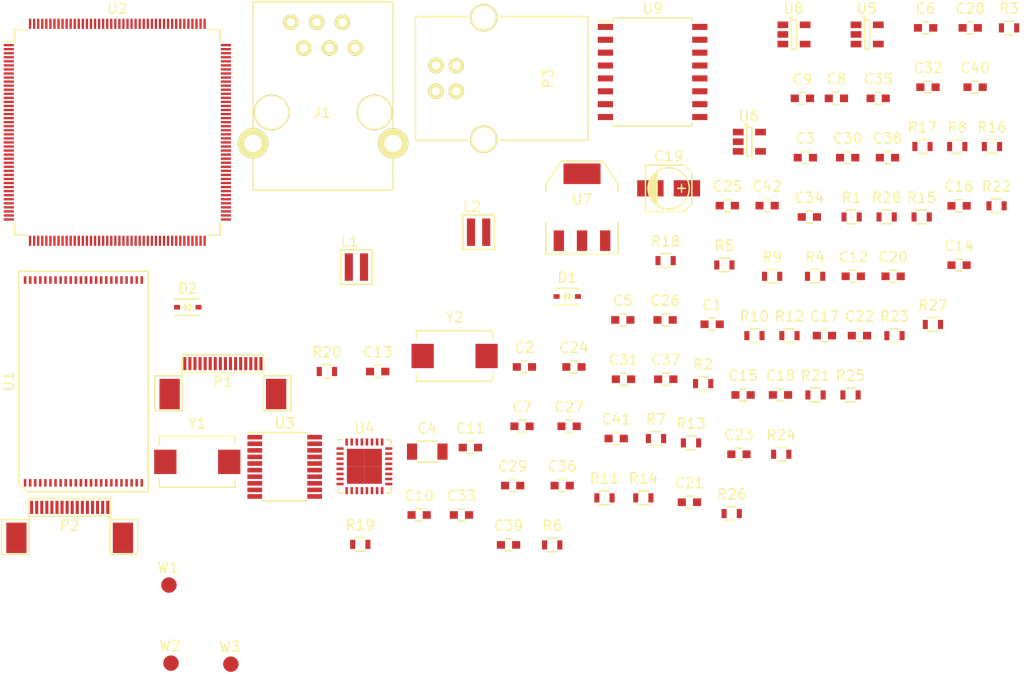
<source format=kicad_pcb>
(kicad_pcb (version 20160815) (host pcbnew no-vcs-found-7396~56~ubuntu16.04.1)

  (general
    (links 314)
    (no_connects 314)
    (area 0 0 0 0)
    (thickness 1.6)
    (drawings 0)
    (tracks 0)
    (zones 0)
    (modules 92)
    (nets 131)
  )

  (page A4)
  (layers
    (0 F.Cu signal)
    (31 B.Cu signal)
    (32 B.Adhes user)
    (33 F.Adhes user)
    (34 B.Paste user)
    (35 F.Paste user)
    (36 B.SilkS user)
    (37 F.SilkS user)
    (38 B.Mask user)
    (39 F.Mask user)
    (40 Dwgs.User user)
    (41 Cmts.User user)
    (42 Eco1.User user)
    (43 Eco2.User user)
    (44 Edge.Cuts user)
    (45 Margin user)
    (46 B.CrtYd user)
    (47 F.CrtYd user)
    (48 B.Fab user)
    (49 F.Fab user)
  )

  (setup
    (last_trace_width 0.25)
    (trace_clearance 0.2)
    (zone_clearance 0.508)
    (zone_45_only no)
    (trace_min 0.2)
    (segment_width 0.2)
    (edge_width 0.15)
    (via_size 0.8)
    (via_drill 0.4)
    (via_min_size 0.4)
    (via_min_drill 0.3)
    (uvia_size 0.3)
    (uvia_drill 0.1)
    (uvias_allowed no)
    (uvia_min_size 0.2)
    (uvia_min_drill 0.1)
    (pcb_text_width 0.3)
    (pcb_text_size 1.5 1.5)
    (mod_edge_width 0.15)
    (mod_text_size 1 1)
    (mod_text_width 0.15)
    (pad_size 1.524 1.524)
    (pad_drill 0.762)
    (pad_to_mask_clearance 0.2)
    (aux_axis_origin 0 0)
    (visible_elements FFFFFF7F)
    (pcbplotparams
      (layerselection 0x00030_ffffffff)
      (usegerberextensions false)
      (excludeedgelayer true)
      (linewidth 0.100000)
      (plotframeref false)
      (viasonmask false)
      (mode 1)
      (useauxorigin false)
      (hpglpennumber 1)
      (hpglpenspeed 20)
      (hpglpendiameter 15)
      (psnegative false)
      (psa4output false)
      (plotreference true)
      (plotvalue true)
      (plotinvisibletext false)
      (padsonsilk false)
      (subtractmaskfromsilk false)
      (outputformat 1)
      (mirror false)
      (drillshape 1)
      (scaleselection 1)
      (outputdirectory ""))
  )

  (net 0 "")
  (net 1 +3V3)
  (net 2 GND)
  (net 3 "Net-(C3-Pad1)")
  (net 4 +5V)
  (net 5 "Net-(C5-Pad1)")
  (net 6 "Net-(C6-Pad1)")
  (net 7 "Net-(C7-Pad1)")
  (net 8 "Net-(C8-Pad2)")
  (net 9 "Net-(C11-Pad1)")
  (net 10 "Net-(C12-Pad2)")
  (net 11 "Net-(C13-Pad2)")
  (net 12 /16V)
  (net 13 /-10V)
  (net 14 "Net-(C16-Pad2)")
  (net 15 /15V)
  (net 16 "Net-(C22-Pad2)")
  (net 17 /-9V)
  (net 18 "Net-(C23-Pad2)")
  (net 19 /+4.85V)
  (net 20 "Net-(C28-Pad2)")
  (net 21 /OSC_IN)
  (net 22 /OSC_OUT)
  (net 23 /NRST)
  (net 24 /VCAP_1)
  (net 25 /VCAP_2)
  (net 26 "Net-(C42-Pad2)")
  (net 27 "Net-(D1-Pad1)")
  (net 28 "Net-(D2-Pad2)")
  (net 29 "Net-(J1-Pad3)")
  (net 30 "Net-(J1-Pad5)")
  (net 31 "Net-(J1-Pad6)")
  (net 32 "Net-(J1-Pad4)")
  (net 33 "Net-(J1-Pad2)")
  (net 34 "Net-(L2-Pad1)")
  (net 35 /ADCCLK)
  (net 36 /CDSCLK2)
  (net 37 /CDSCLK1)
  (net 38 /SLOAD)
  (net 39 /SDATA)
  (net 40 /SCLK)
  (net 41 /ADC_D7)
  (net 42 /ADC_D6)
  (net 43 /ADC_D5)
  (net 44 /ADC_D4)
  (net 45 /ADC_D3)
  (net 46 /ADC_D2)
  (net 47 /ADC_D1)
  (net 48 /ADC_D0)
  (net 49 /MCU_RG)
  (net 50 /MCU_H2)
  (net 51 /MCU_H1)
  (net 52 /MCU_XV4)
  (net 53 /MCU_XSG2)
  (net 54 /MCU_XV3)
  (net 55 /MCU_XSG1)
  (net 56 /MCU_XV1)
  (net 57 /MCU_XV2)
  (net 58 /MCU_XSHT)
  (net 59 "Net-(P3-Pad2)")
  (net 60 "Net-(P3-Pad3)")
  (net 61 /BOOT0)
  (net 62 /PD7)
  (net 63 "Net-(R2-Pad2)")
  (net 64 "Net-(R3-Pad2)")
  (net 65 "Net-(R4-Pad1)")
  (net 66 "Net-(R5-Pad2)")
  (net 67 "Net-(R7-Pad2)")
  (net 68 "Net-(R8-Pad1)")
  (net 69 "Net-(R12-Pad2)")
  (net 70 "Net-(R14-Pad2)")
  (net 71 "Net-(R18-Pad2)")
  (net 72 /RA-)
  (net 73 "Net-(R24-Pad2)")
  (net 74 /DEC-)
  (net 75 "Net-(R25-Pad2)")
  (net 76 /DEC+)
  (net 77 "Net-(R26-Pad2)")
  (net 78 /RA+)
  (net 79 "Net-(R27-Pad2)")
  (net 80 /PF5)
  (net 81 /PF4)
  (net 82 /PF12)
  (net 83 /PF3)
  (net 84 /PF13)
  (net 85 /PF2)
  (net 86 /PF14)
  (net 87 /PF1)
  (net 88 /PD4)
  (net 89 /PF0)
  (net 90 /PE1)
  (net 91 /PE0)
  (net 92 /PD14)
  (net 93 /PD15)
  (net 94 /PD0)
  (net 95 /PE15)
  (net 96 /PD1)
  (net 97 /PE14)
  (net 98 /PE7)
  (net 99 /PE13)
  (net 100 /PE8)
  (net 101 /PE12)
  (net 102 /PE9)
  (net 103 /PE11)
  (net 104 /PE10)
  (net 105 /PD5)
  (net 106 /PF15)
  (net 107 /PG0)
  (net 108 /PE3)
  (net 109 /PG1)
  (net 110 /PD13)
  (net 111 /PG2)
  (net 112 /PD12)
  (net 113 /PG3)
  (net 114 /PD11)
  (net 115 /PG4)
  (net 116 /PG5)
  (net 117 /ULPI_STP)
  (net 118 /ULPI_DIR)
  (net 119 /ULPI_NXT)
  (net 120 /ULPI_D0)
  (net 121 /ULPI_CLK)
  (net 122 /ULPI_D1)
  (net 123 /ULPI_D2)
  (net 124 /ULPI_D3)
  (net 125 /ULPI_D4)
  (net 126 /ULPI_D5)
  (net 127 /ULPI_D6)
  (net 128 /ULPI_D7)
  (net 129 "Net-(U2-Pad120)")
  (net 130 "Net-(U2-Pad121)")

  (net_class Default "This is the default net class."
    (clearance 0.2)
    (trace_width 0.25)
    (via_dia 0.8)
    (via_drill 0.4)
    (uvia_dia 0.3)
    (uvia_drill 0.1)
    (diff_pair_gap 0.25)
    (diff_pair_width 0.2)
    (add_net +3V3)
    (add_net +5V)
    (add_net /+4.85V)
    (add_net /-10V)
    (add_net /-9V)
    (add_net /15V)
    (add_net /16V)
    (add_net /ADCCLK)
    (add_net /ADC_D0)
    (add_net /ADC_D1)
    (add_net /ADC_D2)
    (add_net /ADC_D3)
    (add_net /ADC_D4)
    (add_net /ADC_D5)
    (add_net /ADC_D6)
    (add_net /ADC_D7)
    (add_net /BOOT0)
    (add_net /CDSCLK1)
    (add_net /CDSCLK2)
    (add_net /DEC+)
    (add_net /DEC-)
    (add_net /MCU_H1)
    (add_net /MCU_H2)
    (add_net /MCU_RG)
    (add_net /MCU_XSG1)
    (add_net /MCU_XSG2)
    (add_net /MCU_XSHT)
    (add_net /MCU_XV1)
    (add_net /MCU_XV2)
    (add_net /MCU_XV3)
    (add_net /MCU_XV4)
    (add_net /NRST)
    (add_net /OSC_IN)
    (add_net /OSC_OUT)
    (add_net /PD0)
    (add_net /PD1)
    (add_net /PD11)
    (add_net /PD12)
    (add_net /PD13)
    (add_net /PD14)
    (add_net /PD15)
    (add_net /PD4)
    (add_net /PD5)
    (add_net /PD7)
    (add_net /PE0)
    (add_net /PE1)
    (add_net /PE10)
    (add_net /PE11)
    (add_net /PE12)
    (add_net /PE13)
    (add_net /PE14)
    (add_net /PE15)
    (add_net /PE3)
    (add_net /PE7)
    (add_net /PE8)
    (add_net /PE9)
    (add_net /PF0)
    (add_net /PF1)
    (add_net /PF12)
    (add_net /PF13)
    (add_net /PF14)
    (add_net /PF15)
    (add_net /PF2)
    (add_net /PF3)
    (add_net /PF4)
    (add_net /PF5)
    (add_net /PG0)
    (add_net /PG1)
    (add_net /PG2)
    (add_net /PG3)
    (add_net /PG4)
    (add_net /PG5)
    (add_net /RA+)
    (add_net /RA-)
    (add_net /SCLK)
    (add_net /SDATA)
    (add_net /SLOAD)
    (add_net /ULPI_CLK)
    (add_net /ULPI_D0)
    (add_net /ULPI_D1)
    (add_net /ULPI_D2)
    (add_net /ULPI_D3)
    (add_net /ULPI_D4)
    (add_net /ULPI_D5)
    (add_net /ULPI_D6)
    (add_net /ULPI_D7)
    (add_net /ULPI_DIR)
    (add_net /ULPI_NXT)
    (add_net /ULPI_STP)
    (add_net /VCAP_1)
    (add_net /VCAP_2)
    (add_net GND)
    (add_net "Net-(C11-Pad1)")
    (add_net "Net-(C12-Pad2)")
    (add_net "Net-(C13-Pad2)")
    (add_net "Net-(C16-Pad2)")
    (add_net "Net-(C22-Pad2)")
    (add_net "Net-(C23-Pad2)")
    (add_net "Net-(C28-Pad2)")
    (add_net "Net-(C3-Pad1)")
    (add_net "Net-(C42-Pad2)")
    (add_net "Net-(C5-Pad1)")
    (add_net "Net-(C6-Pad1)")
    (add_net "Net-(C7-Pad1)")
    (add_net "Net-(C8-Pad2)")
    (add_net "Net-(D1-Pad1)")
    (add_net "Net-(D2-Pad2)")
    (add_net "Net-(J1-Pad2)")
    (add_net "Net-(J1-Pad3)")
    (add_net "Net-(J1-Pad4)")
    (add_net "Net-(J1-Pad5)")
    (add_net "Net-(J1-Pad6)")
    (add_net "Net-(L2-Pad1)")
    (add_net "Net-(P3-Pad2)")
    (add_net "Net-(P3-Pad3)")
    (add_net "Net-(R12-Pad2)")
    (add_net "Net-(R14-Pad2)")
    (add_net "Net-(R18-Pad2)")
    (add_net "Net-(R2-Pad2)")
    (add_net "Net-(R24-Pad2)")
    (add_net "Net-(R25-Pad2)")
    (add_net "Net-(R26-Pad2)")
    (add_net "Net-(R27-Pad2)")
    (add_net "Net-(R3-Pad2)")
    (add_net "Net-(R4-Pad1)")
    (add_net "Net-(R5-Pad2)")
    (add_net "Net-(R7-Pad2)")
    (add_net "Net-(R8-Pad1)")
    (add_net "Net-(U2-Pad120)")
    (add_net "Net-(U2-Pad121)")
  )

  (module Capacitors_SMD:C_0603 (layer F.Cu) (tedit 5415D631) (tstamp 577F432F)
    (at 249.332222 48.878411)
    (descr "Capacitor SMD 0603, reflow soldering, AVX (see smccp.pdf)")
    (tags "capacitor 0603")
    (path /5711E616)
    (attr smd)
    (fp_text reference C1 (at 0 -1.9) (layer F.SilkS)
      (effects (font (size 1 1) (thickness 0.15)))
    )
    (fp_text value 100nf (at 0 1.9) (layer F.Fab)
      (effects (font (size 1 1) (thickness 0.15)))
    )
    (fp_line (start -1.45 -0.75) (end 1.45 -0.75) (layer F.CrtYd) (width 0.05))
    (fp_line (start -1.45 0.75) (end 1.45 0.75) (layer F.CrtYd) (width 0.05))
    (fp_line (start -1.45 -0.75) (end -1.45 0.75) (layer F.CrtYd) (width 0.05))
    (fp_line (start 1.45 -0.75) (end 1.45 0.75) (layer F.CrtYd) (width 0.05))
    (fp_line (start -0.35 -0.6) (end 0.35 -0.6) (layer F.SilkS) (width 0.15))
    (fp_line (start 0.35 0.6) (end -0.35 0.6) (layer F.SilkS) (width 0.15))
    (pad 1 smd rect (at -0.75 0) (size 0.8 0.75) (layers F.Cu F.Paste F.Mask)
      (net 1 +3V3))
    (pad 2 smd rect (at 0.75 0) (size 0.8 0.75) (layers F.Cu F.Paste F.Mask)
      (net 2 GND))
    (model Capacitors_SMD.3dshapes/C_0603.wrl
      (at (xyz 0 0 0))
      (scale (xyz 1 1 1))
      (rotate (xyz 0 0 0))
    )
  )

  (module Capacitors_SMD:C_0603 (layer F.Cu) (tedit 5415D631) (tstamp 577F4335)
    (at 230.832222 53.088411)
    (descr "Capacitor SMD 0603, reflow soldering, AVX (see smccp.pdf)")
    (tags "capacitor 0603")
    (path /5711E65B)
    (attr smd)
    (fp_text reference C2 (at 0 -1.9) (layer F.SilkS)
      (effects (font (size 1 1) (thickness 0.15)))
    )
    (fp_text value 100nf (at 0 1.9) (layer F.Fab)
      (effects (font (size 1 1) (thickness 0.15)))
    )
    (fp_line (start -1.45 -0.75) (end 1.45 -0.75) (layer F.CrtYd) (width 0.05))
    (fp_line (start -1.45 0.75) (end 1.45 0.75) (layer F.CrtYd) (width 0.05))
    (fp_line (start -1.45 -0.75) (end -1.45 0.75) (layer F.CrtYd) (width 0.05))
    (fp_line (start 1.45 -0.75) (end 1.45 0.75) (layer F.CrtYd) (width 0.05))
    (fp_line (start -0.35 -0.6) (end 0.35 -0.6) (layer F.SilkS) (width 0.15))
    (fp_line (start 0.35 0.6) (end -0.35 0.6) (layer F.SilkS) (width 0.15))
    (pad 1 smd rect (at -0.75 0) (size 0.8 0.75) (layers F.Cu F.Paste F.Mask)
      (net 1 +3V3))
    (pad 2 smd rect (at 0.75 0) (size 0.8 0.75) (layers F.Cu F.Paste F.Mask)
      (net 2 GND))
    (model Capacitors_SMD.3dshapes/C_0603.wrl
      (at (xyz 0 0 0))
      (scale (xyz 1 1 1))
      (rotate (xyz 0 0 0))
    )
  )

  (module Capacitors_SMD:C_0603 (layer F.Cu) (tedit 5415D631) (tstamp 577F433B)
    (at 258.516032 32.448411)
    (descr "Capacitor SMD 0603, reflow soldering, AVX (see smccp.pdf)")
    (tags "capacitor 0603")
    (path /5714F753)
    (attr smd)
    (fp_text reference C3 (at 0 -1.9) (layer F.SilkS)
      (effects (font (size 1 1) (thickness 0.15)))
    )
    (fp_text value 47nf (at 0 1.9) (layer F.Fab)
      (effects (font (size 1 1) (thickness 0.15)))
    )
    (fp_line (start -1.45 -0.75) (end 1.45 -0.75) (layer F.CrtYd) (width 0.05))
    (fp_line (start -1.45 0.75) (end 1.45 0.75) (layer F.CrtYd) (width 0.05))
    (fp_line (start -1.45 -0.75) (end -1.45 0.75) (layer F.CrtYd) (width 0.05))
    (fp_line (start 1.45 -0.75) (end 1.45 0.75) (layer F.CrtYd) (width 0.05))
    (fp_line (start -0.35 -0.6) (end 0.35 -0.6) (layer F.SilkS) (width 0.15))
    (fp_line (start 0.35 0.6) (end -0.35 0.6) (layer F.SilkS) (width 0.15))
    (pad 1 smd rect (at -0.75 0) (size 0.8 0.75) (layers F.Cu F.Paste F.Mask)
      (net 3 "Net-(C3-Pad1)"))
    (pad 2 smd rect (at 0.75 0) (size 0.8 0.75) (layers F.Cu F.Paste F.Mask)
      (net 2 GND))
    (model Capacitors_SMD.3dshapes/C_0603.wrl
      (at (xyz 0 0 0))
      (scale (xyz 1 1 1))
      (rotate (xyz 0 0 0))
    )
  )

  (module Capacitors_SMD:C_1206 (layer F.Cu) (tedit 5415D7BD) (tstamp 577F4341)
    (at 221.255557 61.438411)
    (descr "Capacitor SMD 1206, reflow soldering, AVX (see smccp.pdf)")
    (tags "capacitor 1206")
    (path /5715351E)
    (attr smd)
    (fp_text reference C4 (at 0 -2.3) (layer F.SilkS)
      (effects (font (size 1 1) (thickness 0.15)))
    )
    (fp_text value 10uf (at 0 2.3) (layer F.Fab)
      (effects (font (size 1 1) (thickness 0.15)))
    )
    (fp_line (start -2.3 -1.15) (end 2.3 -1.15) (layer F.CrtYd) (width 0.05))
    (fp_line (start -2.3 1.15) (end 2.3 1.15) (layer F.CrtYd) (width 0.05))
    (fp_line (start -2.3 -1.15) (end -2.3 1.15) (layer F.CrtYd) (width 0.05))
    (fp_line (start 2.3 -1.15) (end 2.3 1.15) (layer F.CrtYd) (width 0.05))
    (fp_line (start 1 -1.025) (end -1 -1.025) (layer F.SilkS) (width 0.15))
    (fp_line (start -1 1.025) (end 1 1.025) (layer F.SilkS) (width 0.15))
    (pad 1 smd rect (at -1.5 0) (size 1 1.6) (layers F.Cu F.Paste F.Mask)
      (net 2 GND))
    (pad 2 smd rect (at 1.5 0) (size 1 1.6) (layers F.Cu F.Paste F.Mask)
      (net 4 +5V))
    (model Capacitors_SMD.3dshapes/C_1206.wrl
      (at (xyz 0 0 0))
      (scale (xyz 1 1 1))
      (rotate (xyz 0 0 0))
    )
  )

  (module Capacitors_SMD:C_0603 (layer F.Cu) (tedit 5415D631) (tstamp 577F4347)
    (at 240.526032 48.448411)
    (descr "Capacitor SMD 0603, reflow soldering, AVX (see smccp.pdf)")
    (tags "capacitor 0603")
    (path /571548D9)
    (attr smd)
    (fp_text reference C5 (at 0 -1.9) (layer F.SilkS)
      (effects (font (size 1 1) (thickness 0.15)))
    )
    (fp_text value 47nf (at 0 1.9) (layer F.Fab)
      (effects (font (size 1 1) (thickness 0.15)))
    )
    (fp_line (start -1.45 -0.75) (end 1.45 -0.75) (layer F.CrtYd) (width 0.05))
    (fp_line (start -1.45 0.75) (end 1.45 0.75) (layer F.CrtYd) (width 0.05))
    (fp_line (start -1.45 -0.75) (end -1.45 0.75) (layer F.CrtYd) (width 0.05))
    (fp_line (start 1.45 -0.75) (end 1.45 0.75) (layer F.CrtYd) (width 0.05))
    (fp_line (start -0.35 -0.6) (end 0.35 -0.6) (layer F.SilkS) (width 0.15))
    (fp_line (start 0.35 0.6) (end -0.35 0.6) (layer F.SilkS) (width 0.15))
    (pad 1 smd rect (at -0.75 0) (size 0.8 0.75) (layers F.Cu F.Paste F.Mask)
      (net 5 "Net-(C5-Pad1)"))
    (pad 2 smd rect (at 0.75 0) (size 0.8 0.75) (layers F.Cu F.Paste F.Mask)
      (net 2 GND))
    (model Capacitors_SMD.3dshapes/C_0603.wrl
      (at (xyz 0 0 0))
      (scale (xyz 1 1 1))
      (rotate (xyz 0 0 0))
    )
  )

  (module Capacitors_SMD:C_0603 (layer F.Cu) (tedit 5415D631) (tstamp 577F434D)
    (at 270.364127 19.648411)
    (descr "Capacitor SMD 0603, reflow soldering, AVX (see smccp.pdf)")
    (tags "capacitor 0603")
    (path /5711D9D2)
    (attr smd)
    (fp_text reference C6 (at 0 -1.9) (layer F.SilkS)
      (effects (font (size 1 1) (thickness 0.15)))
    )
    (fp_text value 4.7uf (at 0 1.9) (layer F.Fab)
      (effects (font (size 1 1) (thickness 0.15)))
    )
    (fp_line (start -1.45 -0.75) (end 1.45 -0.75) (layer F.CrtYd) (width 0.05))
    (fp_line (start -1.45 0.75) (end 1.45 0.75) (layer F.CrtYd) (width 0.05))
    (fp_line (start -1.45 -0.75) (end -1.45 0.75) (layer F.CrtYd) (width 0.05))
    (fp_line (start 1.45 -0.75) (end 1.45 0.75) (layer F.CrtYd) (width 0.05))
    (fp_line (start -0.35 -0.6) (end 0.35 -0.6) (layer F.SilkS) (width 0.15))
    (fp_line (start 0.35 0.6) (end -0.35 0.6) (layer F.SilkS) (width 0.15))
    (pad 1 smd rect (at -0.75 0) (size 0.8 0.75) (layers F.Cu F.Paste F.Mask)
      (net 6 "Net-(C6-Pad1)"))
    (pad 2 smd rect (at 0.75 0) (size 0.8 0.75) (layers F.Cu F.Paste F.Mask)
      (net 2 GND))
    (model Capacitors_SMD.3dshapes/C_0603.wrl
      (at (xyz 0 0 0))
      (scale (xyz 1 1 1))
      (rotate (xyz 0 0 0))
    )
  )

  (module Capacitors_SMD:C_0603 (layer F.Cu) (tedit 5415D631) (tstamp 577F4353)
    (at 230.594127 58.938411)
    (descr "Capacitor SMD 0603, reflow soldering, AVX (see smccp.pdf)")
    (tags "capacitor 0603")
    (path /5711D84B)
    (attr smd)
    (fp_text reference C7 (at 0 -1.9) (layer F.SilkS)
      (effects (font (size 1 1) (thickness 0.15)))
    )
    (fp_text value 4.7uf (at 0 1.9) (layer F.Fab)
      (effects (font (size 1 1) (thickness 0.15)))
    )
    (fp_line (start -1.45 -0.75) (end 1.45 -0.75) (layer F.CrtYd) (width 0.05))
    (fp_line (start -1.45 0.75) (end 1.45 0.75) (layer F.CrtYd) (width 0.05))
    (fp_line (start -1.45 -0.75) (end -1.45 0.75) (layer F.CrtYd) (width 0.05))
    (fp_line (start 1.45 -0.75) (end 1.45 0.75) (layer F.CrtYd) (width 0.05))
    (fp_line (start -0.35 -0.6) (end 0.35 -0.6) (layer F.SilkS) (width 0.15))
    (fp_line (start 0.35 0.6) (end -0.35 0.6) (layer F.SilkS) (width 0.15))
    (pad 1 smd rect (at -0.75 0) (size 0.8 0.75) (layers F.Cu F.Paste F.Mask)
      (net 7 "Net-(C7-Pad1)"))
    (pad 2 smd rect (at 0.75 0) (size 0.8 0.75) (layers F.Cu F.Paste F.Mask)
      (net 2 GND))
    (model Capacitors_SMD.3dshapes/C_0603.wrl
      (at (xyz 0 0 0))
      (scale (xyz 1 1 1))
      (rotate (xyz 0 0 0))
    )
  )

  (module Capacitors_SMD:C_0603 (layer F.Cu) (tedit 5415D631) (tstamp 577F4359)
    (at 261.575557 26.598411)
    (descr "Capacitor SMD 0603, reflow soldering, AVX (see smccp.pdf)")
    (tags "capacitor 0603")
    (path /571538C6)
    (attr smd)
    (fp_text reference C8 (at 0 -1.9) (layer F.SilkS)
      (effects (font (size 1 1) (thickness 0.15)))
    )
    (fp_text value 1uf (at 0 1.9) (layer F.Fab)
      (effects (font (size 1 1) (thickness 0.15)))
    )
    (fp_line (start -1.45 -0.75) (end 1.45 -0.75) (layer F.CrtYd) (width 0.05))
    (fp_line (start -1.45 0.75) (end 1.45 0.75) (layer F.CrtYd) (width 0.05))
    (fp_line (start -1.45 -0.75) (end -1.45 0.75) (layer F.CrtYd) (width 0.05))
    (fp_line (start 1.45 -0.75) (end 1.45 0.75) (layer F.CrtYd) (width 0.05))
    (fp_line (start -0.35 -0.6) (end 0.35 -0.6) (layer F.SilkS) (width 0.15))
    (fp_line (start 0.35 0.6) (end -0.35 0.6) (layer F.SilkS) (width 0.15))
    (pad 1 smd rect (at -0.75 0) (size 0.8 0.75) (layers F.Cu F.Paste F.Mask)
      (net 2 GND))
    (pad 2 smd rect (at 0.75 0) (size 0.8 0.75) (layers F.Cu F.Paste F.Mask)
      (net 8 "Net-(C8-Pad2)"))
    (model Capacitors_SMD.3dshapes/C_0603.wrl
      (at (xyz 0 0 0))
      (scale (xyz 1 1 1))
      (rotate (xyz 0 0 0))
    )
  )

  (module Capacitors_SMD:C_0603 (layer F.Cu) (tedit 5415D631) (tstamp 577F435F)
    (at 258.225557 26.598411)
    (descr "Capacitor SMD 0603, reflow soldering, AVX (see smccp.pdf)")
    (tags "capacitor 0603")
    (path /5711E237)
    (attr smd)
    (fp_text reference C9 (at 0 -1.9) (layer F.SilkS)
      (effects (font (size 1 1) (thickness 0.15)))
    )
    (fp_text value 1uf (at 0 1.9) (layer F.Fab)
      (effects (font (size 1 1) (thickness 0.15)))
    )
    (fp_line (start -1.45 -0.75) (end 1.45 -0.75) (layer F.CrtYd) (width 0.05))
    (fp_line (start -1.45 0.75) (end 1.45 0.75) (layer F.CrtYd) (width 0.05))
    (fp_line (start -1.45 -0.75) (end -1.45 0.75) (layer F.CrtYd) (width 0.05))
    (fp_line (start 1.45 -0.75) (end 1.45 0.75) (layer F.CrtYd) (width 0.05))
    (fp_line (start -0.35 -0.6) (end 0.35 -0.6) (layer F.SilkS) (width 0.15))
    (fp_line (start 0.35 0.6) (end -0.35 0.6) (layer F.SilkS) (width 0.15))
    (pad 1 smd rect (at -0.75 0) (size 0.8 0.75) (layers F.Cu F.Paste F.Mask)
      (net 2 GND))
    (pad 2 smd rect (at 0.75 0) (size 0.8 0.75) (layers F.Cu F.Paste F.Mask)
      (net 1 +3V3))
    (model Capacitors_SMD.3dshapes/C_0603.wrl
      (at (xyz 0 0 0))
      (scale (xyz 1 1 1))
      (rotate (xyz 0 0 0))
    )
  )

  (module Capacitors_SMD:C_0603 (layer F.Cu) (tedit 5415D631) (tstamp 577F4365)
    (at 220.457937 67.688411)
    (descr "Capacitor SMD 0603, reflow soldering, AVX (see smccp.pdf)")
    (tags "capacitor 0603")
    (path /57121EFE)
    (attr smd)
    (fp_text reference C10 (at 0 -1.9) (layer F.SilkS)
      (effects (font (size 1 1) (thickness 0.15)))
    )
    (fp_text value 1uf (at 0 1.9) (layer F.Fab)
      (effects (font (size 1 1) (thickness 0.15)))
    )
    (fp_line (start -1.45 -0.75) (end 1.45 -0.75) (layer F.CrtYd) (width 0.05))
    (fp_line (start -1.45 0.75) (end 1.45 0.75) (layer F.CrtYd) (width 0.05))
    (fp_line (start -1.45 -0.75) (end -1.45 0.75) (layer F.CrtYd) (width 0.05))
    (fp_line (start 1.45 -0.75) (end 1.45 0.75) (layer F.CrtYd) (width 0.05))
    (fp_line (start -0.35 -0.6) (end 0.35 -0.6) (layer F.SilkS) (width 0.15))
    (fp_line (start 0.35 0.6) (end -0.35 0.6) (layer F.SilkS) (width 0.15))
    (pad 1 smd rect (at -0.75 0) (size 0.8 0.75) (layers F.Cu F.Paste F.Mask)
      (net 4 +5V))
    (pad 2 smd rect (at 0.75 0) (size 0.8 0.75) (layers F.Cu F.Paste F.Mask)
      (net 2 GND))
    (model Capacitors_SMD.3dshapes/C_0603.wrl
      (at (xyz 0 0 0))
      (scale (xyz 1 1 1))
      (rotate (xyz 0 0 0))
    )
  )

  (module Capacitors_SMD:C_0603 (layer F.Cu) (tedit 5415D631) (tstamp 577F436B)
    (at 225.507937 61.038411)
    (descr "Capacitor SMD 0603, reflow soldering, AVX (see smccp.pdf)")
    (tags "capacitor 0603")
    (path /57156396)
    (attr smd)
    (fp_text reference C11 (at 0 -1.9) (layer F.SilkS)
      (effects (font (size 1 1) (thickness 0.15)))
    )
    (fp_text value 1uf (at 0 1.9) (layer F.Fab)
      (effects (font (size 1 1) (thickness 0.15)))
    )
    (fp_line (start -1.45 -0.75) (end 1.45 -0.75) (layer F.CrtYd) (width 0.05))
    (fp_line (start -1.45 0.75) (end 1.45 0.75) (layer F.CrtYd) (width 0.05))
    (fp_line (start -1.45 -0.75) (end -1.45 0.75) (layer F.CrtYd) (width 0.05))
    (fp_line (start 1.45 -0.75) (end 1.45 0.75) (layer F.CrtYd) (width 0.05))
    (fp_line (start -0.35 -0.6) (end 0.35 -0.6) (layer F.SilkS) (width 0.15))
    (fp_line (start 0.35 0.6) (end -0.35 0.6) (layer F.SilkS) (width 0.15))
    (pad 1 smd rect (at -0.75 0) (size 0.8 0.75) (layers F.Cu F.Paste F.Mask)
      (net 9 "Net-(C11-Pad1)"))
    (pad 2 smd rect (at 0.75 0) (size 0.8 0.75) (layers F.Cu F.Paste F.Mask)
      (net 2 GND))
    (model Capacitors_SMD.3dshapes/C_0603.wrl
      (at (xyz 0 0 0))
      (scale (xyz 1 1 1))
      (rotate (xyz 0 0 0))
    )
  )

  (module Capacitors_SMD:C_0603 (layer F.Cu) (tedit 5415D631) (tstamp 577F4371)
    (at 263.237937 44.148411)
    (descr "Capacitor SMD 0603, reflow soldering, AVX (see smccp.pdf)")
    (tags "capacitor 0603")
    (path /5711F169)
    (attr smd)
    (fp_text reference C12 (at 0 -1.9) (layer F.SilkS)
      (effects (font (size 1 1) (thickness 0.15)))
    )
    (fp_text value 22p (at 0 1.9) (layer F.Fab)
      (effects (font (size 1 1) (thickness 0.15)))
    )
    (fp_line (start -1.45 -0.75) (end 1.45 -0.75) (layer F.CrtYd) (width 0.05))
    (fp_line (start -1.45 0.75) (end 1.45 0.75) (layer F.CrtYd) (width 0.05))
    (fp_line (start -1.45 -0.75) (end -1.45 0.75) (layer F.CrtYd) (width 0.05))
    (fp_line (start 1.45 -0.75) (end 1.45 0.75) (layer F.CrtYd) (width 0.05))
    (fp_line (start -0.35 -0.6) (end 0.35 -0.6) (layer F.SilkS) (width 0.15))
    (fp_line (start 0.35 0.6) (end -0.35 0.6) (layer F.SilkS) (width 0.15))
    (pad 1 smd rect (at -0.75 0) (size 0.8 0.75) (layers F.Cu F.Paste F.Mask)
      (net 2 GND))
    (pad 2 smd rect (at 0.75 0) (size 0.8 0.75) (layers F.Cu F.Paste F.Mask)
      (net 10 "Net-(C12-Pad2)"))
    (model Capacitors_SMD.3dshapes/C_0603.wrl
      (at (xyz 0 0 0))
      (scale (xyz 1 1 1))
      (rotate (xyz 0 0 0))
    )
  )

  (module Capacitors_SMD:C_0603 (layer F.Cu) (tedit 5415D631) (tstamp 577F4377)
    (at 216.367937 53.538411)
    (descr "Capacitor SMD 0603, reflow soldering, AVX (see smccp.pdf)")
    (tags "capacitor 0603")
    (path /5711F1F6)
    (attr smd)
    (fp_text reference C13 (at 0 -1.9) (layer F.SilkS)
      (effects (font (size 1 1) (thickness 0.15)))
    )
    (fp_text value 22p (at 0 1.9) (layer F.Fab)
      (effects (font (size 1 1) (thickness 0.15)))
    )
    (fp_line (start -1.45 -0.75) (end 1.45 -0.75) (layer F.CrtYd) (width 0.05))
    (fp_line (start -1.45 0.75) (end 1.45 0.75) (layer F.CrtYd) (width 0.05))
    (fp_line (start -1.45 -0.75) (end -1.45 0.75) (layer F.CrtYd) (width 0.05))
    (fp_line (start 1.45 -0.75) (end 1.45 0.75) (layer F.CrtYd) (width 0.05))
    (fp_line (start -0.35 -0.6) (end 0.35 -0.6) (layer F.SilkS) (width 0.15))
    (fp_line (start 0.35 0.6) (end -0.35 0.6) (layer F.SilkS) (width 0.15))
    (pad 1 smd rect (at -0.75 0) (size 0.8 0.75) (layers F.Cu F.Paste F.Mask)
      (net 2 GND))
    (pad 2 smd rect (at 0.75 0) (size 0.8 0.75) (layers F.Cu F.Paste F.Mask)
      (net 11 "Net-(C13-Pad2)"))
    (model Capacitors_SMD.3dshapes/C_0603.wrl
      (at (xyz 0 0 0))
      (scale (xyz 1 1 1))
      (rotate (xyz 0 0 0))
    )
  )

  (module Capacitors_SMD:C_0603 (layer F.Cu) (tedit 5415D631) (tstamp 577F437D)
    (at 273.666032 43.048411)
    (descr "Capacitor SMD 0603, reflow soldering, AVX (see smccp.pdf)")
    (tags "capacitor 0603")
    (path /57156270)
    (attr smd)
    (fp_text reference C14 (at 0 -1.9) (layer F.SilkS)
      (effects (font (size 1 1) (thickness 0.15)))
    )
    (fp_text value 10uf (at 0 1.9) (layer F.Fab)
      (effects (font (size 1 1) (thickness 0.15)))
    )
    (fp_line (start -1.45 -0.75) (end 1.45 -0.75) (layer F.CrtYd) (width 0.05))
    (fp_line (start -1.45 0.75) (end 1.45 0.75) (layer F.CrtYd) (width 0.05))
    (fp_line (start -1.45 -0.75) (end -1.45 0.75) (layer F.CrtYd) (width 0.05))
    (fp_line (start 1.45 -0.75) (end 1.45 0.75) (layer F.CrtYd) (width 0.05))
    (fp_line (start -0.35 -0.6) (end 0.35 -0.6) (layer F.SilkS) (width 0.15))
    (fp_line (start 0.35 0.6) (end -0.35 0.6) (layer F.SilkS) (width 0.15))
    (pad 1 smd rect (at -0.75 0) (size 0.8 0.75) (layers F.Cu F.Paste F.Mask)
      (net 2 GND))
    (pad 2 smd rect (at 0.75 0) (size 0.8 0.75) (layers F.Cu F.Paste F.Mask)
      (net 12 /16V))
    (model Capacitors_SMD.3dshapes/C_0603.wrl
      (at (xyz 0 0 0))
      (scale (xyz 1 1 1))
      (rotate (xyz 0 0 0))
    )
  )

  (module Capacitors_SMD:C_0603 (layer F.Cu) (tedit 5415D631) (tstamp 577F4383)
    (at 252.376032 55.848411)
    (descr "Capacitor SMD 0603, reflow soldering, AVX (see smccp.pdf)")
    (tags "capacitor 0603")
    (path /57157948)
    (attr smd)
    (fp_text reference C15 (at 0 -1.9) (layer F.SilkS)
      (effects (font (size 1 1) (thickness 0.15)))
    )
    (fp_text value 10uf (at 0 1.9) (layer F.Fab)
      (effects (font (size 1 1) (thickness 0.15)))
    )
    (fp_line (start -1.45 -0.75) (end 1.45 -0.75) (layer F.CrtYd) (width 0.05))
    (fp_line (start -1.45 0.75) (end 1.45 0.75) (layer F.CrtYd) (width 0.05))
    (fp_line (start -1.45 -0.75) (end -1.45 0.75) (layer F.CrtYd) (width 0.05))
    (fp_line (start 1.45 -0.75) (end 1.45 0.75) (layer F.CrtYd) (width 0.05))
    (fp_line (start -0.35 -0.6) (end 0.35 -0.6) (layer F.SilkS) (width 0.15))
    (fp_line (start 0.35 0.6) (end -0.35 0.6) (layer F.SilkS) (width 0.15))
    (pad 1 smd rect (at -0.75 0) (size 0.8 0.75) (layers F.Cu F.Paste F.Mask)
      (net 13 /-10V))
    (pad 2 smd rect (at 0.75 0) (size 0.8 0.75) (layers F.Cu F.Paste F.Mask)
      (net 2 GND))
    (model Capacitors_SMD.3dshapes/C_0603.wrl
      (at (xyz 0 0 0))
      (scale (xyz 1 1 1))
      (rotate (xyz 0 0 0))
    )
  )

  (module Capacitors_SMD:C_0603 (layer F.Cu) (tedit 5415D631) (tstamp 577F4389)
    (at 273.666032 37.198411)
    (descr "Capacitor SMD 0603, reflow soldering, AVX (see smccp.pdf)")
    (tags "capacitor 0603")
    (path /57120C8C)
    (attr smd)
    (fp_text reference C16 (at 0 -1.9) (layer F.SilkS)
      (effects (font (size 1 1) (thickness 0.15)))
    )
    (fp_text value 47nf (at 0 1.9) (layer F.Fab)
      (effects (font (size 1 1) (thickness 0.15)))
    )
    (fp_line (start -1.45 -0.75) (end 1.45 -0.75) (layer F.CrtYd) (width 0.05))
    (fp_line (start -1.45 0.75) (end 1.45 0.75) (layer F.CrtYd) (width 0.05))
    (fp_line (start -1.45 -0.75) (end -1.45 0.75) (layer F.CrtYd) (width 0.05))
    (fp_line (start 1.45 -0.75) (end 1.45 0.75) (layer F.CrtYd) (width 0.05))
    (fp_line (start -0.35 -0.6) (end 0.35 -0.6) (layer F.SilkS) (width 0.15))
    (fp_line (start 0.35 0.6) (end -0.35 0.6) (layer F.SilkS) (width 0.15))
    (pad 1 smd rect (at -0.75 0) (size 0.8 0.75) (layers F.Cu F.Paste F.Mask)
      (net 2 GND))
    (pad 2 smd rect (at 0.75 0) (size 0.8 0.75) (layers F.Cu F.Paste F.Mask)
      (net 14 "Net-(C16-Pad2)"))
    (model Capacitors_SMD.3dshapes/C_0603.wrl
      (at (xyz 0 0 0))
      (scale (xyz 1 1 1))
      (rotate (xyz 0 0 0))
    )
  )

  (module Capacitors_SMD:C_0603 (layer F.Cu) (tedit 5415D631) (tstamp 577F438F)
    (at 260.397937 49.998411)
    (descr "Capacitor SMD 0603, reflow soldering, AVX (see smccp.pdf)")
    (tags "capacitor 0603")
    (path /5715ED99)
    (attr smd)
    (fp_text reference C17 (at 0 -1.9) (layer F.SilkS)
      (effects (font (size 1 1) (thickness 0.15)))
    )
    (fp_text value 1uf (at 0 1.9) (layer F.Fab)
      (effects (font (size 1 1) (thickness 0.15)))
    )
    (fp_line (start -1.45 -0.75) (end 1.45 -0.75) (layer F.CrtYd) (width 0.05))
    (fp_line (start -1.45 0.75) (end 1.45 0.75) (layer F.CrtYd) (width 0.05))
    (fp_line (start -1.45 -0.75) (end -1.45 0.75) (layer F.CrtYd) (width 0.05))
    (fp_line (start 1.45 -0.75) (end 1.45 0.75) (layer F.CrtYd) (width 0.05))
    (fp_line (start -0.35 -0.6) (end 0.35 -0.6) (layer F.SilkS) (width 0.15))
    (fp_line (start 0.35 0.6) (end -0.35 0.6) (layer F.SilkS) (width 0.15))
    (pad 1 smd rect (at -0.75 0) (size 0.8 0.75) (layers F.Cu F.Paste F.Mask)
      (net 2 GND))
    (pad 2 smd rect (at 0.75 0) (size 0.8 0.75) (layers F.Cu F.Paste F.Mask)
      (net 12 /16V))
    (model Capacitors_SMD.3dshapes/C_0603.wrl
      (at (xyz 0 0 0))
      (scale (xyz 1 1 1))
      (rotate (xyz 0 0 0))
    )
  )

  (module Capacitors_SMD:C_0603 (layer F.Cu) (tedit 5415D631) (tstamp 577F4395)
    (at 256.067937 55.848411)
    (descr "Capacitor SMD 0603, reflow soldering, AVX (see smccp.pdf)")
    (tags "capacitor 0603")
    (path /57161D17)
    (attr smd)
    (fp_text reference C18 (at 0 -1.9) (layer F.SilkS)
      (effects (font (size 1 1) (thickness 0.15)))
    )
    (fp_text value 1uf (at 0 1.9) (layer F.Fab)
      (effects (font (size 1 1) (thickness 0.15)))
    )
    (fp_line (start -1.45 -0.75) (end 1.45 -0.75) (layer F.CrtYd) (width 0.05))
    (fp_line (start -1.45 0.75) (end 1.45 0.75) (layer F.CrtYd) (width 0.05))
    (fp_line (start -1.45 -0.75) (end -1.45 0.75) (layer F.CrtYd) (width 0.05))
    (fp_line (start 1.45 -0.75) (end 1.45 0.75) (layer F.CrtYd) (width 0.05))
    (fp_line (start -0.35 -0.6) (end 0.35 -0.6) (layer F.SilkS) (width 0.15))
    (fp_line (start 0.35 0.6) (end -0.35 0.6) (layer F.SilkS) (width 0.15))
    (pad 1 smd rect (at -0.75 0) (size 0.8 0.75) (layers F.Cu F.Paste F.Mask)
      (net 2 GND))
    (pad 2 smd rect (at 0.75 0) (size 0.8 0.75) (layers F.Cu F.Paste F.Mask)
      (net 13 /-10V))
    (model Capacitors_SMD.3dshapes/C_0603.wrl
      (at (xyz 0 0 0))
      (scale (xyz 1 1 1))
      (rotate (xyz 0 0 0))
    )
  )

  (module Capacitors_SMD:c_elec_4x5.3 (layer F.Cu) (tedit 556FDE77) (tstamp 577F439B)
    (at 245.045557 35.473411)
    (descr "SMT capacitor, aluminium electrolytic, 4x5.3")
    (path /571A5DEB)
    (attr smd)
    (fp_text reference C19 (at 0 -3.175) (layer F.SilkS)
      (effects (font (size 1 1) (thickness 0.15)))
    )
    (fp_text value 47uf (at 0 3.175) (layer F.Fab)
      (effects (font (size 1 1) (thickness 0.15)))
    )
    (fp_line (start -3.35 -2.65) (end 3.35 -2.65) (layer F.CrtYd) (width 0.05))
    (fp_line (start 3.35 -2.65) (end 3.35 2.65) (layer F.CrtYd) (width 0.05))
    (fp_line (start 3.35 2.65) (end -3.35 2.65) (layer F.CrtYd) (width 0.05))
    (fp_line (start -3.35 2.65) (end -3.35 -2.65) (layer F.CrtYd) (width 0.05))
    (fp_line (start 1.651 0) (end 0.889 0) (layer F.SilkS) (width 0.15))
    (fp_line (start 1.27 -0.381) (end 1.27 0.381) (layer F.SilkS) (width 0.15))
    (fp_line (start 1.524 2.286) (end -2.286 2.286) (layer F.SilkS) (width 0.15))
    (fp_line (start 2.286 -1.524) (end 2.286 1.524) (layer F.SilkS) (width 0.15))
    (fp_line (start 1.524 2.286) (end 2.286 1.524) (layer F.SilkS) (width 0.15))
    (fp_line (start 1.524 -2.286) (end -2.286 -2.286) (layer F.SilkS) (width 0.15))
    (fp_line (start 1.524 -2.286) (end 2.286 -1.524) (layer F.SilkS) (width 0.15))
    (fp_line (start -2.032 0.127) (end -2.032 -0.127) (layer F.SilkS) (width 0.15))
    (fp_line (start -1.905 -0.635) (end -1.905 0.635) (layer F.SilkS) (width 0.15))
    (fp_line (start -1.778 0.889) (end -1.778 -0.889) (layer F.SilkS) (width 0.15))
    (fp_line (start -1.651 1.143) (end -1.651 -1.143) (layer F.SilkS) (width 0.15))
    (fp_line (start -1.524 -1.27) (end -1.524 1.27) (layer F.SilkS) (width 0.15))
    (fp_line (start -1.397 1.397) (end -1.397 -1.397) (layer F.SilkS) (width 0.15))
    (fp_line (start -1.27 -1.524) (end -1.27 1.524) (layer F.SilkS) (width 0.15))
    (fp_line (start -1.143 -1.651) (end -1.143 1.651) (layer F.SilkS) (width 0.15))
    (fp_line (start -2.286 -2.286) (end -2.286 2.286) (layer F.SilkS) (width 0.15))
    (fp_circle (center 0 0) (end -2.032 0) (layer F.SilkS) (width 0.15))
    (pad 1 smd rect (at 1.80086 0) (size 2.60096 1.6002) (layers F.Cu F.Paste F.Mask)
      (net 4 +5V))
    (pad 2 smd rect (at -1.80086 0) (size 2.60096 1.6002) (layers F.Cu F.Paste F.Mask)
      (net 2 GND))
    (model Capacitors_SMD.3dshapes/c_elec_4x5.3.wrl
      (at (xyz 0 0 0))
      (scale (xyz 1 1 1))
      (rotate (xyz 0 0 0))
    )
  )

  (module Capacitors_SMD:C_0603 (layer F.Cu) (tedit 5415D631) (tstamp 577F43A1)
    (at 267.164127 44.148411)
    (descr "Capacitor SMD 0603, reflow soldering, AVX (see smccp.pdf)")
    (tags "capacitor 0603")
    (path /5715411F)
    (attr smd)
    (fp_text reference C20 (at 0 -1.9) (layer F.SilkS)
      (effects (font (size 1 1) (thickness 0.15)))
    )
    (fp_text value 4.7nf (at 0 1.9) (layer F.Fab)
      (effects (font (size 1 1) (thickness 0.15)))
    )
    (fp_line (start -1.45 -0.75) (end 1.45 -0.75) (layer F.CrtYd) (width 0.05))
    (fp_line (start -1.45 0.75) (end 1.45 0.75) (layer F.CrtYd) (width 0.05))
    (fp_line (start -1.45 -0.75) (end -1.45 0.75) (layer F.CrtYd) (width 0.05))
    (fp_line (start 1.45 -0.75) (end 1.45 0.75) (layer F.CrtYd) (width 0.05))
    (fp_line (start -0.35 -0.6) (end 0.35 -0.6) (layer F.SilkS) (width 0.15))
    (fp_line (start 0.35 0.6) (end -0.35 0.6) (layer F.SilkS) (width 0.15))
    (pad 1 smd rect (at -0.75 0) (size 0.8 0.75) (layers F.Cu F.Paste F.Mask)
      (net 2 GND))
    (pad 2 smd rect (at 0.75 0) (size 0.8 0.75) (layers F.Cu F.Paste F.Mask)
      (net 4 +5V))
    (model Capacitors_SMD.3dshapes/C_0603.wrl
      (at (xyz 0 0 0))
      (scale (xyz 1 1 1))
      (rotate (xyz 0 0 0))
    )
  )

  (module Capacitors_SMD:C_0603 (layer F.Cu) (tedit 5415D631) (tstamp 577F43A7)
    (at 247.092222 66.428411)
    (descr "Capacitor SMD 0603, reflow soldering, AVX (see smccp.pdf)")
    (tags "capacitor 0603")
    (path /571A5E8F)
    (attr smd)
    (fp_text reference C21 (at 0 -1.9) (layer F.SilkS)
      (effects (font (size 1 1) (thickness 0.15)))
    )
    (fp_text value 100nf (at 0 1.9) (layer F.Fab)
      (effects (font (size 1 1) (thickness 0.15)))
    )
    (fp_line (start -1.45 -0.75) (end 1.45 -0.75) (layer F.CrtYd) (width 0.05))
    (fp_line (start -1.45 0.75) (end 1.45 0.75) (layer F.CrtYd) (width 0.05))
    (fp_line (start -1.45 -0.75) (end -1.45 0.75) (layer F.CrtYd) (width 0.05))
    (fp_line (start 1.45 -0.75) (end 1.45 0.75) (layer F.CrtYd) (width 0.05))
    (fp_line (start -0.35 -0.6) (end 0.35 -0.6) (layer F.SilkS) (width 0.15))
    (fp_line (start 0.35 0.6) (end -0.35 0.6) (layer F.SilkS) (width 0.15))
    (pad 1 smd rect (at -0.75 0) (size 0.8 0.75) (layers F.Cu F.Paste F.Mask)
      (net 4 +5V))
    (pad 2 smd rect (at 0.75 0) (size 0.8 0.75) (layers F.Cu F.Paste F.Mask)
      (net 2 GND))
    (model Capacitors_SMD.3dshapes/C_0603.wrl
      (at (xyz 0 0 0))
      (scale (xyz 1 1 1))
      (rotate (xyz 0 0 0))
    )
  )

  (module Capacitors_SMD:C_0603 (layer F.Cu) (tedit 5415D631) (tstamp 577F43AD)
    (at 263.847937 49.998411)
    (descr "Capacitor SMD 0603, reflow soldering, AVX (see smccp.pdf)")
    (tags "capacitor 0603")
    (path /57160853)
    (attr smd)
    (fp_text reference C22 (at 0 -1.9) (layer F.SilkS)
      (effects (font (size 1 1) (thickness 0.15)))
    )
    (fp_text value 1uf (at 0 1.9) (layer F.Fab)
      (effects (font (size 1 1) (thickness 0.15)))
    )
    (fp_line (start -1.45 -0.75) (end 1.45 -0.75) (layer F.CrtYd) (width 0.05))
    (fp_line (start -1.45 0.75) (end 1.45 0.75) (layer F.CrtYd) (width 0.05))
    (fp_line (start -1.45 -0.75) (end -1.45 0.75) (layer F.CrtYd) (width 0.05))
    (fp_line (start 1.45 -0.75) (end 1.45 0.75) (layer F.CrtYd) (width 0.05))
    (fp_line (start -0.35 -0.6) (end 0.35 -0.6) (layer F.SilkS) (width 0.15))
    (fp_line (start 0.35 0.6) (end -0.35 0.6) (layer F.SilkS) (width 0.15))
    (pad 1 smd rect (at -0.75 0) (size 0.8 0.75) (layers F.Cu F.Paste F.Mask)
      (net 15 /15V))
    (pad 2 smd rect (at 0.75 0) (size 0.8 0.75) (layers F.Cu F.Paste F.Mask)
      (net 16 "Net-(C22-Pad2)"))
    (model Capacitors_SMD.3dshapes/C_0603.wrl
      (at (xyz 0 0 0))
      (scale (xyz 1 1 1))
      (rotate (xyz 0 0 0))
    )
  )

  (module Capacitors_SMD:C_0603 (layer F.Cu) (tedit 5415D631) (tstamp 577F43B3)
    (at 251.972222 61.698411)
    (descr "Capacitor SMD 0603, reflow soldering, AVX (see smccp.pdf)")
    (tags "capacitor 0603")
    (path /57161D48)
    (attr smd)
    (fp_text reference C23 (at 0 -1.9) (layer F.SilkS)
      (effects (font (size 1 1) (thickness 0.15)))
    )
    (fp_text value 100nf (at 0 1.9) (layer F.Fab)
      (effects (font (size 1 1) (thickness 0.15)))
    )
    (fp_line (start -1.45 -0.75) (end 1.45 -0.75) (layer F.CrtYd) (width 0.05))
    (fp_line (start -1.45 0.75) (end 1.45 0.75) (layer F.CrtYd) (width 0.05))
    (fp_line (start -1.45 -0.75) (end -1.45 0.75) (layer F.CrtYd) (width 0.05))
    (fp_line (start 1.45 -0.75) (end 1.45 0.75) (layer F.CrtYd) (width 0.05))
    (fp_line (start -0.35 -0.6) (end 0.35 -0.6) (layer F.SilkS) (width 0.15))
    (fp_line (start 0.35 0.6) (end -0.35 0.6) (layer F.SilkS) (width 0.15))
    (pad 1 smd rect (at -0.75 0) (size 0.8 0.75) (layers F.Cu F.Paste F.Mask)
      (net 17 /-9V))
    (pad 2 smd rect (at 0.75 0) (size 0.8 0.75) (layers F.Cu F.Paste F.Mask)
      (net 18 "Net-(C23-Pad2)"))
    (model Capacitors_SMD.3dshapes/C_0603.wrl
      (at (xyz 0 0 0))
      (scale (xyz 1 1 1))
      (rotate (xyz 0 0 0))
    )
  )

  (module Capacitors_SMD:C_0603 (layer F.Cu) (tedit 5415D631) (tstamp 577F43B9)
    (at 235.712222 53.088411)
    (descr "Capacitor SMD 0603, reflow soldering, AVX (see smccp.pdf)")
    (tags "capacitor 0603")
    (path /571A704C)
    (attr smd)
    (fp_text reference C24 (at 0 -1.9) (layer F.SilkS)
      (effects (font (size 1 1) (thickness 0.15)))
    )
    (fp_text value 100nf (at 0 1.9) (layer F.Fab)
      (effects (font (size 1 1) (thickness 0.15)))
    )
    (fp_line (start -1.45 -0.75) (end 1.45 -0.75) (layer F.CrtYd) (width 0.05))
    (fp_line (start -1.45 0.75) (end 1.45 0.75) (layer F.CrtYd) (width 0.05))
    (fp_line (start -1.45 -0.75) (end -1.45 0.75) (layer F.CrtYd) (width 0.05))
    (fp_line (start 1.45 -0.75) (end 1.45 0.75) (layer F.CrtYd) (width 0.05))
    (fp_line (start -0.35 -0.6) (end 0.35 -0.6) (layer F.SilkS) (width 0.15))
    (fp_line (start 0.35 0.6) (end -0.35 0.6) (layer F.SilkS) (width 0.15))
    (pad 1 smd rect (at -0.75 0) (size 0.8 0.75) (layers F.Cu F.Paste F.Mask)
      (net 1 +3V3))
    (pad 2 smd rect (at 0.75 0) (size 0.8 0.75) (layers F.Cu F.Paste F.Mask)
      (net 2 GND))
    (model Capacitors_SMD.3dshapes/C_0603.wrl
      (at (xyz 0 0 0))
      (scale (xyz 1 1 1))
      (rotate (xyz 0 0 0))
    )
  )

  (module Capacitors_SMD:C_0603 (layer F.Cu) (tedit 5415D631) (tstamp 577F43BF)
    (at 250.824127 37.178411)
    (descr "Capacitor SMD 0603, reflow soldering, AVX (see smccp.pdf)")
    (tags "capacitor 0603")
    (path /5716102D)
    (attr smd)
    (fp_text reference C25 (at 0 -1.9) (layer F.SilkS)
      (effects (font (size 1 1) (thickness 0.15)))
    )
    (fp_text value 2.2uf (at 0 1.9) (layer F.Fab)
      (effects (font (size 1 1) (thickness 0.15)))
    )
    (fp_line (start -1.45 -0.75) (end 1.45 -0.75) (layer F.CrtYd) (width 0.05))
    (fp_line (start -1.45 0.75) (end 1.45 0.75) (layer F.CrtYd) (width 0.05))
    (fp_line (start -1.45 -0.75) (end -1.45 0.75) (layer F.CrtYd) (width 0.05))
    (fp_line (start 1.45 -0.75) (end 1.45 0.75) (layer F.CrtYd) (width 0.05))
    (fp_line (start -0.35 -0.6) (end 0.35 -0.6) (layer F.SilkS) (width 0.15))
    (fp_line (start 0.35 0.6) (end -0.35 0.6) (layer F.SilkS) (width 0.15))
    (pad 1 smd rect (at -0.75 0) (size 0.8 0.75) (layers F.Cu F.Paste F.Mask)
      (net 15 /15V))
    (pad 2 smd rect (at 0.75 0) (size 0.8 0.75) (layers F.Cu F.Paste F.Mask)
      (net 2 GND))
    (model Capacitors_SMD.3dshapes/C_0603.wrl
      (at (xyz 0 0 0))
      (scale (xyz 1 1 1))
      (rotate (xyz 0 0 0))
    )
  )

  (module Capacitors_SMD:C_0603 (layer F.Cu) (tedit 5415D631) (tstamp 577F43C5)
    (at 244.694127 48.448411)
    (descr "Capacitor SMD 0603, reflow soldering, AVX (see smccp.pdf)")
    (tags "capacitor 0603")
    (path /57161D51)
    (attr smd)
    (fp_text reference C26 (at 0 -1.9) (layer F.SilkS)
      (effects (font (size 1 1) (thickness 0.15)))
    )
    (fp_text value 2.2uf (at 0 1.9) (layer F.Fab)
      (effects (font (size 1 1) (thickness 0.15)))
    )
    (fp_line (start -1.45 -0.75) (end 1.45 -0.75) (layer F.CrtYd) (width 0.05))
    (fp_line (start -1.45 0.75) (end 1.45 0.75) (layer F.CrtYd) (width 0.05))
    (fp_line (start -1.45 -0.75) (end -1.45 0.75) (layer F.CrtYd) (width 0.05))
    (fp_line (start 1.45 -0.75) (end 1.45 0.75) (layer F.CrtYd) (width 0.05))
    (fp_line (start -0.35 -0.6) (end 0.35 -0.6) (layer F.SilkS) (width 0.15))
    (fp_line (start 0.35 0.6) (end -0.35 0.6) (layer F.SilkS) (width 0.15))
    (pad 1 smd rect (at -0.75 0) (size 0.8 0.75) (layers F.Cu F.Paste F.Mask)
      (net 17 /-9V))
    (pad 2 smd rect (at 0.75 0) (size 0.8 0.75) (layers F.Cu F.Paste F.Mask)
      (net 2 GND))
    (model Capacitors_SMD.3dshapes/C_0603.wrl
      (at (xyz 0 0 0))
      (scale (xyz 1 1 1))
      (rotate (xyz 0 0 0))
    )
  )

  (module Capacitors_SMD:C_0603 (layer F.Cu) (tedit 5415D631) (tstamp 577F43CB)
    (at 235.232222 58.938411)
    (descr "Capacitor SMD 0603, reflow soldering, AVX (see smccp.pdf)")
    (tags "capacitor 0603")
    (path /571A7152)
    (attr smd)
    (fp_text reference C27 (at 0 -1.9) (layer F.SilkS)
      (effects (font (size 1 1) (thickness 0.15)))
    )
    (fp_text value 100nf (at 0 1.9) (layer F.Fab)
      (effects (font (size 1 1) (thickness 0.15)))
    )
    (fp_line (start -1.45 -0.75) (end 1.45 -0.75) (layer F.CrtYd) (width 0.05))
    (fp_line (start -1.45 0.75) (end 1.45 0.75) (layer F.CrtYd) (width 0.05))
    (fp_line (start -1.45 -0.75) (end -1.45 0.75) (layer F.CrtYd) (width 0.05))
    (fp_line (start 1.45 -0.75) (end 1.45 0.75) (layer F.CrtYd) (width 0.05))
    (fp_line (start -0.35 -0.6) (end 0.35 -0.6) (layer F.SilkS) (width 0.15))
    (fp_line (start 0.35 0.6) (end -0.35 0.6) (layer F.SilkS) (width 0.15))
    (pad 1 smd rect (at -0.75 0) (size 0.8 0.75) (layers F.Cu F.Paste F.Mask)
      (net 1 +3V3))
    (pad 2 smd rect (at 0.75 0) (size 0.8 0.75) (layers F.Cu F.Paste F.Mask)
      (net 2 GND))
    (model Capacitors_SMD.3dshapes/C_0603.wrl
      (at (xyz 0 0 0))
      (scale (xyz 1 1 1))
      (rotate (xyz 0 0 0))
    )
  )

  (module Capacitors_SMD:C_0603 (layer F.Cu) (tedit 5415D631) (tstamp 577F43D1)
    (at 274.764127 19.648411)
    (descr "Capacitor SMD 0603, reflow soldering, AVX (see smccp.pdf)")
    (tags "capacitor 0603")
    (path /57154150)
    (attr smd)
    (fp_text reference C28 (at 0 -1.9) (layer F.SilkS)
      (effects (font (size 1 1) (thickness 0.15)))
    )
    (fp_text value 4.7nf (at 0 1.9) (layer F.Fab)
      (effects (font (size 1 1) (thickness 0.15)))
    )
    (fp_line (start -1.45 -0.75) (end 1.45 -0.75) (layer F.CrtYd) (width 0.05))
    (fp_line (start -1.45 0.75) (end 1.45 0.75) (layer F.CrtYd) (width 0.05))
    (fp_line (start -1.45 -0.75) (end -1.45 0.75) (layer F.CrtYd) (width 0.05))
    (fp_line (start 1.45 -0.75) (end 1.45 0.75) (layer F.CrtYd) (width 0.05))
    (fp_line (start -0.35 -0.6) (end 0.35 -0.6) (layer F.SilkS) (width 0.15))
    (fp_line (start 0.35 0.6) (end -0.35 0.6) (layer F.SilkS) (width 0.15))
    (pad 1 smd rect (at -0.75 0) (size 0.8 0.75) (layers F.Cu F.Paste F.Mask)
      (net 19 /+4.85V))
    (pad 2 smd rect (at 0.75 0) (size 0.8 0.75) (layers F.Cu F.Paste F.Mask)
      (net 20 "Net-(C28-Pad2)"))
    (model Capacitors_SMD.3dshapes/C_0603.wrl
      (at (xyz 0 0 0))
      (scale (xyz 1 1 1))
      (rotate (xyz 0 0 0))
    )
  )

  (module Capacitors_SMD:C_0603 (layer F.Cu) (tedit 5415D631) (tstamp 577F43D7)
    (at 229.672222 64.788411)
    (descr "Capacitor SMD 0603, reflow soldering, AVX (see smccp.pdf)")
    (tags "capacitor 0603")
    (path /571A722D)
    (attr smd)
    (fp_text reference C29 (at 0 -1.9) (layer F.SilkS)
      (effects (font (size 1 1) (thickness 0.15)))
    )
    (fp_text value 100nf (at 0 1.9) (layer F.Fab)
      (effects (font (size 1 1) (thickness 0.15)))
    )
    (fp_line (start -1.45 -0.75) (end 1.45 -0.75) (layer F.CrtYd) (width 0.05))
    (fp_line (start -1.45 0.75) (end 1.45 0.75) (layer F.CrtYd) (width 0.05))
    (fp_line (start -1.45 -0.75) (end -1.45 0.75) (layer F.CrtYd) (width 0.05))
    (fp_line (start 1.45 -0.75) (end 1.45 0.75) (layer F.CrtYd) (width 0.05))
    (fp_line (start -0.35 -0.6) (end 0.35 -0.6) (layer F.SilkS) (width 0.15))
    (fp_line (start 0.35 0.6) (end -0.35 0.6) (layer F.SilkS) (width 0.15))
    (pad 1 smd rect (at -0.75 0) (size 0.8 0.75) (layers F.Cu F.Paste F.Mask)
      (net 1 +3V3))
    (pad 2 smd rect (at 0.75 0) (size 0.8 0.75) (layers F.Cu F.Paste F.Mask)
      (net 2 GND))
    (model Capacitors_SMD.3dshapes/C_0603.wrl
      (at (xyz 0 0 0))
      (scale (xyz 1 1 1))
      (rotate (xyz 0 0 0))
    )
  )

  (module Capacitors_SMD:C_0603 (layer F.Cu) (tedit 5415D631) (tstamp 577F43DD)
    (at 262.684127 32.448411)
    (descr "Capacitor SMD 0603, reflow soldering, AVX (see smccp.pdf)")
    (tags "capacitor 0603")
    (path /57154159)
    (attr smd)
    (fp_text reference C30 (at 0 -1.9) (layer F.SilkS)
      (effects (font (size 1 1) (thickness 0.15)))
    )
    (fp_text value 2.2uf (at 0 1.9) (layer F.Fab)
      (effects (font (size 1 1) (thickness 0.15)))
    )
    (fp_line (start -1.45 -0.75) (end 1.45 -0.75) (layer F.CrtYd) (width 0.05))
    (fp_line (start -1.45 0.75) (end 1.45 0.75) (layer F.CrtYd) (width 0.05))
    (fp_line (start -1.45 -0.75) (end -1.45 0.75) (layer F.CrtYd) (width 0.05))
    (fp_line (start 1.45 -0.75) (end 1.45 0.75) (layer F.CrtYd) (width 0.05))
    (fp_line (start -0.35 -0.6) (end 0.35 -0.6) (layer F.SilkS) (width 0.15))
    (fp_line (start 0.35 0.6) (end -0.35 0.6) (layer F.SilkS) (width 0.15))
    (pad 1 smd rect (at -0.75 0) (size 0.8 0.75) (layers F.Cu F.Paste F.Mask)
      (net 19 /+4.85V))
    (pad 2 smd rect (at 0.75 0) (size 0.8 0.75) (layers F.Cu F.Paste F.Mask)
      (net 2 GND))
    (model Capacitors_SMD.3dshapes/C_0603.wrl
      (at (xyz 0 0 0))
      (scale (xyz 1 1 1))
      (rotate (xyz 0 0 0))
    )
  )

  (module Capacitors_SMD:C_0603 (layer F.Cu) (tedit 5415D631) (tstamp 577F43E3)
    (at 240.592222 54.298411)
    (descr "Capacitor SMD 0603, reflow soldering, AVX (see smccp.pdf)")
    (tags "capacitor 0603")
    (path /571A730F)
    (attr smd)
    (fp_text reference C31 (at 0 -1.9) (layer F.SilkS)
      (effects (font (size 1 1) (thickness 0.15)))
    )
    (fp_text value 100nf (at 0 1.9) (layer F.Fab)
      (effects (font (size 1 1) (thickness 0.15)))
    )
    (fp_line (start -1.45 -0.75) (end 1.45 -0.75) (layer F.CrtYd) (width 0.05))
    (fp_line (start -1.45 0.75) (end 1.45 0.75) (layer F.CrtYd) (width 0.05))
    (fp_line (start -1.45 -0.75) (end -1.45 0.75) (layer F.CrtYd) (width 0.05))
    (fp_line (start 1.45 -0.75) (end 1.45 0.75) (layer F.CrtYd) (width 0.05))
    (fp_line (start -0.35 -0.6) (end 0.35 -0.6) (layer F.SilkS) (width 0.15))
    (fp_line (start 0.35 0.6) (end -0.35 0.6) (layer F.SilkS) (width 0.15))
    (pad 1 smd rect (at -0.75 0) (size 0.8 0.75) (layers F.Cu F.Paste F.Mask)
      (net 1 +3V3))
    (pad 2 smd rect (at 0.75 0) (size 0.8 0.75) (layers F.Cu F.Paste F.Mask)
      (net 2 GND))
    (model Capacitors_SMD.3dshapes/C_0603.wrl
      (at (xyz 0 0 0))
      (scale (xyz 1 1 1))
      (rotate (xyz 0 0 0))
    )
  )

  (module Capacitors_SMD:C_0603 (layer F.Cu) (tedit 5415D631) (tstamp 577F43E9)
    (at 270.602222 25.498411)
    (descr "Capacitor SMD 0603, reflow soldering, AVX (see smccp.pdf)")
    (tags "capacitor 0603")
    (path /571A73F0)
    (attr smd)
    (fp_text reference C32 (at 0 -1.9) (layer F.SilkS)
      (effects (font (size 1 1) (thickness 0.15)))
    )
    (fp_text value 100nf (at 0 1.9) (layer F.Fab)
      (effects (font (size 1 1) (thickness 0.15)))
    )
    (fp_line (start -1.45 -0.75) (end 1.45 -0.75) (layer F.CrtYd) (width 0.05))
    (fp_line (start -1.45 0.75) (end 1.45 0.75) (layer F.CrtYd) (width 0.05))
    (fp_line (start -1.45 -0.75) (end -1.45 0.75) (layer F.CrtYd) (width 0.05))
    (fp_line (start 1.45 -0.75) (end 1.45 0.75) (layer F.CrtYd) (width 0.05))
    (fp_line (start -0.35 -0.6) (end 0.35 -0.6) (layer F.SilkS) (width 0.15))
    (fp_line (start 0.35 0.6) (end -0.35 0.6) (layer F.SilkS) (width 0.15))
    (pad 1 smd rect (at -0.75 0) (size 0.8 0.75) (layers F.Cu F.Paste F.Mask)
      (net 1 +3V3))
    (pad 2 smd rect (at 0.75 0) (size 0.8 0.75) (layers F.Cu F.Paste F.Mask)
      (net 2 GND))
    (model Capacitors_SMD.3dshapes/C_0603.wrl
      (at (xyz 0 0 0))
      (scale (xyz 1 1 1))
      (rotate (xyz 0 0 0))
    )
  )

  (module Capacitors_SMD:C_0603 (layer F.Cu) (tedit 5415D631) (tstamp 577F43EF)
    (at 224.622222 67.688411)
    (descr "Capacitor SMD 0603, reflow soldering, AVX (see smccp.pdf)")
    (tags "capacitor 0603")
    (path /571A74D4)
    (attr smd)
    (fp_text reference C33 (at 0 -1.9) (layer F.SilkS)
      (effects (font (size 1 1) (thickness 0.15)))
    )
    (fp_text value 100nf (at 0 1.9) (layer F.Fab)
      (effects (font (size 1 1) (thickness 0.15)))
    )
    (fp_line (start -1.45 -0.75) (end 1.45 -0.75) (layer F.CrtYd) (width 0.05))
    (fp_line (start -1.45 0.75) (end 1.45 0.75) (layer F.CrtYd) (width 0.05))
    (fp_line (start -1.45 -0.75) (end -1.45 0.75) (layer F.CrtYd) (width 0.05))
    (fp_line (start 1.45 -0.75) (end 1.45 0.75) (layer F.CrtYd) (width 0.05))
    (fp_line (start -0.35 -0.6) (end 0.35 -0.6) (layer F.SilkS) (width 0.15))
    (fp_line (start 0.35 0.6) (end -0.35 0.6) (layer F.SilkS) (width 0.15))
    (pad 1 smd rect (at -0.75 0) (size 0.8 0.75) (layers F.Cu F.Paste F.Mask)
      (net 1 +3V3))
    (pad 2 smd rect (at 0.75 0) (size 0.8 0.75) (layers F.Cu F.Paste F.Mask)
      (net 2 GND))
    (model Capacitors_SMD.3dshapes/C_0603.wrl
      (at (xyz 0 0 0))
      (scale (xyz 1 1 1))
      (rotate (xyz 0 0 0))
    )
  )

  (module Capacitors_SMD:C_0603 (layer F.Cu) (tedit 5415D631) (tstamp 577F43F5)
    (at 258.912222 38.298411)
    (descr "Capacitor SMD 0603, reflow soldering, AVX (see smccp.pdf)")
    (tags "capacitor 0603")
    (path /571A75BB)
    (attr smd)
    (fp_text reference C34 (at 0 -1.9) (layer F.SilkS)
      (effects (font (size 1 1) (thickness 0.15)))
    )
    (fp_text value 100nf (at 0 1.9) (layer F.Fab)
      (effects (font (size 1 1) (thickness 0.15)))
    )
    (fp_line (start -1.45 -0.75) (end 1.45 -0.75) (layer F.CrtYd) (width 0.05))
    (fp_line (start -1.45 0.75) (end 1.45 0.75) (layer F.CrtYd) (width 0.05))
    (fp_line (start -1.45 -0.75) (end -1.45 0.75) (layer F.CrtYd) (width 0.05))
    (fp_line (start 1.45 -0.75) (end 1.45 0.75) (layer F.CrtYd) (width 0.05))
    (fp_line (start -0.35 -0.6) (end 0.35 -0.6) (layer F.SilkS) (width 0.15))
    (fp_line (start 0.35 0.6) (end -0.35 0.6) (layer F.SilkS) (width 0.15))
    (pad 1 smd rect (at -0.75 0) (size 0.8 0.75) (layers F.Cu F.Paste F.Mask)
      (net 1 +3V3))
    (pad 2 smd rect (at 0.75 0) (size 0.8 0.75) (layers F.Cu F.Paste F.Mask)
      (net 2 GND))
    (model Capacitors_SMD.3dshapes/C_0603.wrl
      (at (xyz 0 0 0))
      (scale (xyz 1 1 1))
      (rotate (xyz 0 0 0))
    )
  )

  (module Capacitors_SMD:C_0603 (layer F.Cu) (tedit 5415D631) (tstamp 577F43FB)
    (at 265.692222 26.598411)
    (descr "Capacitor SMD 0603, reflow soldering, AVX (see smccp.pdf)")
    (tags "capacitor 0603")
    (path /571A76A5)
    (attr smd)
    (fp_text reference C35 (at 0 -1.9) (layer F.SilkS)
      (effects (font (size 1 1) (thickness 0.15)))
    )
    (fp_text value 100nf (at 0 1.9) (layer F.Fab)
      (effects (font (size 1 1) (thickness 0.15)))
    )
    (fp_line (start -1.45 -0.75) (end 1.45 -0.75) (layer F.CrtYd) (width 0.05))
    (fp_line (start -1.45 0.75) (end 1.45 0.75) (layer F.CrtYd) (width 0.05))
    (fp_line (start -1.45 -0.75) (end -1.45 0.75) (layer F.CrtYd) (width 0.05))
    (fp_line (start 1.45 -0.75) (end 1.45 0.75) (layer F.CrtYd) (width 0.05))
    (fp_line (start -0.35 -0.6) (end 0.35 -0.6) (layer F.SilkS) (width 0.15))
    (fp_line (start 0.35 0.6) (end -0.35 0.6) (layer F.SilkS) (width 0.15))
    (pad 1 smd rect (at -0.75 0) (size 0.8 0.75) (layers F.Cu F.Paste F.Mask)
      (net 1 +3V3))
    (pad 2 smd rect (at 0.75 0) (size 0.8 0.75) (layers F.Cu F.Paste F.Mask)
      (net 2 GND))
    (model Capacitors_SMD.3dshapes/C_0603.wrl
      (at (xyz 0 0 0))
      (scale (xyz 1 1 1))
      (rotate (xyz 0 0 0))
    )
  )

  (module Capacitors_SMD:C_0603 (layer F.Cu) (tedit 5415D631) (tstamp 577F4401)
    (at 234.552222 64.788411)
    (descr "Capacitor SMD 0603, reflow soldering, AVX (see smccp.pdf)")
    (tags "capacitor 0603")
    (path /571A7792)
    (attr smd)
    (fp_text reference C36 (at 0 -1.9) (layer F.SilkS)
      (effects (font (size 1 1) (thickness 0.15)))
    )
    (fp_text value 100nf (at 0 1.9) (layer F.Fab)
      (effects (font (size 1 1) (thickness 0.15)))
    )
    (fp_line (start -1.45 -0.75) (end 1.45 -0.75) (layer F.CrtYd) (width 0.05))
    (fp_line (start -1.45 0.75) (end 1.45 0.75) (layer F.CrtYd) (width 0.05))
    (fp_line (start -1.45 -0.75) (end -1.45 0.75) (layer F.CrtYd) (width 0.05))
    (fp_line (start 1.45 -0.75) (end 1.45 0.75) (layer F.CrtYd) (width 0.05))
    (fp_line (start -0.35 -0.6) (end 0.35 -0.6) (layer F.SilkS) (width 0.15))
    (fp_line (start 0.35 0.6) (end -0.35 0.6) (layer F.SilkS) (width 0.15))
    (pad 1 smd rect (at -0.75 0) (size 0.8 0.75) (layers F.Cu F.Paste F.Mask)
      (net 1 +3V3))
    (pad 2 smd rect (at 0.75 0) (size 0.8 0.75) (layers F.Cu F.Paste F.Mask)
      (net 2 GND))
    (model Capacitors_SMD.3dshapes/C_0603.wrl
      (at (xyz 0 0 0))
      (scale (xyz 1 1 1))
      (rotate (xyz 0 0 0))
    )
  )

  (module Capacitors_SMD:C_0603 (layer F.Cu) (tedit 5415D631) (tstamp 577F4407)
    (at 244.757937 54.298411)
    (descr "Capacitor SMD 0603, reflow soldering, AVX (see smccp.pdf)")
    (tags "capacitor 0603")
    (path /5783B164)
    (attr smd)
    (fp_text reference C37 (at 0 -1.9) (layer F.SilkS)
      (effects (font (size 1 1) (thickness 0.15)))
    )
    (fp_text value 22p (at 0 1.9) (layer F.Fab)
      (effects (font (size 1 1) (thickness 0.15)))
    )
    (fp_line (start -1.45 -0.75) (end 1.45 -0.75) (layer F.CrtYd) (width 0.05))
    (fp_line (start -1.45 0.75) (end 1.45 0.75) (layer F.CrtYd) (width 0.05))
    (fp_line (start -1.45 -0.75) (end -1.45 0.75) (layer F.CrtYd) (width 0.05))
    (fp_line (start 1.45 -0.75) (end 1.45 0.75) (layer F.CrtYd) (width 0.05))
    (fp_line (start -0.35 -0.6) (end 0.35 -0.6) (layer F.SilkS) (width 0.15))
    (fp_line (start 0.35 0.6) (end -0.35 0.6) (layer F.SilkS) (width 0.15))
    (pad 1 smd rect (at -0.75 0) (size 0.8 0.75) (layers F.Cu F.Paste F.Mask)
      (net 2 GND))
    (pad 2 smd rect (at 0.75 0) (size 0.8 0.75) (layers F.Cu F.Paste F.Mask)
      (net 21 /OSC_IN))
    (model Capacitors_SMD.3dshapes/C_0603.wrl
      (at (xyz 0 0 0))
      (scale (xyz 1 1 1))
      (rotate (xyz 0 0 0))
    )
  )

  (module Capacitors_SMD:C_0603 (layer F.Cu) (tedit 5415D631) (tstamp 577F440D)
    (at 266.607937 32.448411)
    (descr "Capacitor SMD 0603, reflow soldering, AVX (see smccp.pdf)")
    (tags "capacitor 0603")
    (path /5783B16A)
    (attr smd)
    (fp_text reference C38 (at 0 -1.9) (layer F.SilkS)
      (effects (font (size 1 1) (thickness 0.15)))
    )
    (fp_text value 22p (at 0 1.9) (layer F.Fab)
      (effects (font (size 1 1) (thickness 0.15)))
    )
    (fp_line (start -1.45 -0.75) (end 1.45 -0.75) (layer F.CrtYd) (width 0.05))
    (fp_line (start -1.45 0.75) (end 1.45 0.75) (layer F.CrtYd) (width 0.05))
    (fp_line (start -1.45 -0.75) (end -1.45 0.75) (layer F.CrtYd) (width 0.05))
    (fp_line (start 1.45 -0.75) (end 1.45 0.75) (layer F.CrtYd) (width 0.05))
    (fp_line (start -0.35 -0.6) (end 0.35 -0.6) (layer F.SilkS) (width 0.15))
    (fp_line (start 0.35 0.6) (end -0.35 0.6) (layer F.SilkS) (width 0.15))
    (pad 1 smd rect (at -0.75 0) (size 0.8 0.75) (layers F.Cu F.Paste F.Mask)
      (net 2 GND))
    (pad 2 smd rect (at 0.75 0) (size 0.8 0.75) (layers F.Cu F.Paste F.Mask)
      (net 22 /OSC_OUT))
    (model Capacitors_SMD.3dshapes/C_0603.wrl
      (at (xyz 0 0 0))
      (scale (xyz 1 1 1))
      (rotate (xyz 0 0 0))
    )
  )

  (module Capacitors_SMD:C_0603 (layer F.Cu) (tedit 5415D631) (tstamp 577F4413)
    (at 229.264127 70.638411)
    (descr "Capacitor SMD 0603, reflow soldering, AVX (see smccp.pdf)")
    (tags "capacitor 0603")
    (path /5782DBD4)
    (attr smd)
    (fp_text reference C39 (at 0 -1.9) (layer F.SilkS)
      (effects (font (size 1 1) (thickness 0.15)))
    )
    (fp_text value 0.1uf (at 0 1.9) (layer F.Fab)
      (effects (font (size 1 1) (thickness 0.15)))
    )
    (fp_line (start -1.45 -0.75) (end 1.45 -0.75) (layer F.CrtYd) (width 0.05))
    (fp_line (start -1.45 0.75) (end 1.45 0.75) (layer F.CrtYd) (width 0.05))
    (fp_line (start -1.45 -0.75) (end -1.45 0.75) (layer F.CrtYd) (width 0.05))
    (fp_line (start 1.45 -0.75) (end 1.45 0.75) (layer F.CrtYd) (width 0.05))
    (fp_line (start -0.35 -0.6) (end 0.35 -0.6) (layer F.SilkS) (width 0.15))
    (fp_line (start 0.35 0.6) (end -0.35 0.6) (layer F.SilkS) (width 0.15))
    (pad 1 smd rect (at -0.75 0) (size 0.8 0.75) (layers F.Cu F.Paste F.Mask)
      (net 23 /NRST))
    (pad 2 smd rect (at 0.75 0) (size 0.8 0.75) (layers F.Cu F.Paste F.Mask)
      (net 2 GND))
    (model Capacitors_SMD.3dshapes/C_0603.wrl
      (at (xyz 0 0 0))
      (scale (xyz 1 1 1))
      (rotate (xyz 0 0 0))
    )
  )

  (module Capacitors_SMD:C_0603 (layer F.Cu) (tedit 5415D631) (tstamp 577F4419)
    (at 275.244127 25.498411)
    (descr "Capacitor SMD 0603, reflow soldering, AVX (see smccp.pdf)")
    (tags "capacitor 0603")
    (path /57834E4E)
    (attr smd)
    (fp_text reference C40 (at 0 -1.9) (layer F.SilkS)
      (effects (font (size 1 1) (thickness 0.15)))
    )
    (fp_text value 2.2uf (at 0 1.9) (layer F.Fab)
      (effects (font (size 1 1) (thickness 0.15)))
    )
    (fp_line (start -1.45 -0.75) (end 1.45 -0.75) (layer F.CrtYd) (width 0.05))
    (fp_line (start -1.45 0.75) (end 1.45 0.75) (layer F.CrtYd) (width 0.05))
    (fp_line (start -1.45 -0.75) (end -1.45 0.75) (layer F.CrtYd) (width 0.05))
    (fp_line (start 1.45 -0.75) (end 1.45 0.75) (layer F.CrtYd) (width 0.05))
    (fp_line (start -0.35 -0.6) (end 0.35 -0.6) (layer F.SilkS) (width 0.15))
    (fp_line (start 0.35 0.6) (end -0.35 0.6) (layer F.SilkS) (width 0.15))
    (pad 1 smd rect (at -0.75 0) (size 0.8 0.75) (layers F.Cu F.Paste F.Mask)
      (net 2 GND))
    (pad 2 smd rect (at 0.75 0) (size 0.8 0.75) (layers F.Cu F.Paste F.Mask)
      (net 24 /VCAP_1))
    (model Capacitors_SMD.3dshapes/C_0603.wrl
      (at (xyz 0 0 0))
      (scale (xyz 1 1 1))
      (rotate (xyz 0 0 0))
    )
  )

  (module Capacitors_SMD:C_0603 (layer F.Cu) (tedit 5415D631) (tstamp 577F441F)
    (at 239.874127 60.148411)
    (descr "Capacitor SMD 0603, reflow soldering, AVX (see smccp.pdf)")
    (tags "capacitor 0603")
    (path /57834C7C)
    (attr smd)
    (fp_text reference C41 (at 0 -1.9) (layer F.SilkS)
      (effects (font (size 1 1) (thickness 0.15)))
    )
    (fp_text value 2.2uf (at 0 1.9) (layer F.Fab)
      (effects (font (size 1 1) (thickness 0.15)))
    )
    (fp_line (start -1.45 -0.75) (end 1.45 -0.75) (layer F.CrtYd) (width 0.05))
    (fp_line (start -1.45 0.75) (end 1.45 0.75) (layer F.CrtYd) (width 0.05))
    (fp_line (start -1.45 -0.75) (end -1.45 0.75) (layer F.CrtYd) (width 0.05))
    (fp_line (start 1.45 -0.75) (end 1.45 0.75) (layer F.CrtYd) (width 0.05))
    (fp_line (start -0.35 -0.6) (end 0.35 -0.6) (layer F.SilkS) (width 0.15))
    (fp_line (start 0.35 0.6) (end -0.35 0.6) (layer F.SilkS) (width 0.15))
    (pad 1 smd rect (at -0.75 0) (size 0.8 0.75) (layers F.Cu F.Paste F.Mask)
      (net 2 GND))
    (pad 2 smd rect (at 0.75 0) (size 0.8 0.75) (layers F.Cu F.Paste F.Mask)
      (net 25 /VCAP_2))
    (model Capacitors_SMD.3dshapes/C_0603.wrl
      (at (xyz 0 0 0))
      (scale (xyz 1 1 1))
      (rotate (xyz 0 0 0))
    )
  )

  (module Capacitors_SMD:C_0603 (layer F.Cu) (tedit 5415D631) (tstamp 577F4425)
    (at 254.747937 37.178411)
    (descr "Capacitor SMD 0603, reflow soldering, AVX (see smccp.pdf)")
    (tags "capacitor 0603")
    (path /578031AE)
    (attr smd)
    (fp_text reference C42 (at 0 -1.9) (layer F.SilkS)
      (effects (font (size 1 1) (thickness 0.15)))
    )
    (fp_text value 47n (at 0 1.9) (layer F.Fab)
      (effects (font (size 1 1) (thickness 0.15)))
    )
    (fp_line (start -1.45 -0.75) (end 1.45 -0.75) (layer F.CrtYd) (width 0.05))
    (fp_line (start -1.45 0.75) (end 1.45 0.75) (layer F.CrtYd) (width 0.05))
    (fp_line (start -1.45 -0.75) (end -1.45 0.75) (layer F.CrtYd) (width 0.05))
    (fp_line (start 1.45 -0.75) (end 1.45 0.75) (layer F.CrtYd) (width 0.05))
    (fp_line (start -0.35 -0.6) (end 0.35 -0.6) (layer F.SilkS) (width 0.15))
    (fp_line (start 0.35 0.6) (end -0.35 0.6) (layer F.SilkS) (width 0.15))
    (pad 1 smd rect (at -0.75 0) (size 0.8 0.75) (layers F.Cu F.Paste F.Mask)
      (net 2 GND))
    (pad 2 smd rect (at 0.75 0) (size 0.8 0.75) (layers F.Cu F.Paste F.Mask)
      (net 26 "Net-(C42-Pad2)"))
    (model Capacitors_SMD.3dshapes/C_0603.wrl
      (at (xyz 0 0 0))
      (scale (xyz 1 1 1))
      (rotate (xyz 0 0 0))
    )
  )

  (module eqmax:RJ12_EQMAX (layer F.Cu) (tedit 5577BC74) (tstamp 577F443F)
    (at 210.305806 27.987912)
    (path /577FFB25)
    (fp_text reference J1 (at 0.5588 0) (layer F.SilkS)
      (effects (font (size 1 1) (thickness 0.15)))
    )
    (fp_text value RJ12 (at 0.5588 -2.54) (layer F.Fab)
      (effects (font (size 1 1) (thickness 0.15)))
    )
    (fp_line (start -6.223 -10.922) (end 7.5692 -10.922) (layer F.SilkS) (width 0.15))
    (fp_line (start 7.4168 -10.922) (end 7.5692 -10.922) (layer F.SilkS) (width 0.15))
    (fp_line (start -6.223 7.6708) (end 7.5692 7.6708) (layer F.SilkS) (width 0.15))
    (fp_line (start -6.223 7.6708) (end -6.223 2.2352) (layer F.SilkS) (width 0.15))
    (fp_line (start 7.57936 2.28854) (end 7.57936 7.67334) (layer F.SilkS) (width 0.15))
    (fp_line (start 7.57936 -10.922) (end 7.57936 2.286) (layer F.SilkS) (width 0.15))
    (fp_line (start -6.223 -10.922) (end -6.223 2.286) (layer F.SilkS) (width 0.15))
    (pad 3 thru_hole circle (at 0.0508 -8.89 180) (size 1.524 1.524) (drill 0.8128) (layers *.Cu *.Mask F.SilkS)
      (net 29 "Net-(J1-Pad3)"))
    (pad 5 thru_hole circle (at 2.5908 -8.89 180) (size 1.524 1.524) (drill 0.8128) (layers *.Cu *.Mask F.SilkS)
      (net 30 "Net-(J1-Pad5)"))
    (pad 1 thru_hole circle (at -2.4892 -8.89 180) (size 1.524 1.524) (drill 0.8128) (layers *.Cu *.Mask F.SilkS))
    (pad 6 thru_hole circle (at 3.8608 -6.35 180) (size 1.524 1.524) (drill 0.8128) (layers *.Cu *.Mask F.SilkS)
      (net 31 "Net-(J1-Pad6)"))
    (pad 4 thru_hole circle (at 1.3208 -6.35 180) (size 1.524 1.524) (drill 0.8128) (layers *.Cu *.Mask F.SilkS)
      (net 32 "Net-(J1-Pad4)"))
    (pad 2 thru_hole circle (at -1.2192 -6.35 180) (size 1.524 1.524) (drill 0.8128) (layers *.Cu *.Mask F.SilkS)
      (net 33 "Net-(J1-Pad2)"))
    (pad 7 thru_hole circle (at -6.21538 3.05054 180) (size 2.99974 2.99974) (drill 1.7) (layers *.Cu *.Mask F.SilkS)
      (net 26 "Net-(C42-Pad2)"))
    (pad 8 thru_hole circle (at 7.58698 3.05054 180) (size 2.99974 2.99974) (drill 1.7) (layers *.Cu *.Mask F.SilkS)
      (net 26 "Net-(C42-Pad2)"))
    (pad "" np_thru_hole circle (at 5.76072 0) (size 3.5 3.5) (drill 3.2) (layers *.Cu *.Mask F.SilkS))
    (pad "" np_thru_hole circle (at -4.38912 0) (size 3.5 3.5) (drill 3.2) (layers *.Cu *.Mask F.SilkS))
  )

  (module ccd:FPC_16 (layer F.Cu) (tedit 0) (tstamp 577F4461)
    (at 201.115557 52.760912)
    (path /5757A3B2)
    (attr smd)
    (fp_text reference P1 (at 0 1.8) (layer F.SilkS)
      (effects (font (size 1 1) (thickness 0.15)))
    )
    (fp_text value CONN_01X16 (at 0 2.95) (layer F.Fab)
      (effects (font (size 1 1) (thickness 0.15)))
    )
    (fp_line (start -4 -0.875) (end 4 -0.875) (layer F.SilkS) (width 0.15))
    (fp_line (start -4 0.875) (end 4 0.875) (layer F.SilkS) (width 0.15))
    (fp_line (start -4 0.875) (end -4 4.65) (layer F.SilkS) (width 0.15))
    (fp_line (start 4 0.875) (end 4 4.65) (layer F.SilkS) (width 0.15))
    (fp_line (start -4 4.65) (end -6.7 4.65) (layer F.SilkS) (width 0.15))
    (fp_line (start 4 4.65) (end 6.7 4.65) (layer F.SilkS) (width 0.15))
    (fp_line (start -6.7 4.65) (end -6.7 1.2) (layer F.SilkS) (width 0.15))
    (fp_line (start 6.7 4.65) (end 6.7 1.2) (layer F.SilkS) (width 0.15))
    (fp_line (start -6.7 1.2) (end -4 1.2) (layer F.SilkS) (width 0.15))
    (fp_line (start 6.7 1.2) (end 4 1.2) (layer F.SilkS) (width 0.15))
    (fp_line (start -4 1.2) (end -4 -0.875) (layer F.SilkS) (width 0.15))
    (fp_line (start 4 1.2) (end 4 -0.875) (layer F.SilkS) (width 0.15))
    (pad 1 smd rect (at -3.75 0) (size 0.3 1.3) (layers F.Cu F.Paste F.Mask)
      (net 2 GND))
    (pad 2 smd rect (at -3.25 0) (size 0.3 1.3) (layers F.Cu F.Paste F.Mask)
      (net 2 GND))
    (pad 3 smd rect (at -2.75 0) (size 0.3 1.3) (layers F.Cu F.Paste F.Mask)
      (net 35 /ADCCLK))
    (pad 4 smd rect (at -2.25 0) (size 0.3 1.3) (layers F.Cu F.Paste F.Mask)
      (net 36 /CDSCLK2))
    (pad 5 smd rect (at -1.75 0) (size 0.3 1.3) (layers F.Cu F.Paste F.Mask)
      (net 37 /CDSCLK1))
    (pad 6 smd rect (at -1.25 0) (size 0.3 1.3) (layers F.Cu F.Paste F.Mask)
      (net 38 /SLOAD))
    (pad 7 smd rect (at -0.75 0) (size 0.3 1.3) (layers F.Cu F.Paste F.Mask)
      (net 39 /SDATA))
    (pad 8 smd rect (at -0.25 0) (size 0.3 1.3) (layers F.Cu F.Paste F.Mask)
      (net 40 /SCLK))
    (pad 9 smd rect (at 0.25 0) (size 0.3 1.3) (layers F.Cu F.Paste F.Mask)
      (net 41 /ADC_D7))
    (pad 10 smd rect (at 0.75 0) (size 0.3 1.3) (layers F.Cu F.Paste F.Mask)
      (net 42 /ADC_D6))
    (pad 11 smd rect (at 1.25 0) (size 0.3 1.3) (layers F.Cu F.Paste F.Mask)
      (net 43 /ADC_D5))
    (pad 12 smd rect (at 1.75 0) (size 0.3 1.3) (layers F.Cu F.Paste F.Mask)
      (net 44 /ADC_D4))
    (pad 13 smd rect (at 2.25 0) (size 0.3 1.3) (layers F.Cu F.Paste F.Mask)
      (net 45 /ADC_D3))
    (pad 14 smd rect (at 2.75 0) (size 0.3 1.3) (layers F.Cu F.Paste F.Mask)
      (net 46 /ADC_D2))
    (pad 15 smd rect (at 3.25 0) (size 0.3 1.3) (layers F.Cu F.Paste F.Mask)
      (net 47 /ADC_D1))
    (pad 16 smd rect (at 3.75 0) (size 0.3 1.3) (layers F.Cu F.Paste F.Mask)
      (net 48 /ADC_D0))
    (pad 0 smd rect (at -5.25 3) (size 2 3) (layers F.Cu F.Paste F.Mask))
    (pad 0 smd rect (at 5.25 3) (size 2 3) (layers F.Cu F.Paste F.Mask))
  )

  (module ccd:FPC_16 (layer F.Cu) (tedit 0) (tstamp 577F4477)
    (at 186.015557 66.940912)
    (path /5757A4FC)
    (attr smd)
    (fp_text reference P2 (at 0 1.8) (layer F.SilkS)
      (effects (font (size 1 1) (thickness 0.15)))
    )
    (fp_text value CONN_01X16 (at 0 2.95) (layer F.Fab)
      (effects (font (size 1 1) (thickness 0.15)))
    )
    (fp_line (start -4 -0.875) (end 4 -0.875) (layer F.SilkS) (width 0.15))
    (fp_line (start -4 0.875) (end 4 0.875) (layer F.SilkS) (width 0.15))
    (fp_line (start -4 0.875) (end -4 4.65) (layer F.SilkS) (width 0.15))
    (fp_line (start 4 0.875) (end 4 4.65) (layer F.SilkS) (width 0.15))
    (fp_line (start -4 4.65) (end -6.7 4.65) (layer F.SilkS) (width 0.15))
    (fp_line (start 4 4.65) (end 6.7 4.65) (layer F.SilkS) (width 0.15))
    (fp_line (start -6.7 4.65) (end -6.7 1.2) (layer F.SilkS) (width 0.15))
    (fp_line (start 6.7 4.65) (end 6.7 1.2) (layer F.SilkS) (width 0.15))
    (fp_line (start -6.7 1.2) (end -4 1.2) (layer F.SilkS) (width 0.15))
    (fp_line (start 6.7 1.2) (end 4 1.2) (layer F.SilkS) (width 0.15))
    (fp_line (start -4 1.2) (end -4 -0.875) (layer F.SilkS) (width 0.15))
    (fp_line (start 4 1.2) (end 4 -0.875) (layer F.SilkS) (width 0.15))
    (pad 1 smd rect (at -3.75 0) (size 0.3 1.3) (layers F.Cu F.Paste F.Mask)
      (net 2 GND))
    (pad 2 smd rect (at -3.25 0) (size 0.3 1.3) (layers F.Cu F.Paste F.Mask)
      (net 2 GND))
    (pad 3 smd rect (at -2.75 0) (size 0.3 1.3) (layers F.Cu F.Paste F.Mask)
      (net 17 /-9V))
    (pad 4 smd rect (at -2.25 0) (size 0.3 1.3) (layers F.Cu F.Paste F.Mask)
      (net 15 /15V))
    (pad 5 smd rect (at -1.75 0) (size 0.3 1.3) (layers F.Cu F.Paste F.Mask)
      (net 19 /+4.85V))
    (pad 6 smd rect (at -1.25 0) (size 0.3 1.3) (layers F.Cu F.Paste F.Mask)
      (net 2 GND))
    (pad 7 smd rect (at -0.75 0) (size 0.3 1.3) (layers F.Cu F.Paste F.Mask)
      (net 49 /MCU_RG))
    (pad 8 smd rect (at -0.25 0) (size 0.3 1.3) (layers F.Cu F.Paste F.Mask)
      (net 50 /MCU_H2))
    (pad 9 smd rect (at 0.25 0) (size 0.3 1.3) (layers F.Cu F.Paste F.Mask)
      (net 51 /MCU_H1))
    (pad 10 smd rect (at 0.75 0) (size 0.3 1.3) (layers F.Cu F.Paste F.Mask)
      (net 52 /MCU_XV4))
    (pad 11 smd rect (at 1.25 0) (size 0.3 1.3) (layers F.Cu F.Paste F.Mask)
      (net 53 /MCU_XSG2))
    (pad 12 smd rect (at 1.75 0) (size 0.3 1.3) (layers F.Cu F.Paste F.Mask)
      (net 54 /MCU_XV3))
    (pad 13 smd rect (at 2.25 0) (size 0.3 1.3) (layers F.Cu F.Paste F.Mask)
      (net 55 /MCU_XSG1))
    (pad 14 smd rect (at 2.75 0) (size 0.3 1.3) (layers F.Cu F.Paste F.Mask)
      (net 56 /MCU_XV1))
    (pad 15 smd rect (at 3.25 0) (size 0.3 1.3) (layers F.Cu F.Paste F.Mask)
      (net 57 /MCU_XV2))
    (pad 16 smd rect (at 3.75 0) (size 0.3 1.3) (layers F.Cu F.Paste F.Mask)
      (net 58 /MCU_XSHT))
    (pad 0 smd rect (at -5.25 3) (size 2 3) (layers F.Cu F.Paste F.Mask))
    (pad 0 smd rect (at 5.25 3) (size 2 3) (layers F.Cu F.Paste F.Mask))
  )

  (module Connect:USB_B (layer F.Cu) (tedit 55B36073) (tstamp 577F4481)
    (at 222.115557 23.365912)
    (descr "USB B connector")
    (tags "USB_B USB_DEV")
    (path /57120A50)
    (fp_text reference P3 (at 11.049 1.27 90) (layer F.SilkS)
      (effects (font (size 1 1) (thickness 0.15)))
    )
    (fp_text value USB_B (at 4.699 1.27 90) (layer F.Fab)
      (effects (font (size 1 1) (thickness 0.15)))
    )
    (fp_line (start 15.25 8.9) (end -2.3 8.9) (layer F.CrtYd) (width 0.05))
    (fp_line (start -2.3 8.9) (end -2.3 -6.35) (layer F.CrtYd) (width 0.05))
    (fp_line (start -2.3 -6.35) (end 15.25 -6.35) (layer F.CrtYd) (width 0.05))
    (fp_line (start 15.25 -6.35) (end 15.25 8.9) (layer F.CrtYd) (width 0.05))
    (fp_line (start 6.35 7.366) (end 14.986 7.366) (layer F.SilkS) (width 0.15))
    (fp_line (start -2.032 7.366) (end 3.048 7.366) (layer F.SilkS) (width 0.15))
    (fp_line (start 6.35 -4.826) (end 14.986 -4.826) (layer F.SilkS) (width 0.15))
    (fp_line (start -2.032 -4.826) (end 3.048 -4.826) (layer F.SilkS) (width 0.15))
    (fp_line (start 14.986 -4.826) (end 14.986 7.366) (layer F.SilkS) (width 0.15))
    (fp_line (start -2.032 7.366) (end -2.032 -4.826) (layer F.SilkS) (width 0.15))
    (pad 2 thru_hole circle (at 0 2.54 270) (size 1.524 1.524) (drill 0.8128) (layers *.Cu *.Mask F.SilkS)
      (net 59 "Net-(P3-Pad2)"))
    (pad 1 thru_hole circle (at 0 0 270) (size 1.524 1.524) (drill 0.8128) (layers *.Cu *.Mask F.SilkS)
      (net 4 +5V))
    (pad 4 thru_hole circle (at 1.99898 0 270) (size 1.524 1.524) (drill 0.8128) (layers *.Cu *.Mask F.SilkS)
      (net 2 GND))
    (pad 3 thru_hole circle (at 1.99898 2.54 270) (size 1.524 1.524) (drill 0.8128) (layers *.Cu *.Mask F.SilkS)
      (net 60 "Net-(P3-Pad3)"))
    (pad 5 thru_hole circle (at 4.699 7.26948 270) (size 2.70002 2.70002) (drill 2.30124) (layers *.Cu *.Mask F.SilkS)
      (net 14 "Net-(C16-Pad2)"))
    (pad 5 thru_hole circle (at 4.699 -4.72948 270) (size 2.70002 2.70002) (drill 2.30124) (layers *.Cu *.Mask F.SilkS)
      (net 14 "Net-(C16-Pad2)"))
    (model Connect.3dshapes/USB_B.wrl
      (at (xyz 0.185 -0.05 0.001))
      (scale (xyz 0.3937 0.3937 0.3937))
      (rotate (xyz 0 0 -90))
    )
  )

  (module Resistors_SMD:R_0603 (layer F.Cu) (tedit 5415CC62) (tstamp 577F4495)
    (at 263.077937 38.298411)
    (descr "Resistor SMD 0603, reflow soldering, Vishay (see dcrcw.pdf)")
    (tags "resistor 0603")
    (path /5711E398)
    (attr smd)
    (fp_text reference R1 (at 0 -1.9) (layer F.SilkS)
      (effects (font (size 1 1) (thickness 0.15)))
    )
    (fp_text value 10K (at 0 1.9) (layer F.Fab)
      (effects (font (size 1 1) (thickness 0.15)))
    )
    (fp_line (start -1.3 -0.8) (end 1.3 -0.8) (layer F.CrtYd) (width 0.05))
    (fp_line (start -1.3 0.8) (end 1.3 0.8) (layer F.CrtYd) (width 0.05))
    (fp_line (start -1.3 -0.8) (end -1.3 0.8) (layer F.CrtYd) (width 0.05))
    (fp_line (start 1.3 -0.8) (end 1.3 0.8) (layer F.CrtYd) (width 0.05))
    (fp_line (start 0.5 0.675) (end -0.5 0.675) (layer F.SilkS) (width 0.15))
    (fp_line (start -0.5 -0.675) (end 0.5 -0.675) (layer F.SilkS) (width 0.15))
    (pad 1 smd rect (at -0.75 0) (size 0.5 0.9) (layers F.Cu F.Paste F.Mask)
      (net 1 +3V3))
    (pad 2 smd rect (at 0.75 0) (size 0.5 0.9) (layers F.Cu F.Paste F.Mask)
      (net 62 /PD7))
    (model Resistors_SMD.3dshapes/R_0603.wrl
      (at (xyz 0 0 0))
      (scale (xyz 1 1 1))
      (rotate (xyz 0 0 0))
    )
  )

  (module Resistors_SMD:R_0603 (layer F.Cu) (tedit 5415CC62) (tstamp 577F449B)
    (at 248.446032 54.728411)
    (descr "Resistor SMD 0603, reflow soldering, Vishay (see dcrcw.pdf)")
    (tags "resistor 0603")
    (path /5714F5AD)
    (attr smd)
    (fp_text reference R2 (at 0 -1.9) (layer F.SilkS)
      (effects (font (size 1 1) (thickness 0.15)))
    )
    (fp_text value 5.6K (at 0 1.9) (layer F.Fab)
      (effects (font (size 1 1) (thickness 0.15)))
    )
    (fp_line (start -1.3 -0.8) (end 1.3 -0.8) (layer F.CrtYd) (width 0.05))
    (fp_line (start -1.3 0.8) (end 1.3 0.8) (layer F.CrtYd) (width 0.05))
    (fp_line (start -1.3 -0.8) (end -1.3 0.8) (layer F.CrtYd) (width 0.05))
    (fp_line (start 1.3 -0.8) (end 1.3 0.8) (layer F.CrtYd) (width 0.05))
    (fp_line (start 0.5 0.675) (end -0.5 0.675) (layer F.SilkS) (width 0.15))
    (fp_line (start -0.5 -0.675) (end 0.5 -0.675) (layer F.SilkS) (width 0.15))
    (pad 1 smd rect (at -0.75 0) (size 0.5 0.9) (layers F.Cu F.Paste F.Mask)
      (net 3 "Net-(C3-Pad1)"))
    (pad 2 smd rect (at 0.75 0) (size 0.5 0.9) (layers F.Cu F.Paste F.Mask)
      (net 63 "Net-(R2-Pad2)"))
    (model Resistors_SMD.3dshapes/R_0603.wrl
      (at (xyz 0 0 0))
      (scale (xyz 1 1 1))
      (rotate (xyz 0 0 0))
    )
  )

  (module Resistors_SMD:R_0603 (layer F.Cu) (tedit 5415CC62) (tstamp 577F44A1)
    (at 278.592699 19.648411)
    (descr "Resistor SMD 0603, reflow soldering, Vishay (see dcrcw.pdf)")
    (tags "resistor 0603")
    (path /571548D3)
    (attr smd)
    (fp_text reference R3 (at 0 -1.9) (layer F.SilkS)
      (effects (font (size 1 1) (thickness 0.15)))
    )
    (fp_text value 12k (at 0 1.9) (layer F.Fab)
      (effects (font (size 1 1) (thickness 0.15)))
    )
    (fp_line (start -1.3 -0.8) (end 1.3 -0.8) (layer F.CrtYd) (width 0.05))
    (fp_line (start -1.3 0.8) (end 1.3 0.8) (layer F.CrtYd) (width 0.05))
    (fp_line (start -1.3 -0.8) (end -1.3 0.8) (layer F.CrtYd) (width 0.05))
    (fp_line (start 1.3 -0.8) (end 1.3 0.8) (layer F.CrtYd) (width 0.05))
    (fp_line (start 0.5 0.675) (end -0.5 0.675) (layer F.SilkS) (width 0.15))
    (fp_line (start -0.5 -0.675) (end 0.5 -0.675) (layer F.SilkS) (width 0.15))
    (pad 1 smd rect (at -0.75 0) (size 0.5 0.9) (layers F.Cu F.Paste F.Mask)
      (net 5 "Net-(C5-Pad1)"))
    (pad 2 smd rect (at 0.75 0) (size 0.5 0.9) (layers F.Cu F.Paste F.Mask)
      (net 64 "Net-(R3-Pad2)"))
    (model Resistors_SMD.3dshapes/R_0603.wrl
      (at (xyz 0 0 0))
      (scale (xyz 1 1 1))
      (rotate (xyz 0 0 0))
    )
  )

  (module Resistors_SMD:R_0603 (layer F.Cu) (tedit 5415CC62) (tstamp 577F44A7)
    (at 259.477461 44.148411)
    (descr "Resistor SMD 0603, reflow soldering, Vishay (see dcrcw.pdf)")
    (tags "resistor 0603")
    (path /5715727E)
    (attr smd)
    (fp_text reference R4 (at 0 -1.9) (layer F.SilkS)
      (effects (font (size 1 1) (thickness 0.15)))
    )
    (fp_text value 2.1M (at 0 1.9) (layer F.Fab)
      (effects (font (size 1 1) (thickness 0.15)))
    )
    (fp_line (start -1.3 -0.8) (end 1.3 -0.8) (layer F.CrtYd) (width 0.05))
    (fp_line (start -1.3 0.8) (end 1.3 0.8) (layer F.CrtYd) (width 0.05))
    (fp_line (start -1.3 -0.8) (end -1.3 0.8) (layer F.CrtYd) (width 0.05))
    (fp_line (start 1.3 -0.8) (end 1.3 0.8) (layer F.CrtYd) (width 0.05))
    (fp_line (start 0.5 0.675) (end -0.5 0.675) (layer F.SilkS) (width 0.15))
    (fp_line (start -0.5 -0.675) (end 0.5 -0.675) (layer F.SilkS) (width 0.15))
    (pad 1 smd rect (at -0.75 0) (size 0.5 0.9) (layers F.Cu F.Paste F.Mask)
      (net 65 "Net-(R4-Pad1)"))
    (pad 2 smd rect (at 0.75 0) (size 0.5 0.9) (layers F.Cu F.Paste F.Mask)
      (net 13 /-10V))
    (model Resistors_SMD.3dshapes/R_0603.wrl
      (at (xyz 0 0 0))
      (scale (xyz 1 1 1))
      (rotate (xyz 0 0 0))
    )
  )

  (module Resistors_SMD:R_0603 (layer F.Cu) (tedit 5415CC62) (tstamp 577F44AD)
    (at 250.533651 43.028411)
    (descr "Resistor SMD 0603, reflow soldering, Vishay (see dcrcw.pdf)")
    (tags "resistor 0603")
    (path /571555B5)
    (attr smd)
    (fp_text reference R5 (at 0 -1.9) (layer F.SilkS)
      (effects (font (size 1 1) (thickness 0.15)))
    )
    (fp_text value 2.15M (at 0 1.9) (layer F.Fab)
      (effects (font (size 1 1) (thickness 0.15)))
    )
    (fp_line (start -1.3 -0.8) (end 1.3 -0.8) (layer F.CrtYd) (width 0.05))
    (fp_line (start -1.3 0.8) (end 1.3 0.8) (layer F.CrtYd) (width 0.05))
    (fp_line (start -1.3 -0.8) (end -1.3 0.8) (layer F.CrtYd) (width 0.05))
    (fp_line (start 1.3 -0.8) (end 1.3 0.8) (layer F.CrtYd) (width 0.05))
    (fp_line (start 0.5 0.675) (end -0.5 0.675) (layer F.SilkS) (width 0.15))
    (fp_line (start -0.5 -0.675) (end 0.5 -0.675) (layer F.SilkS) (width 0.15))
    (pad 1 smd rect (at -0.75 0) (size 0.5 0.9) (layers F.Cu F.Paste F.Mask)
      (net 12 /16V))
    (pad 2 smd rect (at 0.75 0) (size 0.5 0.9) (layers F.Cu F.Paste F.Mask)
      (net 66 "Net-(R5-Pad2)"))
    (model Resistors_SMD.3dshapes/R_0603.wrl
      (at (xyz 0 0 0))
      (scale (xyz 1 1 1))
      (rotate (xyz 0 0 0))
    )
  )

  (module Resistors_SMD:R_0603 (layer F.Cu) (tedit 5415CC62) (tstamp 577F44B3)
    (at 233.568889 70.638411)
    (descr "Resistor SMD 0603, reflow soldering, Vishay (see dcrcw.pdf)")
    (tags "resistor 0603")
    (path /5715732D)
    (attr smd)
    (fp_text reference R6 (at 0 -1.9) (layer F.SilkS)
      (effects (font (size 1 1) (thickness 0.15)))
    )
    (fp_text value 100k (at 0 1.9) (layer F.Fab)
      (effects (font (size 1 1) (thickness 0.15)))
    )
    (fp_line (start -1.3 -0.8) (end 1.3 -0.8) (layer F.CrtYd) (width 0.05))
    (fp_line (start -1.3 0.8) (end 1.3 0.8) (layer F.CrtYd) (width 0.05))
    (fp_line (start -1.3 -0.8) (end -1.3 0.8) (layer F.CrtYd) (width 0.05))
    (fp_line (start 1.3 -0.8) (end 1.3 0.8) (layer F.CrtYd) (width 0.05))
    (fp_line (start 0.5 0.675) (end -0.5 0.675) (layer F.SilkS) (width 0.15))
    (fp_line (start -0.5 -0.675) (end 0.5 -0.675) (layer F.SilkS) (width 0.15))
    (pad 1 smd rect (at -0.75 0) (size 0.5 0.9) (layers F.Cu F.Paste F.Mask)
      (net 9 "Net-(C11-Pad1)"))
    (pad 2 smd rect (at 0.75 0) (size 0.5 0.9) (layers F.Cu F.Paste F.Mask)
      (net 65 "Net-(R4-Pad1)"))
    (model Resistors_SMD.3dshapes/R_0603.wrl
      (at (xyz 0 0 0))
      (scale (xyz 1 1 1))
      (rotate (xyz 0 0 0))
    )
  )

  (module Resistors_SMD:R_0603 (layer F.Cu) (tedit 5415CC62) (tstamp 577F44B9)
    (at 243.797937 60.148411)
    (descr "Resistor SMD 0603, reflow soldering, Vishay (see dcrcw.pdf)")
    (tags "resistor 0603")
    (path /5711E759)
    (attr smd)
    (fp_text reference R7 (at 0 -1.9) (layer F.SilkS)
      (effects (font (size 1 1) (thickness 0.15)))
    )
    (fp_text value 12K (at 0 1.9) (layer F.Fab)
      (effects (font (size 1 1) (thickness 0.15)))
    )
    (fp_line (start -1.3 -0.8) (end 1.3 -0.8) (layer F.CrtYd) (width 0.05))
    (fp_line (start -1.3 0.8) (end 1.3 0.8) (layer F.CrtYd) (width 0.05))
    (fp_line (start -1.3 -0.8) (end -1.3 0.8) (layer F.CrtYd) (width 0.05))
    (fp_line (start 1.3 -0.8) (end 1.3 0.8) (layer F.CrtYd) (width 0.05))
    (fp_line (start 0.5 0.675) (end -0.5 0.675) (layer F.SilkS) (width 0.15))
    (fp_line (start -0.5 -0.675) (end 0.5 -0.675) (layer F.SilkS) (width 0.15))
    (pad 1 smd rect (at -0.75 0) (size 0.5 0.9) (layers F.Cu F.Paste F.Mask)
      (net 2 GND))
    (pad 2 smd rect (at 0.75 0) (size 0.5 0.9) (layers F.Cu F.Paste F.Mask)
      (net 67 "Net-(R7-Pad2)"))
    (model Resistors_SMD.3dshapes/R_0603.wrl
      (at (xyz 0 0 0))
      (scale (xyz 1 1 1))
      (rotate (xyz 0 0 0))
    )
  )

  (module Resistors_SMD:R_0603 (layer F.Cu) (tedit 5415CC62) (tstamp 577F44BF)
    (at 273.484127 31.348411)
    (descr "Resistor SMD 0603, reflow soldering, Vishay (see dcrcw.pdf)")
    (tags "resistor 0603")
    (path /5712192A)
    (attr smd)
    (fp_text reference R8 (at 0 -1.9) (layer F.SilkS)
      (effects (font (size 1 1) (thickness 0.15)))
    )
    (fp_text value 820 (at 0 1.9) (layer F.Fab)
      (effects (font (size 1 1) (thickness 0.15)))
    )
    (fp_line (start -1.3 -0.8) (end 1.3 -0.8) (layer F.CrtYd) (width 0.05))
    (fp_line (start -1.3 0.8) (end 1.3 0.8) (layer F.CrtYd) (width 0.05))
    (fp_line (start -1.3 -0.8) (end -1.3 0.8) (layer F.CrtYd) (width 0.05))
    (fp_line (start 1.3 -0.8) (end 1.3 0.8) (layer F.CrtYd) (width 0.05))
    (fp_line (start 0.5 0.675) (end -0.5 0.675) (layer F.SilkS) (width 0.15))
    (fp_line (start -0.5 -0.675) (end 0.5 -0.675) (layer F.SilkS) (width 0.15))
    (pad 1 smd rect (at -0.75 0) (size 0.5 0.9) (layers F.Cu F.Paste F.Mask)
      (net 68 "Net-(R8-Pad1)"))
    (pad 2 smd rect (at 0.75 0) (size 0.5 0.9) (layers F.Cu F.Paste F.Mask)
      (net 4 +5V))
    (model Resistors_SMD.3dshapes/R_0603.wrl
      (at (xyz 0 0 0))
      (scale (xyz 1 1 1))
      (rotate (xyz 0 0 0))
    )
  )

  (module Resistors_SMD:R_0603 (layer F.Cu) (tedit 5415CC62) (tstamp 577F44C5)
    (at 255.244127 44.148411)
    (descr "Resistor SMD 0603, reflow soldering, Vishay (see dcrcw.pdf)")
    (tags "resistor 0603")
    (path /5715562E)
    (attr smd)
    (fp_text reference R9 (at 0 -1.9) (layer F.SilkS)
      (effects (font (size 1 1) (thickness 0.15)))
    )
    (fp_text value 113K (at 0 1.9) (layer F.Fab)
      (effects (font (size 1 1) (thickness 0.15)))
    )
    (fp_line (start -1.3 -0.8) (end 1.3 -0.8) (layer F.CrtYd) (width 0.05))
    (fp_line (start -1.3 0.8) (end 1.3 0.8) (layer F.CrtYd) (width 0.05))
    (fp_line (start -1.3 -0.8) (end -1.3 0.8) (layer F.CrtYd) (width 0.05))
    (fp_line (start 1.3 -0.8) (end 1.3 0.8) (layer F.CrtYd) (width 0.05))
    (fp_line (start 0.5 0.675) (end -0.5 0.675) (layer F.SilkS) (width 0.15))
    (fp_line (start -0.5 -0.675) (end 0.5 -0.675) (layer F.SilkS) (width 0.15))
    (pad 1 smd rect (at -0.75 0) (size 0.5 0.9) (layers F.Cu F.Paste F.Mask)
      (net 2 GND))
    (pad 2 smd rect (at 0.75 0) (size 0.5 0.9) (layers F.Cu F.Paste F.Mask)
      (net 66 "Net-(R5-Pad2)"))
    (model Resistors_SMD.3dshapes/R_0603.wrl
      (at (xyz 0 0 0))
      (scale (xyz 1 1 1))
      (rotate (xyz 0 0 0))
    )
  )

  (module Resistors_SMD:R_0603 (layer F.Cu) (tedit 5415CC62) (tstamp 577F44CB)
    (at 253.497937 49.998411)
    (descr "Resistor SMD 0603, reflow soldering, Vishay (see dcrcw.pdf)")
    (tags "resistor 0603")
    (path /5711F103)
    (attr smd)
    (fp_text reference R10 (at 0 -1.9) (layer F.SilkS)
      (effects (font (size 1 1) (thickness 0.15)))
    )
    (fp_text value 1M (at 0 1.9) (layer F.Fab)
      (effects (font (size 1 1) (thickness 0.15)))
    )
    (fp_line (start -1.3 -0.8) (end 1.3 -0.8) (layer F.CrtYd) (width 0.05))
    (fp_line (start -1.3 0.8) (end 1.3 0.8) (layer F.CrtYd) (width 0.05))
    (fp_line (start -1.3 -0.8) (end -1.3 0.8) (layer F.CrtYd) (width 0.05))
    (fp_line (start 1.3 -0.8) (end 1.3 0.8) (layer F.CrtYd) (width 0.05))
    (fp_line (start 0.5 0.675) (end -0.5 0.675) (layer F.SilkS) (width 0.15))
    (fp_line (start -0.5 -0.675) (end 0.5 -0.675) (layer F.SilkS) (width 0.15))
    (pad 1 smd rect (at -0.75 0) (size 0.5 0.9) (layers F.Cu F.Paste F.Mask)
      (net 11 "Net-(C13-Pad2)"))
    (pad 2 smd rect (at 0.75 0) (size 0.5 0.9) (layers F.Cu F.Paste F.Mask)
      (net 10 "Net-(C12-Pad2)"))
    (model Resistors_SMD.3dshapes/R_0603.wrl
      (at (xyz 0 0 0))
      (scale (xyz 1 1 1))
      (rotate (xyz 0 0 0))
    )
  )

  (module Resistors_SMD:R_0603 (layer F.Cu) (tedit 5415CC62) (tstamp 577F44D1)
    (at 238.717937 65.998411)
    (descr "Resistor SMD 0603, reflow soldering, Vishay (see dcrcw.pdf)")
    (tags "resistor 0603")
    (path /57120D28)
    (attr smd)
    (fp_text reference R11 (at 0 -1.9) (layer F.SilkS)
      (effects (font (size 1 1) (thickness 0.15)))
    )
    (fp_text value 1M (at 0 1.9) (layer F.Fab)
      (effects (font (size 1 1) (thickness 0.15)))
    )
    (fp_line (start -1.3 -0.8) (end 1.3 -0.8) (layer F.CrtYd) (width 0.05))
    (fp_line (start -1.3 0.8) (end 1.3 0.8) (layer F.CrtYd) (width 0.05))
    (fp_line (start -1.3 -0.8) (end -1.3 0.8) (layer F.CrtYd) (width 0.05))
    (fp_line (start 1.3 -0.8) (end 1.3 0.8) (layer F.CrtYd) (width 0.05))
    (fp_line (start 0.5 0.675) (end -0.5 0.675) (layer F.SilkS) (width 0.15))
    (fp_line (start -0.5 -0.675) (end 0.5 -0.675) (layer F.SilkS) (width 0.15))
    (pad 1 smd rect (at -0.75 0) (size 0.5 0.9) (layers F.Cu F.Paste F.Mask)
      (net 2 GND))
    (pad 2 smd rect (at 0.75 0) (size 0.5 0.9) (layers F.Cu F.Paste F.Mask)
      (net 14 "Net-(C16-Pad2)"))
    (model Resistors_SMD.3dshapes/R_0603.wrl
      (at (xyz 0 0 0))
      (scale (xyz 1 1 1))
      (rotate (xyz 0 0 0))
    )
  )

  (module Resistors_SMD:R_0603 (layer F.Cu) (tedit 5415CC62) (tstamp 577F44D7)
    (at 256.947937 49.998411)
    (descr "Resistor SMD 0603, reflow soldering, Vishay (see dcrcw.pdf)")
    (tags "resistor 0603")
    (path /5715FCC2)
    (attr smd)
    (fp_text reference R12 (at 0 -1.9) (layer F.SilkS)
      (effects (font (size 1 1) (thickness 0.15)))
    )
    (fp_text value 20k (at 0 1.9) (layer F.Fab)
      (effects (font (size 1 1) (thickness 0.15)))
    )
    (fp_line (start -1.3 -0.8) (end 1.3 -0.8) (layer F.CrtYd) (width 0.05))
    (fp_line (start -1.3 0.8) (end 1.3 0.8) (layer F.CrtYd) (width 0.05))
    (fp_line (start -1.3 -0.8) (end -1.3 0.8) (layer F.CrtYd) (width 0.05))
    (fp_line (start 1.3 -0.8) (end 1.3 0.8) (layer F.CrtYd) (width 0.05))
    (fp_line (start 0.5 0.675) (end -0.5 0.675) (layer F.SilkS) (width 0.15))
    (fp_line (start -0.5 -0.675) (end 0.5 -0.675) (layer F.SilkS) (width 0.15))
    (pad 1 smd rect (at -0.75 0) (size 0.5 0.9) (layers F.Cu F.Paste F.Mask)
      (net 15 /15V))
    (pad 2 smd rect (at 0.75 0) (size 0.5 0.9) (layers F.Cu F.Paste F.Mask)
      (net 69 "Net-(R12-Pad2)"))
    (model Resistors_SMD.3dshapes/R_0603.wrl
      (at (xyz 0 0 0))
      (scale (xyz 1 1 1))
      (rotate (xyz 0 0 0))
    )
  )

  (module Resistors_SMD:R_0603 (layer F.Cu) (tedit 5415CC62) (tstamp 577F44DD)
    (at 247.247937 60.578411)
    (descr "Resistor SMD 0603, reflow soldering, Vishay (see dcrcw.pdf)")
    (tags "resistor 0603")
    (path /5715FD81)
    (attr smd)
    (fp_text reference R13 (at 0 -1.9) (layer F.SilkS)
      (effects (font (size 1 1) (thickness 0.15)))
    )
    (fp_text value 10k (at 0 1.9) (layer F.Fab)
      (effects (font (size 1 1) (thickness 0.15)))
    )
    (fp_line (start -1.3 -0.8) (end 1.3 -0.8) (layer F.CrtYd) (width 0.05))
    (fp_line (start -1.3 0.8) (end 1.3 0.8) (layer F.CrtYd) (width 0.05))
    (fp_line (start -1.3 -0.8) (end -1.3 0.8) (layer F.CrtYd) (width 0.05))
    (fp_line (start 1.3 -0.8) (end 1.3 0.8) (layer F.CrtYd) (width 0.05))
    (fp_line (start 0.5 0.675) (end -0.5 0.675) (layer F.SilkS) (width 0.15))
    (fp_line (start -0.5 -0.675) (end 0.5 -0.675) (layer F.SilkS) (width 0.15))
    (pad 1 smd rect (at -0.75 0) (size 0.5 0.9) (layers F.Cu F.Paste F.Mask)
      (net 69 "Net-(R12-Pad2)"))
    (pad 2 smd rect (at 0.75 0) (size 0.5 0.9) (layers F.Cu F.Paste F.Mask)
      (net 2 GND))
    (model Resistors_SMD.3dshapes/R_0603.wrl
      (at (xyz 0 0 0))
      (scale (xyz 1 1 1))
      (rotate (xyz 0 0 0))
    )
  )

  (module Resistors_SMD:R_0603 (layer F.Cu) (tedit 5415CC62) (tstamp 577F44E3)
    (at 242.548889 65.998411)
    (descr "Resistor SMD 0603, reflow soldering, Vishay (see dcrcw.pdf)")
    (tags "resistor 0603")
    (path /57161D27)
    (attr smd)
    (fp_text reference R14 (at 0 -1.9) (layer F.SilkS)
      (effects (font (size 1 1) (thickness 0.15)))
    )
    (fp_text value 147k (at 0 1.9) (layer F.Fab)
      (effects (font (size 1 1) (thickness 0.15)))
    )
    (fp_line (start -1.3 -0.8) (end 1.3 -0.8) (layer F.CrtYd) (width 0.05))
    (fp_line (start -1.3 0.8) (end 1.3 0.8) (layer F.CrtYd) (width 0.05))
    (fp_line (start -1.3 -0.8) (end -1.3 0.8) (layer F.CrtYd) (width 0.05))
    (fp_line (start 1.3 -0.8) (end 1.3 0.8) (layer F.CrtYd) (width 0.05))
    (fp_line (start 0.5 0.675) (end -0.5 0.675) (layer F.SilkS) (width 0.15))
    (fp_line (start -0.5 -0.675) (end 0.5 -0.675) (layer F.SilkS) (width 0.15))
    (pad 1 smd rect (at -0.75 0) (size 0.5 0.9) (layers F.Cu F.Paste F.Mask)
      (net 17 /-9V))
    (pad 2 smd rect (at 0.75 0) (size 0.5 0.9) (layers F.Cu F.Paste F.Mask)
      (net 70 "Net-(R14-Pad2)"))
    (model Resistors_SMD.3dshapes/R_0603.wrl
      (at (xyz 0 0 0))
      (scale (xyz 1 1 1))
      (rotate (xyz 0 0 0))
    )
  )

  (module Resistors_SMD:R_0603 (layer F.Cu) (tedit 5415CC62) (tstamp 577F44E9)
    (at 269.977937 38.298411)
    (descr "Resistor SMD 0603, reflow soldering, Vishay (see dcrcw.pdf)")
    (tags "resistor 0603")
    (path /57161D2D)
    (attr smd)
    (fp_text reference R15 (at 0 -1.9) (layer F.SilkS)
      (effects (font (size 1 1) (thickness 0.15)))
    )
    (fp_text value 13k (at 0 1.9) (layer F.Fab)
      (effects (font (size 1 1) (thickness 0.15)))
    )
    (fp_line (start -1.3 -0.8) (end 1.3 -0.8) (layer F.CrtYd) (width 0.05))
    (fp_line (start -1.3 0.8) (end 1.3 0.8) (layer F.CrtYd) (width 0.05))
    (fp_line (start -1.3 -0.8) (end -1.3 0.8) (layer F.CrtYd) (width 0.05))
    (fp_line (start 1.3 -0.8) (end 1.3 0.8) (layer F.CrtYd) (width 0.05))
    (fp_line (start 0.5 0.675) (end -0.5 0.675) (layer F.SilkS) (width 0.15))
    (fp_line (start -0.5 -0.675) (end 0.5 -0.675) (layer F.SilkS) (width 0.15))
    (pad 1 smd rect (at -0.75 0) (size 0.5 0.9) (layers F.Cu F.Paste F.Mask)
      (net 70 "Net-(R14-Pad2)"))
    (pad 2 smd rect (at 0.75 0) (size 0.5 0.9) (layers F.Cu F.Paste F.Mask)
      (net 2 GND))
    (model Resistors_SMD.3dshapes/R_0603.wrl
      (at (xyz 0 0 0))
      (scale (xyz 1 1 1))
      (rotate (xyz 0 0 0))
    )
  )

  (module Resistors_SMD:R_0603 (layer F.Cu) (tedit 5415CC62) (tstamp 577F44EF)
    (at 276.907937 31.348411)
    (descr "Resistor SMD 0603, reflow soldering, Vishay (see dcrcw.pdf)")
    (tags "resistor 0603")
    (path /571606F7)
    (attr smd)
    (fp_text reference R16 (at 0 -1.9) (layer F.SilkS)
      (effects (font (size 1 1) (thickness 0.15)))
    )
    (fp_text value 1k (at 0 1.9) (layer F.Fab)
      (effects (font (size 1 1) (thickness 0.15)))
    )
    (fp_line (start -1.3 -0.8) (end 1.3 -0.8) (layer F.CrtYd) (width 0.05))
    (fp_line (start -1.3 0.8) (end 1.3 0.8) (layer F.CrtYd) (width 0.05))
    (fp_line (start -1.3 -0.8) (end -1.3 0.8) (layer F.CrtYd) (width 0.05))
    (fp_line (start 1.3 -0.8) (end 1.3 0.8) (layer F.CrtYd) (width 0.05))
    (fp_line (start 0.5 0.675) (end -0.5 0.675) (layer F.SilkS) (width 0.15))
    (fp_line (start -0.5 -0.675) (end 0.5 -0.675) (layer F.SilkS) (width 0.15))
    (pad 1 smd rect (at -0.75 0) (size 0.5 0.9) (layers F.Cu F.Paste F.Mask)
      (net 16 "Net-(C22-Pad2)"))
    (pad 2 smd rect (at 0.75 0) (size 0.5 0.9) (layers F.Cu F.Paste F.Mask)
      (net 69 "Net-(R12-Pad2)"))
    (model Resistors_SMD.3dshapes/R_0603.wrl
      (at (xyz 0 0 0))
      (scale (xyz 1 1 1))
      (rotate (xyz 0 0 0))
    )
  )

  (module Resistors_SMD:R_0603 (layer F.Cu) (tedit 5415CC62) (tstamp 577F44F5)
    (at 270.057937 31.348411)
    (descr "Resistor SMD 0603, reflow soldering, Vishay (see dcrcw.pdf)")
    (tags "resistor 0603")
    (path /57161D42)
    (attr smd)
    (fp_text reference R17 (at 0 -1.9) (layer F.SilkS)
      (effects (font (size 1 1) (thickness 0.15)))
    )
    (fp_text value 13k (at 0 1.9) (layer F.Fab)
      (effects (font (size 1 1) (thickness 0.15)))
    )
    (fp_line (start -1.3 -0.8) (end 1.3 -0.8) (layer F.CrtYd) (width 0.05))
    (fp_line (start -1.3 0.8) (end 1.3 0.8) (layer F.CrtYd) (width 0.05))
    (fp_line (start -1.3 -0.8) (end -1.3 0.8) (layer F.CrtYd) (width 0.05))
    (fp_line (start 1.3 -0.8) (end 1.3 0.8) (layer F.CrtYd) (width 0.05))
    (fp_line (start 0.5 0.675) (end -0.5 0.675) (layer F.SilkS) (width 0.15))
    (fp_line (start -0.5 -0.675) (end 0.5 -0.675) (layer F.SilkS) (width 0.15))
    (pad 1 smd rect (at -0.75 0) (size 0.5 0.9) (layers F.Cu F.Paste F.Mask)
      (net 18 "Net-(C23-Pad2)"))
    (pad 2 smd rect (at 0.75 0) (size 0.5 0.9) (layers F.Cu F.Paste F.Mask)
      (net 70 "Net-(R14-Pad2)"))
    (model Resistors_SMD.3dshapes/R_0603.wrl
      (at (xyz 0 0 0))
      (scale (xyz 1 1 1))
      (rotate (xyz 0 0 0))
    )
  )

  (module Resistors_SMD:R_0603 (layer F.Cu) (tedit 5415CC62) (tstamp 577F44FB)
    (at 244.745556 42.598411)
    (descr "Resistor SMD 0603, reflow soldering, Vishay (see dcrcw.pdf)")
    (tags "resistor 0603")
    (path /5715412F)
    (attr smd)
    (fp_text reference R18 (at 0 -1.9) (layer F.SilkS)
      (effects (font (size 1 1) (thickness 0.15)))
    )
    (fp_text value R_Small (at 0 1.9) (layer F.Fab)
      (effects (font (size 1 1) (thickness 0.15)))
    )
    (fp_line (start -1.3 -0.8) (end 1.3 -0.8) (layer F.CrtYd) (width 0.05))
    (fp_line (start -1.3 0.8) (end 1.3 0.8) (layer F.CrtYd) (width 0.05))
    (fp_line (start -1.3 -0.8) (end -1.3 0.8) (layer F.CrtYd) (width 0.05))
    (fp_line (start 1.3 -0.8) (end 1.3 0.8) (layer F.CrtYd) (width 0.05))
    (fp_line (start 0.5 0.675) (end -0.5 0.675) (layer F.SilkS) (width 0.15))
    (fp_line (start -0.5 -0.675) (end 0.5 -0.675) (layer F.SilkS) (width 0.15))
    (pad 1 smd rect (at -0.75 0) (size 0.5 0.9) (layers F.Cu F.Paste F.Mask)
      (net 19 /+4.85V))
    (pad 2 smd rect (at 0.75 0) (size 0.5 0.9) (layers F.Cu F.Paste F.Mask)
      (net 71 "Net-(R18-Pad2)"))
    (model Resistors_SMD.3dshapes/R_0603.wrl
      (at (xyz 0 0 0))
      (scale (xyz 1 1 1))
      (rotate (xyz 0 0 0))
    )
  )

  (module Resistors_SMD:R_0603 (layer F.Cu) (tedit 5415CC62) (tstamp 577F4501)
    (at 214.655556 70.588411)
    (descr "Resistor SMD 0603, reflow soldering, Vishay (see dcrcw.pdf)")
    (tags "resistor 0603")
    (path /57154135)
    (attr smd)
    (fp_text reference R19 (at 0 -1.9) (layer F.SilkS)
      (effects (font (size 1 1) (thickness 0.15)))
    )
    (fp_text value R_Small (at 0 1.9) (layer F.Fab)
      (effects (font (size 1 1) (thickness 0.15)))
    )
    (fp_line (start -1.3 -0.8) (end 1.3 -0.8) (layer F.CrtYd) (width 0.05))
    (fp_line (start -1.3 0.8) (end 1.3 0.8) (layer F.CrtYd) (width 0.05))
    (fp_line (start -1.3 -0.8) (end -1.3 0.8) (layer F.CrtYd) (width 0.05))
    (fp_line (start 1.3 -0.8) (end 1.3 0.8) (layer F.CrtYd) (width 0.05))
    (fp_line (start 0.5 0.675) (end -0.5 0.675) (layer F.SilkS) (width 0.15))
    (fp_line (start -0.5 -0.675) (end 0.5 -0.675) (layer F.SilkS) (width 0.15))
    (pad 1 smd rect (at -0.75 0) (size 0.5 0.9) (layers F.Cu F.Paste F.Mask)
      (net 71 "Net-(R18-Pad2)"))
    (pad 2 smd rect (at 0.75 0) (size 0.5 0.9) (layers F.Cu F.Paste F.Mask)
      (net 2 GND))
    (model Resistors_SMD.3dshapes/R_0603.wrl
      (at (xyz 0 0 0))
      (scale (xyz 1 1 1))
      (rotate (xyz 0 0 0))
    )
  )

  (module Resistors_SMD:R_0603 (layer F.Cu) (tedit 5415CC62) (tstamp 577F4507)
    (at 211.365556 53.538411)
    (descr "Resistor SMD 0603, reflow soldering, Vishay (see dcrcw.pdf)")
    (tags "resistor 0603")
    (path /5715414A)
    (attr smd)
    (fp_text reference R20 (at 0 -1.9) (layer F.SilkS)
      (effects (font (size 1 1) (thickness 0.15)))
    )
    (fp_text value R_Small (at 0 1.9) (layer F.Fab)
      (effects (font (size 1 1) (thickness 0.15)))
    )
    (fp_line (start -1.3 -0.8) (end 1.3 -0.8) (layer F.CrtYd) (width 0.05))
    (fp_line (start -1.3 0.8) (end 1.3 0.8) (layer F.CrtYd) (width 0.05))
    (fp_line (start -1.3 -0.8) (end -1.3 0.8) (layer F.CrtYd) (width 0.05))
    (fp_line (start 1.3 -0.8) (end 1.3 0.8) (layer F.CrtYd) (width 0.05))
    (fp_line (start 0.5 0.675) (end -0.5 0.675) (layer F.SilkS) (width 0.15))
    (fp_line (start -0.5 -0.675) (end 0.5 -0.675) (layer F.SilkS) (width 0.15))
    (pad 1 smd rect (at -0.75 0) (size 0.5 0.9) (layers F.Cu F.Paste F.Mask)
      (net 20 "Net-(C28-Pad2)"))
    (pad 2 smd rect (at 0.75 0) (size 0.5 0.9) (layers F.Cu F.Paste F.Mask)
      (net 71 "Net-(R18-Pad2)"))
    (model Resistors_SMD.3dshapes/R_0603.wrl
      (at (xyz 0 0 0))
      (scale (xyz 1 1 1))
      (rotate (xyz 0 0 0))
    )
  )

  (module Resistors_SMD:R_0603 (layer F.Cu) (tedit 5415CC62) (tstamp 577F450D)
    (at 259.517937 55.848411)
    (descr "Resistor SMD 0603, reflow soldering, Vishay (see dcrcw.pdf)")
    (tags "resistor 0603")
    (path /5783B15E)
    (attr smd)
    (fp_text reference R21 (at 0 -1.9) (layer F.SilkS)
      (effects (font (size 1 1) (thickness 0.15)))
    )
    (fp_text value 1M (at 0 1.9) (layer F.Fab)
      (effects (font (size 1 1) (thickness 0.15)))
    )
    (fp_line (start -1.3 -0.8) (end 1.3 -0.8) (layer F.CrtYd) (width 0.05))
    (fp_line (start -1.3 0.8) (end 1.3 0.8) (layer F.CrtYd) (width 0.05))
    (fp_line (start -1.3 -0.8) (end -1.3 0.8) (layer F.CrtYd) (width 0.05))
    (fp_line (start 1.3 -0.8) (end 1.3 0.8) (layer F.CrtYd) (width 0.05))
    (fp_line (start 0.5 0.675) (end -0.5 0.675) (layer F.SilkS) (width 0.15))
    (fp_line (start -0.5 -0.675) (end 0.5 -0.675) (layer F.SilkS) (width 0.15))
    (pad 1 smd rect (at -0.75 0) (size 0.5 0.9) (layers F.Cu F.Paste F.Mask)
      (net 22 /OSC_OUT))
    (pad 2 smd rect (at 0.75 0) (size 0.5 0.9) (layers F.Cu F.Paste F.Mask)
      (net 21 /OSC_IN))
    (model Resistors_SMD.3dshapes/R_0603.wrl
      (at (xyz 0 0 0))
      (scale (xyz 1 1 1))
      (rotate (xyz 0 0 0))
    )
  )

  (module Resistors_SMD:R_0603 (layer F.Cu) (tedit 5415CC62) (tstamp 577F4513)
    (at 277.357937 37.198411)
    (descr "Resistor SMD 0603, reflow soldering, Vishay (see dcrcw.pdf)")
    (tags "resistor 0603")
    (path /5782E83C)
    (attr smd)
    (fp_text reference R22 (at 0 -1.9) (layer F.SilkS)
      (effects (font (size 1 1) (thickness 0.15)))
    )
    (fp_text value 10K (at 0 1.9) (layer F.Fab)
      (effects (font (size 1 1) (thickness 0.15)))
    )
    (fp_line (start -1.3 -0.8) (end 1.3 -0.8) (layer F.CrtYd) (width 0.05))
    (fp_line (start -1.3 0.8) (end 1.3 0.8) (layer F.CrtYd) (width 0.05))
    (fp_line (start -1.3 -0.8) (end -1.3 0.8) (layer F.CrtYd) (width 0.05))
    (fp_line (start 1.3 -0.8) (end 1.3 0.8) (layer F.CrtYd) (width 0.05))
    (fp_line (start 0.5 0.675) (end -0.5 0.675) (layer F.SilkS) (width 0.15))
    (fp_line (start -0.5 -0.675) (end 0.5 -0.675) (layer F.SilkS) (width 0.15))
    (pad 1 smd rect (at -0.75 0) (size 0.5 0.9) (layers F.Cu F.Paste F.Mask)
      (net 23 /NRST))
    (pad 2 smd rect (at 0.75 0) (size 0.5 0.9) (layers F.Cu F.Paste F.Mask)
      (net 1 +3V3))
    (model Resistors_SMD.3dshapes/R_0603.wrl
      (at (xyz 0 0 0))
      (scale (xyz 1 1 1))
      (rotate (xyz 0 0 0))
    )
  )

  (module Resistors_SMD:R_0603 (layer F.Cu) (tedit 5415CC62) (tstamp 577F4519)
    (at 267.297937 49.998411)
    (descr "Resistor SMD 0603, reflow soldering, Vishay (see dcrcw.pdf)")
    (tags "resistor 0603")
    (path /57836C4D)
    (attr smd)
    (fp_text reference R23 (at 0 -1.9) (layer F.SilkS)
      (effects (font (size 1 1) (thickness 0.15)))
    )
    (fp_text value 510 (at 0 1.9) (layer F.Fab)
      (effects (font (size 1 1) (thickness 0.15)))
    )
    (fp_line (start -1.3 -0.8) (end 1.3 -0.8) (layer F.CrtYd) (width 0.05))
    (fp_line (start -1.3 0.8) (end 1.3 0.8) (layer F.CrtYd) (width 0.05))
    (fp_line (start -1.3 -0.8) (end -1.3 0.8) (layer F.CrtYd) (width 0.05))
    (fp_line (start 1.3 -0.8) (end 1.3 0.8) (layer F.CrtYd) (width 0.05))
    (fp_line (start 0.5 0.675) (end -0.5 0.675) (layer F.SilkS) (width 0.15))
    (fp_line (start -0.5 -0.675) (end 0.5 -0.675) (layer F.SilkS) (width 0.15))
    (pad 1 smd rect (at -0.75 0) (size 0.5 0.9) (layers F.Cu F.Paste F.Mask)
      (net 61 /BOOT0))
    (pad 2 smd rect (at 0.75 0) (size 0.5 0.9) (layers F.Cu F.Paste F.Mask)
      (net 2 GND))
    (model Resistors_SMD.3dshapes/R_0603.wrl
      (at (xyz 0 0 0))
      (scale (xyz 1 1 1))
      (rotate (xyz 0 0 0))
    )
  )

  (module Resistors_SMD:R_0603 (layer F.Cu) (tedit 5415CC62) (tstamp 577F451F)
    (at 256.137937 61.698411)
    (descr "Resistor SMD 0603, reflow soldering, Vishay (see dcrcw.pdf)")
    (tags "resistor 0603")
    (path /577FD29B)
    (attr smd)
    (fp_text reference R24 (at 0 -1.9) (layer F.SilkS)
      (effects (font (size 1 1) (thickness 0.15)))
    )
    (fp_text value 1k (at 0 1.9) (layer F.Fab)
      (effects (font (size 1 1) (thickness 0.15)))
    )
    (fp_line (start -1.3 -0.8) (end 1.3 -0.8) (layer F.CrtYd) (width 0.05))
    (fp_line (start -1.3 0.8) (end 1.3 0.8) (layer F.CrtYd) (width 0.05))
    (fp_line (start -1.3 -0.8) (end -1.3 0.8) (layer F.CrtYd) (width 0.05))
    (fp_line (start 1.3 -0.8) (end 1.3 0.8) (layer F.CrtYd) (width 0.05))
    (fp_line (start 0.5 0.675) (end -0.5 0.675) (layer F.SilkS) (width 0.15))
    (fp_line (start -0.5 -0.675) (end 0.5 -0.675) (layer F.SilkS) (width 0.15))
    (pad 1 smd rect (at -0.75 0) (size 0.5 0.9) (layers F.Cu F.Paste F.Mask)
      (net 72 /RA-))
    (pad 2 smd rect (at 0.75 0) (size 0.5 0.9) (layers F.Cu F.Paste F.Mask)
      (net 73 "Net-(R24-Pad2)"))
    (model Resistors_SMD.3dshapes/R_0603.wrl
      (at (xyz 0 0 0))
      (scale (xyz 1 1 1))
      (rotate (xyz 0 0 0))
    )
  )

  (module Resistors_SMD:R_0603 (layer F.Cu) (tedit 5415CC62) (tstamp 577F4525)
    (at 262.967937 55.848411)
    (descr "Resistor SMD 0603, reflow soldering, Vishay (see dcrcw.pdf)")
    (tags "resistor 0603")
    (path /577FD452)
    (attr smd)
    (fp_text reference R25 (at 0 -1.9) (layer F.SilkS)
      (effects (font (size 1 1) (thickness 0.15)))
    )
    (fp_text value 1k (at 0 1.9) (layer F.Fab)
      (effects (font (size 1 1) (thickness 0.15)))
    )
    (fp_line (start -1.3 -0.8) (end 1.3 -0.8) (layer F.CrtYd) (width 0.05))
    (fp_line (start -1.3 0.8) (end 1.3 0.8) (layer F.CrtYd) (width 0.05))
    (fp_line (start -1.3 -0.8) (end -1.3 0.8) (layer F.CrtYd) (width 0.05))
    (fp_line (start 1.3 -0.8) (end 1.3 0.8) (layer F.CrtYd) (width 0.05))
    (fp_line (start 0.5 0.675) (end -0.5 0.675) (layer F.SilkS) (width 0.15))
    (fp_line (start -0.5 -0.675) (end 0.5 -0.675) (layer F.SilkS) (width 0.15))
    (pad 1 smd rect (at -0.75 0) (size 0.5 0.9) (layers F.Cu F.Paste F.Mask)
      (net 74 /DEC-))
    (pad 2 smd rect (at 0.75 0) (size 0.5 0.9) (layers F.Cu F.Paste F.Mask)
      (net 75 "Net-(R25-Pad2)"))
    (model Resistors_SMD.3dshapes/R_0603.wrl
      (at (xyz 0 0 0))
      (scale (xyz 1 1 1))
      (rotate (xyz 0 0 0))
    )
  )

  (module Resistors_SMD:R_0603 (layer F.Cu) (tedit 5415CC62) (tstamp 577F452B)
    (at 251.257937 67.548411)
    (descr "Resistor SMD 0603, reflow soldering, Vishay (see dcrcw.pdf)")
    (tags "resistor 0603")
    (path /577FD608)
    (attr smd)
    (fp_text reference R26 (at 0 -1.9) (layer F.SilkS)
      (effects (font (size 1 1) (thickness 0.15)))
    )
    (fp_text value 1k (at 0 1.9) (layer F.Fab)
      (effects (font (size 1 1) (thickness 0.15)))
    )
    (fp_line (start -1.3 -0.8) (end 1.3 -0.8) (layer F.CrtYd) (width 0.05))
    (fp_line (start -1.3 0.8) (end 1.3 0.8) (layer F.CrtYd) (width 0.05))
    (fp_line (start -1.3 -0.8) (end -1.3 0.8) (layer F.CrtYd) (width 0.05))
    (fp_line (start 1.3 -0.8) (end 1.3 0.8) (layer F.CrtYd) (width 0.05))
    (fp_line (start 0.5 0.675) (end -0.5 0.675) (layer F.SilkS) (width 0.15))
    (fp_line (start -0.5 -0.675) (end 0.5 -0.675) (layer F.SilkS) (width 0.15))
    (pad 1 smd rect (at -0.75 0) (size 0.5 0.9) (layers F.Cu F.Paste F.Mask)
      (net 76 /DEC+))
    (pad 2 smd rect (at 0.75 0) (size 0.5 0.9) (layers F.Cu F.Paste F.Mask)
      (net 77 "Net-(R26-Pad2)"))
    (model Resistors_SMD.3dshapes/R_0603.wrl
      (at (xyz 0 0 0))
      (scale (xyz 1 1 1))
      (rotate (xyz 0 0 0))
    )
  )

  (module Resistors_SMD:R_0603 (layer F.Cu) (tedit 5415CC62) (tstamp 577F4531)
    (at 271.087937 48.898411)
    (descr "Resistor SMD 0603, reflow soldering, Vishay (see dcrcw.pdf)")
    (tags "resistor 0603")
    (path /577FD723)
    (attr smd)
    (fp_text reference R27 (at 0 -1.9) (layer F.SilkS)
      (effects (font (size 1 1) (thickness 0.15)))
    )
    (fp_text value 1k (at 0 1.9) (layer F.Fab)
      (effects (font (size 1 1) (thickness 0.15)))
    )
    (fp_line (start -1.3 -0.8) (end 1.3 -0.8) (layer F.CrtYd) (width 0.05))
    (fp_line (start -1.3 0.8) (end 1.3 0.8) (layer F.CrtYd) (width 0.05))
    (fp_line (start -1.3 -0.8) (end -1.3 0.8) (layer F.CrtYd) (width 0.05))
    (fp_line (start 1.3 -0.8) (end 1.3 0.8) (layer F.CrtYd) (width 0.05))
    (fp_line (start 0.5 0.675) (end -0.5 0.675) (layer F.SilkS) (width 0.15))
    (fp_line (start -0.5 -0.675) (end 0.5 -0.675) (layer F.SilkS) (width 0.15))
    (pad 1 smd rect (at -0.75 0) (size 0.5 0.9) (layers F.Cu F.Paste F.Mask)
      (net 78 /RA+))
    (pad 2 smd rect (at 0.75 0) (size 0.5 0.9) (layers F.Cu F.Paste F.Mask)
      (net 79 "Net-(R27-Pad2)"))
    (model Resistors_SMD.3dshapes/R_0603.wrl
      (at (xyz 0 0 0))
      (scale (xyz 1 1 1))
      (rotate (xyz 0 0 0))
    )
  )

  (module Resistors_SMD:R_0603 (layer F.Cu) (tedit 5415CC62) (tstamp 577F4537)
    (at 266.527937 38.298411)
    (descr "Resistor SMD 0603, reflow soldering, Vishay (see dcrcw.pdf)")
    (tags "resistor 0603")
    (path /57802F29)
    (attr smd)
    (fp_text reference R28 (at 0 -1.9) (layer F.SilkS)
      (effects (font (size 1 1) (thickness 0.15)))
    )
    (fp_text value 1M (at 0 1.9) (layer F.Fab)
      (effects (font (size 1 1) (thickness 0.15)))
    )
    (fp_line (start -1.3 -0.8) (end 1.3 -0.8) (layer F.CrtYd) (width 0.05))
    (fp_line (start -1.3 0.8) (end 1.3 0.8) (layer F.CrtYd) (width 0.05))
    (fp_line (start -1.3 -0.8) (end -1.3 0.8) (layer F.CrtYd) (width 0.05))
    (fp_line (start 1.3 -0.8) (end 1.3 0.8) (layer F.CrtYd) (width 0.05))
    (fp_line (start 0.5 0.675) (end -0.5 0.675) (layer F.SilkS) (width 0.15))
    (fp_line (start -0.5 -0.675) (end 0.5 -0.675) (layer F.SilkS) (width 0.15))
    (pad 1 smd rect (at -0.75 0) (size 0.5 0.9) (layers F.Cu F.Paste F.Mask)
      (net 26 "Net-(C42-Pad2)"))
    (pad 2 smd rect (at 0.75 0) (size 0.5 0.9) (layers F.Cu F.Paste F.Mask)
      (net 2 GND))
    (model Resistors_SMD.3dshapes/R_0603.wrl
      (at (xyz 0 0 0))
      (scale (xyz 1 1 1))
      (rotate (xyz 0 0 0))
    )
  )

  (module mcu:TSSOP_48_12X20mm_Pitch0.5mm (layer F.Cu) (tedit 0) (tstamp 577F456B)
    (at 187.373056 54.515912)
    (path /570B1E1B)
    (attr smd)
    (fp_text reference U1 (at -7.375 0 90) (layer F.SilkS)
      (effects (font (size 1 1) (thickness 0.15)))
    )
    (fp_text value IS64WV102416 (at 0 0) (layer F.Fab)
      (effects (font (size 1 1) (thickness 0.15)))
    )
    (fp_line (start -5.575 10.875) (end -6.375 10.075) (layer F.SilkS) (width 0.15))
    (fp_line (start -6.375 10.075) (end -6.375 -10.875) (layer F.SilkS) (width 0.15))
    (fp_line (start -6.375 -10.875) (end 6.375 -10.875) (layer F.SilkS) (width 0.15))
    (fp_line (start 6.375 -10.875) (end 6.375 10.875) (layer F.SilkS) (width 0.15))
    (fp_line (start 6.375 10.875) (end -5.575 10.875) (layer F.SilkS) (width 0.15))
    (fp_line (start -6.55 -11.05) (end 6.55 -11.05) (layer F.CrtYd) (width 0.05))
    (fp_line (start 6.55 -11.05) (end 6.55 11.05) (layer F.CrtYd) (width 0.05))
    (fp_line (start 6.55 11.05) (end -6.55 11.05) (layer F.CrtYd) (width 0.05))
    (fp_line (start -6.55 11.05) (end -6.55 -11.05) (layer F.CrtYd) (width 0.05))
    (pad 48 smd rect (at -5.75 -10) (size 0.25 0.75) (layers F.Cu F.Paste F.Mask)
      (net 80 /PF5))
    (pad 1 smd rect (at -5.75 10) (size 0.25 0.75) (layers F.Cu F.Paste F.Mask)
      (net 81 /PF4))
    (pad 47 smd rect (at -5.25 -10) (size 0.25 0.75) (layers F.Cu F.Paste F.Mask)
      (net 82 /PF12))
    (pad 2 smd rect (at -5.25 10) (size 0.25 0.75) (layers F.Cu F.Paste F.Mask)
      (net 83 /PF3))
    (pad 46 smd rect (at -4.75 -10) (size 0.25 0.75) (layers F.Cu F.Paste F.Mask)
      (net 84 /PF13))
    (pad 3 smd rect (at -4.75 10) (size 0.25 0.75) (layers F.Cu F.Paste F.Mask)
      (net 85 /PF2))
    (pad 45 smd rect (at -4.25 -10) (size 0.25 0.75) (layers F.Cu F.Paste F.Mask)
      (net 86 /PF14))
    (pad 4 smd rect (at -4.25 10) (size 0.25 0.75) (layers F.Cu F.Paste F.Mask)
      (net 87 /PF1))
    (pad 44 smd rect (at -3.75 -10) (size 0.25 0.75) (layers F.Cu F.Paste F.Mask)
      (net 88 /PD4))
    (pad 5 smd rect (at -3.75 10) (size 0.25 0.75) (layers F.Cu F.Paste F.Mask)
      (net 89 /PF0))
    (pad 43 smd rect (at -3.25 -10) (size 0.25 0.75) (layers F.Cu F.Paste F.Mask)
      (net 90 /PE1))
    (pad 6 smd rect (at -3.25 10) (size 0.25 0.75) (layers F.Cu F.Paste F.Mask))
    (pad 42 smd rect (at -2.75 -10) (size 0.25 0.75) (layers F.Cu F.Paste F.Mask)
      (net 91 /PE0))
    (pad 7 smd rect (at -2.75 10) (size 0.25 0.75) (layers F.Cu F.Paste F.Mask)
      (net 62 /PD7))
    (pad 41 smd rect (at -2.25 -10) (size 0.25 0.75) (layers F.Cu F.Paste F.Mask))
    (pad 8 smd rect (at -2.25 10) (size 0.25 0.75) (layers F.Cu F.Paste F.Mask)
      (net 92 /PD14))
    (pad 40 smd rect (at -1.75 -10) (size 0.25 0.75) (layers F.Cu F.Paste F.Mask))
    (pad 9 smd rect (at -1.75 10) (size 0.25 0.75) (layers F.Cu F.Paste F.Mask)
      (net 93 /PD15))
    (pad 39 smd rect (at -1.25 -10) (size 0.25 0.75) (layers F.Cu F.Paste F.Mask))
    (pad 10 smd rect (at -1.25 10) (size 0.25 0.75) (layers F.Cu F.Paste F.Mask)
      (net 94 /PD0))
    (pad 38 smd rect (at -0.75 -10) (size 0.25 0.75) (layers F.Cu F.Paste F.Mask)
      (net 95 /PE15))
    (pad 11 smd rect (at -0.75 10) (size 0.25 0.75) (layers F.Cu F.Paste F.Mask)
      (net 96 /PD1))
    (pad 37 smd rect (at -0.25 -10) (size 0.25 0.75) (layers F.Cu F.Paste F.Mask)
      (net 2 GND))
    (pad 12 smd rect (at -0.25 10) (size 0.25 0.75) (layers F.Cu F.Paste F.Mask)
      (net 1 +3V3))
    (pad 36 smd rect (at 0.25 -10) (size 0.25 0.75) (layers F.Cu F.Paste F.Mask)
      (net 1 +3V3))
    (pad 13 smd rect (at 0.25 10) (size 0.25 0.75) (layers F.Cu F.Paste F.Mask)
      (net 2 GND))
    (pad 35 smd rect (at 0.75 -10) (size 0.25 0.75) (layers F.Cu F.Paste F.Mask)
      (net 97 /PE14))
    (pad 14 smd rect (at 0.75 10) (size 0.25 0.75) (layers F.Cu F.Paste F.Mask)
      (net 98 /PE7))
    (pad 34 smd rect (at 1.25 -10) (size 0.25 0.75) (layers F.Cu F.Paste F.Mask)
      (net 99 /PE13))
    (pad 15 smd rect (at 1.25 10) (size 0.25 0.75) (layers F.Cu F.Paste F.Mask)
      (net 100 /PE8))
    (pad 33 smd rect (at 1.75 -10) (size 0.25 0.75) (layers F.Cu F.Paste F.Mask)
      (net 101 /PE12))
    (pad 16 smd rect (at 1.75 10) (size 0.25 0.75) (layers F.Cu F.Paste F.Mask)
      (net 102 /PE9))
    (pad 32 smd rect (at 2.25 -10) (size 0.25 0.75) (layers F.Cu F.Paste F.Mask)
      (net 103 /PE11))
    (pad 17 smd rect (at 2.25 10) (size 0.25 0.75) (layers F.Cu F.Paste F.Mask)
      (net 104 /PE10))
    (pad 31 smd rect (at 2.75 -10) (size 0.25 0.75) (layers F.Cu F.Paste F.Mask))
    (pad 18 smd rect (at 2.75 10) (size 0.25 0.75) (layers F.Cu F.Paste F.Mask)
      (net 105 /PD5))
    (pad 30 smd rect (at 3.25 -10) (size 0.25 0.75) (layers F.Cu F.Paste F.Mask)
      (net 106 /PF15))
    (pad 19 smd rect (at 3.25 10) (size 0.25 0.75) (layers F.Cu F.Paste F.Mask))
    (pad 29 smd rect (at 3.75 -10) (size 0.25 0.75) (layers F.Cu F.Paste F.Mask)
      (net 107 /PG0))
    (pad 20 smd rect (at 3.75 10) (size 0.25 0.75) (layers F.Cu F.Paste F.Mask)
      (net 108 /PE3))
    (pad 28 smd rect (at 4.25 -10) (size 0.25 0.75) (layers F.Cu F.Paste F.Mask)
      (net 109 /PG1))
    (pad 21 smd rect (at 4.25 10) (size 0.25 0.75) (layers F.Cu F.Paste F.Mask)
      (net 110 /PD13))
    (pad 27 smd rect (at 4.75 -10) (size 0.25 0.75) (layers F.Cu F.Paste F.Mask)
      (net 111 /PG2))
    (pad 22 smd rect (at 4.75 10) (size 0.25 0.75) (layers F.Cu F.Paste F.Mask)
      (net 112 /PD12))
    (pad 26 smd rect (at 5.25 -10) (size 0.25 0.75) (layers F.Cu F.Paste F.Mask)
      (net 113 /PG3))
    (pad 23 smd rect (at 5.25 10) (size 0.25 0.75) (layers F.Cu F.Paste F.Mask)
      (net 114 /PD11))
    (pad 25 smd rect (at 5.75 -10) (size 0.25 0.75) (layers F.Cu F.Paste F.Mask)
      (net 115 /PG4))
    (pad 24 smd rect (at 5.75 10) (size 0.25 0.75) (layers F.Cu F.Paste F.Mask)
      (net 116 /PG5))
  )

  (module Housings_QFP:LQFP-176_20x20mm_Pitch0.4mm (layer F.Cu) (tedit 54130A77) (tstamp 577F461F)
    (at 190.715557 29.948411)
    (descr "LQFP 176 / LQFP176 CASE 566DB (see ON Semiconductor 566DB.PDF)")
    (tags "QFP 0.4")
    (path /571AD4CB)
    (attr smd)
    (fp_text reference U2 (at 0 -12.2) (layer F.SilkS)
      (effects (font (size 1 1) (thickness 0.15)))
    )
    (fp_text value stm32f429igt6 (at 0 12.2) (layer F.Fab)
      (effects (font (size 1 1) (thickness 0.15)))
    )
    (fp_line (start -11.45 -11.45) (end -11.45 11.45) (layer F.CrtYd) (width 0.05))
    (fp_line (start 11.45 -11.45) (end 11.45 11.45) (layer F.CrtYd) (width 0.05))
    (fp_line (start -11.45 -11.45) (end 11.45 -11.45) (layer F.CrtYd) (width 0.05))
    (fp_line (start -11.45 11.45) (end 11.45 11.45) (layer F.CrtYd) (width 0.05))
    (fp_line (start -10.125 -10.125) (end -10.125 -8.94) (layer F.SilkS) (width 0.15))
    (fp_line (start 10.125 -10.125) (end 10.125 -8.94) (layer F.SilkS) (width 0.15))
    (fp_line (start 10.125 10.125) (end 10.125 8.94) (layer F.SilkS) (width 0.15))
    (fp_line (start -10.125 10.125) (end -10.125 8.94) (layer F.SilkS) (width 0.15))
    (fp_line (start -10.125 -10.125) (end -8.94 -10.125) (layer F.SilkS) (width 0.15))
    (fp_line (start -10.125 10.125) (end -8.94 10.125) (layer F.SilkS) (width 0.15))
    (fp_line (start 10.125 10.125) (end 8.94 10.125) (layer F.SilkS) (width 0.15))
    (fp_line (start 10.125 -10.125) (end 8.94 -10.125) (layer F.SilkS) (width 0.15))
    (fp_line (start -10.125 -8.94) (end -11.2 -8.94) (layer F.SilkS) (width 0.15))
    (pad 1 smd rect (at -10.7 -8.6) (size 1 0.23) (layers F.Cu F.Paste F.Mask))
    (pad 2 smd rect (at -10.7 -8.2) (size 1 0.23) (layers F.Cu F.Paste F.Mask)
      (net 108 /PE3))
    (pad 3 smd rect (at -10.7 -7.8) (size 1 0.23) (layers F.Cu F.Paste F.Mask))
    (pad 4 smd rect (at -10.7 -7.4) (size 1 0.23) (layers F.Cu F.Paste F.Mask))
    (pad 5 smd rect (at -10.7 -7) (size 1 0.23) (layers F.Cu F.Paste F.Mask))
    (pad 6 smd rect (at -10.7 -6.6) (size 1 0.23) (layers F.Cu F.Paste F.Mask)
      (net 1 +3V3))
    (pad 7 smd rect (at -10.7 -6.2) (size 1 0.23) (layers F.Cu F.Paste F.Mask)
      (net 40 /SCLK))
    (pad 8 smd rect (at -10.7 -5.8) (size 1 0.23) (layers F.Cu F.Paste F.Mask))
    (pad 9 smd rect (at -10.7 -5.4) (size 1 0.23) (layers F.Cu F.Paste F.Mask))
    (pad 10 smd rect (at -10.7 -5) (size 1 0.23) (layers F.Cu F.Paste F.Mask))
    (pad 11 smd rect (at -10.7 -4.6) (size 1 0.23) (layers F.Cu F.Paste F.Mask)
      (net 39 /SDATA))
    (pad 12 smd rect (at -10.7 -4.2) (size 1 0.23) (layers F.Cu F.Paste F.Mask)
      (net 38 /SLOAD))
    (pad 13 smd rect (at -10.7 -3.8) (size 1 0.23) (layers F.Cu F.Paste F.Mask))
    (pad 14 smd rect (at -10.7 -3.4) (size 1 0.23) (layers F.Cu F.Paste F.Mask)
      (net 2 GND))
    (pad 15 smd rect (at -10.7 -3) (size 1 0.23) (layers F.Cu F.Paste F.Mask)
      (net 1 +3V3))
    (pad 16 smd rect (at -10.7 -2.6) (size 1 0.23) (layers F.Cu F.Paste F.Mask)
      (net 89 /PF0))
    (pad 17 smd rect (at -10.7 -2.2) (size 1 0.23) (layers F.Cu F.Paste F.Mask)
      (net 87 /PF1))
    (pad 18 smd rect (at -10.7 -1.8) (size 1 0.23) (layers F.Cu F.Paste F.Mask)
      (net 85 /PF2))
    (pad 19 smd rect (at -10.7 -1.4) (size 1 0.23) (layers F.Cu F.Paste F.Mask)
      (net 83 /PF3))
    (pad 20 smd rect (at -10.7 -1) (size 1 0.23) (layers F.Cu F.Paste F.Mask)
      (net 81 /PF4))
    (pad 21 smd rect (at -10.7 -0.6) (size 1 0.23) (layers F.Cu F.Paste F.Mask)
      (net 80 /PF5))
    (pad 22 smd rect (at -10.7 -0.2) (size 1 0.23) (layers F.Cu F.Paste F.Mask)
      (net 2 GND))
    (pad 23 smd rect (at -10.7 0.2) (size 1 0.23) (layers F.Cu F.Paste F.Mask)
      (net 1 +3V3))
    (pad 24 smd rect (at -10.7 0.6) (size 1 0.23) (layers F.Cu F.Paste F.Mask))
    (pad 25 smd rect (at -10.7 1) (size 1 0.23) (layers F.Cu F.Paste F.Mask))
    (pad 26 smd rect (at -10.7 1.4) (size 1 0.23) (layers F.Cu F.Paste F.Mask))
    (pad 27 smd rect (at -10.7 1.8) (size 1 0.23) (layers F.Cu F.Paste F.Mask))
    (pad 28 smd rect (at -10.7 2.2) (size 1 0.23) (layers F.Cu F.Paste F.Mask))
    (pad 29 smd rect (at -10.7 2.6) (size 1 0.23) (layers F.Cu F.Paste F.Mask)
      (net 21 /OSC_IN))
    (pad 30 smd rect (at -10.7 3) (size 1 0.23) (layers F.Cu F.Paste F.Mask)
      (net 22 /OSC_OUT))
    (pad 31 smd rect (at -10.7 3.4) (size 1 0.23) (layers F.Cu F.Paste F.Mask)
      (net 23 /NRST))
    (pad 32 smd rect (at -10.7 3.8) (size 1 0.23) (layers F.Cu F.Paste F.Mask)
      (net 117 /ULPI_STP))
    (pad 33 smd rect (at -10.7 4.2) (size 1 0.23) (layers F.Cu F.Paste F.Mask))
    (pad 34 smd rect (at -10.7 4.6) (size 1 0.23) (layers F.Cu F.Paste F.Mask)
      (net 118 /ULPI_DIR))
    (pad 35 smd rect (at -10.7 5) (size 1 0.23) (layers F.Cu F.Paste F.Mask)
      (net 119 /ULPI_NXT))
    (pad 36 smd rect (at -10.7 5.4) (size 1 0.23) (layers F.Cu F.Paste F.Mask)
      (net 1 +3V3))
    (pad 37 smd rect (at -10.7 5.8) (size 1 0.23) (layers F.Cu F.Paste F.Mask)
      (net 2 GND))
    (pad 38 smd rect (at -10.7 6.2) (size 1 0.23) (layers F.Cu F.Paste F.Mask)
      (net 1 +3V3))
    (pad 39 smd rect (at -10.7 6.6) (size 1 0.23) (layers F.Cu F.Paste F.Mask)
      (net 1 +3V3))
    (pad 40 smd rect (at -10.7 7) (size 1 0.23) (layers F.Cu F.Paste F.Mask))
    (pad 41 smd rect (at -10.7 7.4) (size 1 0.23) (layers F.Cu F.Paste F.Mask))
    (pad 42 smd rect (at -10.7 7.8) (size 1 0.23) (layers F.Cu F.Paste F.Mask))
    (pad 43 smd rect (at -10.7 8.2) (size 1 0.23) (layers F.Cu F.Paste F.Mask)
      (net 58 /MCU_XSHT))
    (pad 44 smd rect (at -10.7 8.6) (size 1 0.23) (layers F.Cu F.Paste F.Mask)
      (net 57 /MCU_XV2))
    (pad 45 smd rect (at -8.6 10.7 90) (size 1 0.23) (layers F.Cu F.Paste F.Mask)
      (net 56 /MCU_XV1))
    (pad 46 smd rect (at -8.2 10.7 90) (size 1 0.23) (layers F.Cu F.Paste F.Mask)
      (net 55 /MCU_XSG1))
    (pad 47 smd rect (at -7.8 10.7 90) (size 1 0.23) (layers F.Cu F.Paste F.Mask)
      (net 120 /ULPI_D0))
    (pad 48 smd rect (at -7.4 10.7 90) (size 1 0.23) (layers F.Cu F.Paste F.Mask)
      (net 2 GND))
    (pad 49 smd rect (at -7 10.7 90) (size 1 0.23) (layers F.Cu F.Paste F.Mask)
      (net 1 +3V3))
    (pad 50 smd rect (at -6.6 10.7 90) (size 1 0.23) (layers F.Cu F.Paste F.Mask))
    (pad 51 smd rect (at -6.2 10.7 90) (size 1 0.23) (layers F.Cu F.Paste F.Mask)
      (net 121 /ULPI_CLK))
    (pad 52 smd rect (at -5.8 10.7 90) (size 1 0.23) (layers F.Cu F.Paste F.Mask))
    (pad 53 smd rect (at -5.4 10.7 90) (size 1 0.23) (layers F.Cu F.Paste F.Mask))
    (pad 54 smd rect (at -5 10.7 90) (size 1 0.23) (layers F.Cu F.Paste F.Mask))
    (pad 55 smd rect (at -4.6 10.7 90) (size 1 0.23) (layers F.Cu F.Paste F.Mask))
    (pad 56 smd rect (at -4.2 10.7 90) (size 1 0.23) (layers F.Cu F.Paste F.Mask)
      (net 122 /ULPI_D1))
    (pad 57 smd rect (at -3.8 10.7 90) (size 1 0.23) (layers F.Cu F.Paste F.Mask)
      (net 123 /ULPI_D2))
    (pad 58 smd rect (at -3.4 10.7 90) (size 1 0.23) (layers F.Cu F.Paste F.Mask))
    (pad 59 smd rect (at -3 10.7 90) (size 1 0.23) (layers F.Cu F.Paste F.Mask))
    (pad 60 smd rect (at -2.6 10.7 90) (size 1 0.23) (layers F.Cu F.Paste F.Mask)
      (net 82 /PF12))
    (pad 61 smd rect (at -2.2 10.7 90) (size 1 0.23) (layers F.Cu F.Paste F.Mask)
      (net 2 GND))
    (pad 62 smd rect (at -1.8 10.7 90) (size 1 0.23) (layers F.Cu F.Paste F.Mask)
      (net 1 +3V3))
    (pad 63 smd rect (at -1.4 10.7 90) (size 1 0.23) (layers F.Cu F.Paste F.Mask)
      (net 84 /PF13))
    (pad 64 smd rect (at -1 10.7 90) (size 1 0.23) (layers F.Cu F.Paste F.Mask)
      (net 86 /PF14))
    (pad 65 smd rect (at -0.6 10.7 90) (size 1 0.23) (layers F.Cu F.Paste F.Mask)
      (net 106 /PF15))
    (pad 66 smd rect (at -0.2 10.7 90) (size 1 0.23) (layers F.Cu F.Paste F.Mask)
      (net 107 /PG0))
    (pad 67 smd rect (at 0.2 10.7 90) (size 1 0.23) (layers F.Cu F.Paste F.Mask)
      (net 109 /PG1))
    (pad 68 smd rect (at 0.6 10.7 90) (size 1 0.23) (layers F.Cu F.Paste F.Mask)
      (net 98 /PE7))
    (pad 69 smd rect (at 1 10.7 90) (size 1 0.23) (layers F.Cu F.Paste F.Mask)
      (net 100 /PE8))
    (pad 70 smd rect (at 1.4 10.7 90) (size 1 0.23) (layers F.Cu F.Paste F.Mask)
      (net 102 /PE9))
    (pad 71 smd rect (at 1.8 10.7 90) (size 1 0.23) (layers F.Cu F.Paste F.Mask)
      (net 2 GND))
    (pad 72 smd rect (at 2.2 10.7 90) (size 1 0.23) (layers F.Cu F.Paste F.Mask)
      (net 1 +3V3))
    (pad 73 smd rect (at 2.6 10.7 90) (size 1 0.23) (layers F.Cu F.Paste F.Mask)
      (net 104 /PE10))
    (pad 74 smd rect (at 3 10.7 90) (size 1 0.23) (layers F.Cu F.Paste F.Mask)
      (net 103 /PE11))
    (pad 75 smd rect (at 3.4 10.7 90) (size 1 0.23) (layers F.Cu F.Paste F.Mask)
      (net 101 /PE12))
    (pad 76 smd rect (at 3.8 10.7 90) (size 1 0.23) (layers F.Cu F.Paste F.Mask)
      (net 99 /PE13))
    (pad 77 smd rect (at 4.2 10.7 90) (size 1 0.23) (layers F.Cu F.Paste F.Mask)
      (net 97 /PE14))
    (pad 78 smd rect (at 4.6 10.7 90) (size 1 0.23) (layers F.Cu F.Paste F.Mask)
      (net 95 /PE15))
    (pad 79 smd rect (at 5 10.7 90) (size 1 0.23) (layers F.Cu F.Paste F.Mask)
      (net 124 /ULPI_D3))
    (pad 80 smd rect (at 5.4 10.7 90) (size 1 0.23) (layers F.Cu F.Paste F.Mask)
      (net 125 /ULPI_D4))
    (pad 81 smd rect (at 5.8 10.7 90) (size 1 0.23) (layers F.Cu F.Paste F.Mask)
      (net 24 /VCAP_1))
    (pad 82 smd rect (at 6.2 10.7 90) (size 1 0.23) (layers F.Cu F.Paste F.Mask)
      (net 1 +3V3))
    (pad 83 smd rect (at 6.6 10.7 90) (size 1 0.23) (layers F.Cu F.Paste F.Mask)
      (net 54 /MCU_XV3))
    (pad 84 smd rect (at 7 10.7 90) (size 1 0.23) (layers F.Cu F.Paste F.Mask)
      (net 53 /MCU_XSG2))
    (pad 85 smd rect (at 7.4 10.7 90) (size 1 0.23) (layers F.Cu F.Paste F.Mask)
      (net 52 /MCU_XV4))
    (pad 86 smd rect (at 7.8 10.7 90) (size 1 0.23) (layers F.Cu F.Paste F.Mask)
      (net 51 /MCU_H1))
    (pad 87 smd rect (at 8.2 10.7 90) (size 1 0.23) (layers F.Cu F.Paste F.Mask)
      (net 50 /MCU_H2))
    (pad 88 smd rect (at 8.6 10.7 90) (size 1 0.23) (layers F.Cu F.Paste F.Mask)
      (net 49 /MCU_RG))
    (pad 89 smd rect (at 10.7 8.6) (size 1 0.23) (layers F.Cu F.Paste F.Mask)
      (net 37 /CDSCLK1))
    (pad 90 smd rect (at 10.7 8.2) (size 1 0.23) (layers F.Cu F.Paste F.Mask)
      (net 2 GND))
    (pad 91 smd rect (at 10.7 7.8) (size 1 0.23) (layers F.Cu F.Paste F.Mask)
      (net 1 +3V3))
    (pad 92 smd rect (at 10.7 7.4) (size 1 0.23) (layers F.Cu F.Paste F.Mask)
      (net 126 /ULPI_D5))
    (pad 93 smd rect (at 10.7 7) (size 1 0.23) (layers F.Cu F.Paste F.Mask)
      (net 127 /ULPI_D6))
    (pad 94 smd rect (at 10.7 6.6) (size 1 0.23) (layers F.Cu F.Paste F.Mask))
    (pad 95 smd rect (at 10.7 6.2) (size 1 0.23) (layers F.Cu F.Paste F.Mask))
    (pad 96 smd rect (at 10.7 5.8) (size 1 0.23) (layers F.Cu F.Paste F.Mask))
    (pad 97 smd rect (at 10.7 5.4) (size 1 0.23) (layers F.Cu F.Paste F.Mask))
    (pad 98 smd rect (at 10.7 5) (size 1 0.23) (layers F.Cu F.Paste F.Mask))
    (pad 99 smd rect (at 10.7 4.6) (size 1 0.23) (layers F.Cu F.Paste F.Mask)
      (net 114 /PD11))
    (pad 100 smd rect (at 10.7 4.2) (size 1 0.23) (layers F.Cu F.Paste F.Mask)
      (net 112 /PD12))
    (pad 101 smd rect (at 10.7 3.8) (size 1 0.23) (layers F.Cu F.Paste F.Mask)
      (net 110 /PD13))
    (pad 102 smd rect (at 10.7 3.4) (size 1 0.23) (layers F.Cu F.Paste F.Mask)
      (net 2 GND))
    (pad 103 smd rect (at 10.7 3) (size 1 0.23) (layers F.Cu F.Paste F.Mask)
      (net 1 +3V3))
    (pad 104 smd rect (at 10.7 2.6) (size 1 0.23) (layers F.Cu F.Paste F.Mask)
      (net 92 /PD14))
    (pad 105 smd rect (at 10.7 2.2) (size 1 0.23) (layers F.Cu F.Paste F.Mask)
      (net 93 /PD15))
    (pad 106 smd rect (at 10.7 1.8) (size 1 0.23) (layers F.Cu F.Paste F.Mask)
      (net 111 /PG2))
    (pad 107 smd rect (at 10.7 1.4) (size 1 0.23) (layers F.Cu F.Paste F.Mask)
      (net 113 /PG3))
    (pad 108 smd rect (at 10.7 1) (size 1 0.23) (layers F.Cu F.Paste F.Mask)
      (net 115 /PG4))
    (pad 109 smd rect (at 10.7 0.6) (size 1 0.23) (layers F.Cu F.Paste F.Mask)
      (net 116 /PG5))
    (pad 110 smd rect (at 10.7 0.2) (size 1 0.23) (layers F.Cu F.Paste F.Mask))
    (pad 111 smd rect (at 10.7 -0.2) (size 1 0.23) (layers F.Cu F.Paste F.Mask))
    (pad 112 smd rect (at 10.7 -0.6) (size 1 0.23) (layers F.Cu F.Paste F.Mask))
    (pad 113 smd rect (at 10.7 -1) (size 1 0.23) (layers F.Cu F.Paste F.Mask)
      (net 2 GND))
    (pad 114 smd rect (at 10.7 -1.4) (size 1 0.23) (layers F.Cu F.Paste F.Mask)
      (net 1 +3V3))
    (pad 115 smd rect (at 10.7 -1.8) (size 1 0.23) (layers F.Cu F.Paste F.Mask))
    (pad 116 smd rect (at 10.7 -2.2) (size 1 0.23) (layers F.Cu F.Paste F.Mask))
    (pad 117 smd rect (at 10.7 -2.6) (size 1 0.23) (layers F.Cu F.Paste F.Mask))
    (pad 118 smd rect (at 10.7 -3) (size 1 0.23) (layers F.Cu F.Paste F.Mask))
    (pad 119 smd rect (at 10.7 -3.4) (size 1 0.23) (layers F.Cu F.Paste F.Mask))
    (pad 120 smd rect (at 10.7 -3.8) (size 1 0.23) (layers F.Cu F.Paste F.Mask)
      (net 129 "Net-(U2-Pad120)"))
    (pad 121 smd rect (at 10.7 -4.2) (size 1 0.23) (layers F.Cu F.Paste F.Mask)
      (net 130 "Net-(U2-Pad121)"))
    (pad 122 smd rect (at 10.7 -4.6) (size 1 0.23) (layers F.Cu F.Paste F.Mask))
    (pad 123 smd rect (at 10.7 -5) (size 1 0.23) (layers F.Cu F.Paste F.Mask))
    (pad 124 smd rect (at 10.7 -5.4) (size 1 0.23) (layers F.Cu F.Paste F.Mask))
    (pad 125 smd rect (at 10.7 -5.8) (size 1 0.23) (layers F.Cu F.Paste F.Mask)
      (net 25 /VCAP_2))
    (pad 126 smd rect (at 10.7 -6.2) (size 1 0.23) (layers F.Cu F.Paste F.Mask)
      (net 2 GND))
    (pad 127 smd rect (at 10.7 -6.6) (size 1 0.23) (layers F.Cu F.Paste F.Mask)
      (net 1 +3V3))
    (pad 128 smd rect (at 10.7 -7) (size 1 0.23) (layers F.Cu F.Paste F.Mask)
      (net 36 /CDSCLK2))
    (pad 129 smd rect (at 10.7 -7.4) (size 1 0.23) (layers F.Cu F.Paste F.Mask)
      (net 35 /ADCCLK))
    (pad 130 smd rect (at 10.7 -7.8) (size 1 0.23) (layers F.Cu F.Paste F.Mask))
    (pad 131 smd rect (at 10.7 -8.2) (size 1 0.23) (layers F.Cu F.Paste F.Mask)
      (net 48 /ADC_D0))
    (pad 132 smd rect (at 10.7 -8.6) (size 1 0.23) (layers F.Cu F.Paste F.Mask)
      (net 47 /ADC_D1))
    (pad 133 smd rect (at 8.6 -10.7 90) (size 1 0.23) (layers F.Cu F.Paste F.Mask)
      (net 46 /ADC_D2))
    (pad 134 smd rect (at 8.2 -10.7 90) (size 1 0.23) (layers F.Cu F.Paste F.Mask)
      (net 45 /ADC_D3))
    (pad 135 smd rect (at 7.8 -10.7 90) (size 1 0.23) (layers F.Cu F.Paste F.Mask)
      (net 2 GND))
    (pad 136 smd rect (at 7.4 -10.7 90) (size 1 0.23) (layers F.Cu F.Paste F.Mask)
      (net 1 +3V3))
    (pad 137 smd rect (at 7 -10.7 90) (size 1 0.23) (layers F.Cu F.Paste F.Mask))
    (pad 138 smd rect (at 6.6 -10.7 90) (size 1 0.23) (layers F.Cu F.Paste F.Mask))
    (pad 139 smd rect (at 6.2 -10.7 90) (size 1 0.23) (layers F.Cu F.Paste F.Mask))
    (pad 140 smd rect (at 5.8 -10.7 90) (size 1 0.23) (layers F.Cu F.Paste F.Mask))
    (pad 141 smd rect (at 5.4 -10.7 90) (size 1 0.23) (layers F.Cu F.Paste F.Mask))
    (pad 142 smd rect (at 5 -10.7 90) (size 1 0.23) (layers F.Cu F.Paste F.Mask)
      (net 94 /PD0))
    (pad 143 smd rect (at 4.6 -10.7 90) (size 1 0.23) (layers F.Cu F.Paste F.Mask)
      (net 96 /PD1))
    (pad 144 smd rect (at 4.2 -10.7 90) (size 1 0.23) (layers F.Cu F.Paste F.Mask))
    (pad 145 smd rect (at 3.8 -10.7 90) (size 1 0.23) (layers F.Cu F.Paste F.Mask))
    (pad 146 smd rect (at 3.4 -10.7 90) (size 1 0.23) (layers F.Cu F.Paste F.Mask)
      (net 88 /PD4))
    (pad 147 smd rect (at 3 -10.7 90) (size 1 0.23) (layers F.Cu F.Paste F.Mask)
      (net 105 /PD5))
    (pad 148 smd rect (at 2.6 -10.7 90) (size 1 0.23) (layers F.Cu F.Paste F.Mask)
      (net 2 GND))
    (pad 149 smd rect (at 2.2 -10.7 90) (size 1 0.23) (layers F.Cu F.Paste F.Mask)
      (net 1 +3V3))
    (pad 150 smd rect (at 1.8 -10.7 90) (size 1 0.23) (layers F.Cu F.Paste F.Mask))
    (pad 151 smd rect (at 1.4 -10.7 90) (size 1 0.23) (layers F.Cu F.Paste F.Mask)
      (net 62 /PD7))
    (pad 152 smd rect (at 1 -10.7 90) (size 1 0.23) (layers F.Cu F.Paste F.Mask))
    (pad 153 smd rect (at 0.6 -10.7 90) (size 1 0.23) (layers F.Cu F.Paste F.Mask))
    (pad 154 smd rect (at 0.2 -10.7 90) (size 1 0.23) (layers F.Cu F.Paste F.Mask))
    (pad 155 smd rect (at -0.2 -10.7 90) (size 1 0.23) (layers F.Cu F.Paste F.Mask))
    (pad 156 smd rect (at -0.6 -10.7 90) (size 1 0.23) (layers F.Cu F.Paste F.Mask))
    (pad 157 smd rect (at -1 -10.7 90) (size 1 0.23) (layers F.Cu F.Paste F.Mask))
    (pad 158 smd rect (at -1.4 -10.7 90) (size 1 0.23) (layers F.Cu F.Paste F.Mask)
      (net 2 GND))
    (pad 159 smd rect (at -1.8 -10.7 90) (size 1 0.23) (layers F.Cu F.Paste F.Mask)
      (net 1 +3V3))
    (pad 160 smd rect (at -2.2 -10.7 90) (size 1 0.23) (layers F.Cu F.Paste F.Mask))
    (pad 161 smd rect (at -2.6 -10.7 90) (size 1 0.23) (layers F.Cu F.Paste F.Mask))
    (pad 162 smd rect (at -3 -10.7 90) (size 1 0.23) (layers F.Cu F.Paste F.Mask))
    (pad 163 smd rect (at -3.4 -10.7 90) (size 1 0.23) (layers F.Cu F.Paste F.Mask)
      (net 128 /ULPI_D7))
    (pad 164 smd rect (at -3.8 -10.7 90) (size 1 0.23) (layers F.Cu F.Paste F.Mask)
      (net 72 /RA-))
    (pad 165 smd rect (at -4.2 -10.7 90) (size 1 0.23) (layers F.Cu F.Paste F.Mask)
      (net 74 /DEC-))
    (pad 166 smd rect (at -4.6 -10.7 90) (size 1 0.23) (layers F.Cu F.Paste F.Mask)
      (net 61 /BOOT0))
    (pad 167 smd rect (at -5 -10.7 90) (size 1 0.23) (layers F.Cu F.Paste F.Mask)
      (net 76 /DEC+))
    (pad 168 smd rect (at -5.4 -10.7 90) (size 1 0.23) (layers F.Cu F.Paste F.Mask)
      (net 78 /RA+))
    (pad 169 smd rect (at -5.8 -10.7 90) (size 1 0.23) (layers F.Cu F.Paste F.Mask)
      (net 91 /PE0))
    (pad 170 smd rect (at -6.2 -10.7 90) (size 1 0.23) (layers F.Cu F.Paste F.Mask)
      (net 90 /PE1))
    (pad 171 smd rect (at -6.6 -10.7 90) (size 1 0.23) (layers F.Cu F.Paste F.Mask)
      (net 1 +3V3))
    (pad 172 smd rect (at -7 -10.7 90) (size 1 0.23) (layers F.Cu F.Paste F.Mask)
      (net 1 +3V3))
    (pad 173 smd rect (at -7.4 -10.7 90) (size 1 0.23) (layers F.Cu F.Paste F.Mask)
      (net 44 /ADC_D4))
    (pad 174 smd rect (at -7.8 -10.7 90) (size 1 0.23) (layers F.Cu F.Paste F.Mask)
      (net 43 /ADC_D5))
    (pad 175 smd rect (at -8.2 -10.7 90) (size 1 0.23) (layers F.Cu F.Paste F.Mask)
      (net 42 /ADC_D6))
    (pad 176 smd rect (at -8.6 -10.7 90) (size 1 0.23) (layers F.Cu F.Paste F.Mask)
      (net 41 /ADC_D7))
    (model Housings_QFP.3dshapes/LQFP-176_20x20mm_Pitch0.4mm.wrl
      (at (xyz 0 0 0))
      (scale (xyz 1 1 1))
      (rotate (xyz 0 0 0))
    )
  )

  (module Housings_SSOP:TSSOP-20_4.4x6.5mm_Pitch0.65mm (layer F.Cu) (tedit 54130A77) (tstamp 577F4637)
    (at 207.205557 62.938411)
    (descr "20-Lead Plastic Thin Shrink Small Outline (ST)-4.4 mm Body [TSSOP] (see Microchip Packaging Specification 00000049BS.pdf)")
    (tags "SSOP 0.65")
    (path /5714BC0E)
    (attr smd)
    (fp_text reference U3 (at 0 -4.3) (layer F.SilkS)
      (effects (font (size 1 1) (thickness 0.15)))
    )
    (fp_text value ADP5070 (at 0 4.3) (layer F.Fab)
      (effects (font (size 1 1) (thickness 0.15)))
    )
    (fp_line (start -3.95 -3.55) (end -3.95 3.55) (layer F.CrtYd) (width 0.05))
    (fp_line (start 3.95 -3.55) (end 3.95 3.55) (layer F.CrtYd) (width 0.05))
    (fp_line (start -3.95 -3.55) (end 3.95 -3.55) (layer F.CrtYd) (width 0.05))
    (fp_line (start -3.95 3.55) (end 3.95 3.55) (layer F.CrtYd) (width 0.05))
    (fp_line (start -2.225 3.375) (end 2.225 3.375) (layer F.SilkS) (width 0.15))
    (fp_line (start -3.75 -3.375) (end 2.225 -3.375) (layer F.SilkS) (width 0.15))
    (pad 1 smd rect (at -2.95 -2.925) (size 1.45 0.45) (layers F.Cu F.Paste F.Mask)
      (net 2 GND))
    (pad 2 smd rect (at -2.95 -2.275) (size 1.45 0.45) (layers F.Cu F.Paste F.Mask)
      (net 28 "Net-(D2-Pad2)"))
    (pad 3 smd rect (at -2.95 -1.625) (size 1.45 0.45) (layers F.Cu F.Paste F.Mask)
      (net 34 "Net-(L2-Pad1)"))
    (pad 4 smd rect (at -2.95 -0.975) (size 1.45 0.45) (layers F.Cu F.Paste F.Mask)
      (net 2 GND))
    (pad 5 smd rect (at -2.95 -0.325) (size 1.45 0.45) (layers F.Cu F.Paste F.Mask))
    (pad 6 smd rect (at -2.95 0.325) (size 1.45 0.45) (layers F.Cu F.Paste F.Mask))
    (pad 7 smd rect (at -2.95 0.975) (size 1.45 0.45) (layers F.Cu F.Paste F.Mask)
      (net 66 "Net-(R5-Pad2)"))
    (pad 8 smd rect (at -2.95 1.625) (size 1.45 0.45) (layers F.Cu F.Paste F.Mask)
      (net 63 "Net-(R2-Pad2)"))
    (pad 9 smd rect (at -2.95 2.275) (size 1.45 0.45) (layers F.Cu F.Paste F.Mask)
      (net 4 +5V))
    (pad 10 smd rect (at -2.95 2.925) (size 1.45 0.45) (layers F.Cu F.Paste F.Mask))
    (pad 11 smd rect (at 2.95 2.925) (size 1.45 0.45) (layers F.Cu F.Paste F.Mask)
      (net 4 +5V))
    (pad 12 smd rect (at 2.95 2.275) (size 1.45 0.45) (layers F.Cu F.Paste F.Mask)
      (net 64 "Net-(R3-Pad2)"))
    (pad 13 smd rect (at 2.95 1.625) (size 1.45 0.45) (layers F.Cu F.Paste F.Mask)
      (net 65 "Net-(R4-Pad1)"))
    (pad 14 smd rect (at 2.95 0.975) (size 1.45 0.45) (layers F.Cu F.Paste F.Mask)
      (net 9 "Net-(C11-Pad1)"))
    (pad 15 smd rect (at 2.95 0.325) (size 1.45 0.45) (layers F.Cu F.Paste F.Mask)
      (net 2 GND))
    (pad 16 smd rect (at 2.95 -0.325) (size 1.45 0.45) (layers F.Cu F.Paste F.Mask)
      (net 8 "Net-(C8-Pad2)"))
    (pad 17 smd rect (at 2.95 -0.975) (size 1.45 0.45) (layers F.Cu F.Paste F.Mask)
      (net 4 +5V))
    (pad 18 smd rect (at 2.95 -1.625) (size 1.45 0.45) (layers F.Cu F.Paste F.Mask)
      (net 4 +5V))
    (pad 19 smd rect (at 2.95 -2.275) (size 1.45 0.45) (layers F.Cu F.Paste F.Mask)
      (net 4 +5V))
    (pad 20 smd rect (at 2.95 -2.925) (size 1.45 0.45) (layers F.Cu F.Paste F.Mask)
      (net 27 "Net-(D1-Pad1)"))
    (model Housings_SSOP.3dshapes/TSSOP-20_4.4x6.5mm_Pitch0.65mm.wrl
      (at (xyz 0 0 0))
      (scale (xyz 1 1 1))
      (rotate (xyz 0 0 0))
    )
  )

  (module Housings_DFN_QFN:QFN-32-1EP_5x5mm_Pitch0.5mm (layer F.Cu) (tedit 54130A77) (tstamp 577F465F)
    (at 215.060318 62.888411)
    (descr "UH Package; 32-Lead Plastic QFN (5mm x 5mm); (see Linear Technology QFN_32_05-08-1693.pdf)")
    (tags "QFN 0.5")
    (path /570B0A5B)
    (attr smd)
    (fp_text reference U4 (at 0 -3.75) (layer F.SilkS)
      (effects (font (size 1 1) (thickness 0.15)))
    )
    (fp_text value USB3300 (at 0 3.75) (layer F.Fab)
      (effects (font (size 1 1) (thickness 0.15)))
    )
    (fp_line (start -3 -3) (end -3 3) (layer F.CrtYd) (width 0.05))
    (fp_line (start 3 -3) (end 3 3) (layer F.CrtYd) (width 0.05))
    (fp_line (start -3 -3) (end 3 -3) (layer F.CrtYd) (width 0.05))
    (fp_line (start -3 3) (end 3 3) (layer F.CrtYd) (width 0.05))
    (fp_line (start 2.625 -2.625) (end 2.625 -2.1) (layer F.SilkS) (width 0.15))
    (fp_line (start -2.625 2.625) (end -2.625 2.1) (layer F.SilkS) (width 0.15))
    (fp_line (start 2.625 2.625) (end 2.625 2.1) (layer F.SilkS) (width 0.15))
    (fp_line (start -2.625 -2.625) (end -2.1 -2.625) (layer F.SilkS) (width 0.15))
    (fp_line (start -2.625 2.625) (end -2.1 2.625) (layer F.SilkS) (width 0.15))
    (fp_line (start 2.625 2.625) (end 2.1 2.625) (layer F.SilkS) (width 0.15))
    (fp_line (start 2.625 -2.625) (end 2.1 -2.625) (layer F.SilkS) (width 0.15))
    (pad 1 smd rect (at -2.4 -1.75) (size 0.7 0.25) (layers F.Cu F.Paste F.Mask)
      (net 2 GND))
    (pad 2 smd rect (at -2.4 -1.25) (size 0.7 0.25) (layers F.Cu F.Paste F.Mask)
      (net 2 GND))
    (pad 3 smd rect (at -2.4 -0.75) (size 0.7 0.25) (layers F.Cu F.Paste F.Mask))
    (pad 4 smd rect (at -2.4 -0.25) (size 0.7 0.25) (layers F.Cu F.Paste F.Mask)
      (net 68 "Net-(R8-Pad1)"))
    (pad 5 smd rect (at -2.4 0.25) (size 0.7 0.25) (layers F.Cu F.Paste F.Mask))
    (pad 6 smd rect (at -2.4 0.75) (size 0.7 0.25) (layers F.Cu F.Paste F.Mask)
      (net 1 +3V3))
    (pad 7 smd rect (at -2.4 1.25) (size 0.7 0.25) (layers F.Cu F.Paste F.Mask)
      (net 60 "Net-(P3-Pad3)"))
    (pad 8 smd rect (at -2.4 1.75) (size 0.7 0.25) (layers F.Cu F.Paste F.Mask)
      (net 59 "Net-(P3-Pad2)"))
    (pad 9 smd rect (at -1.75 2.4 90) (size 0.7 0.25) (layers F.Cu F.Paste F.Mask))
    (pad 10 smd rect (at -1.25 2.4 90) (size 0.7 0.25) (layers F.Cu F.Paste F.Mask))
    (pad 11 smd rect (at -0.75 2.4 90) (size 0.7 0.25) (layers F.Cu F.Paste F.Mask)
      (net 119 /ULPI_NXT))
    (pad 12 smd rect (at -0.25 2.4 90) (size 0.7 0.25) (layers F.Cu F.Paste F.Mask)
      (net 118 /ULPI_DIR))
    (pad 13 smd rect (at 0.25 2.4 90) (size 0.7 0.25) (layers F.Cu F.Paste F.Mask)
      (net 117 /ULPI_STP))
    (pad 14 smd rect (at 0.75 2.4 90) (size 0.7 0.25) (layers F.Cu F.Paste F.Mask)
      (net 121 /ULPI_CLK))
    (pad 15 smd rect (at 1.25 2.4 90) (size 0.7 0.25) (layers F.Cu F.Paste F.Mask)
      (net 6 "Net-(C6-Pad1)"))
    (pad 16 smd rect (at 1.75 2.4 90) (size 0.7 0.25) (layers F.Cu F.Paste F.Mask)
      (net 1 +3V3))
    (pad 17 smd rect (at 2.4 1.75) (size 0.7 0.25) (layers F.Cu F.Paste F.Mask)
      (net 128 /ULPI_D7))
    (pad 18 smd rect (at 2.4 1.25) (size 0.7 0.25) (layers F.Cu F.Paste F.Mask)
      (net 127 /ULPI_D6))
    (pad 19 smd rect (at 2.4 0.75) (size 0.7 0.25) (layers F.Cu F.Paste F.Mask)
      (net 126 /ULPI_D5))
    (pad 20 smd rect (at 2.4 0.25) (size 0.7 0.25) (layers F.Cu F.Paste F.Mask)
      (net 125 /ULPI_D4))
    (pad 21 smd rect (at 2.4 -0.25) (size 0.7 0.25) (layers F.Cu F.Paste F.Mask)
      (net 124 /ULPI_D3))
    (pad 22 smd rect (at 2.4 -0.75) (size 0.7 0.25) (layers F.Cu F.Paste F.Mask)
      (net 123 /ULPI_D2))
    (pad 23 smd rect (at 2.4 -1.25) (size 0.7 0.25) (layers F.Cu F.Paste F.Mask)
      (net 122 /ULPI_D1))
    (pad 24 smd rect (at 2.4 -1.75) (size 0.7 0.25) (layers F.Cu F.Paste F.Mask)
      (net 120 /ULPI_D0))
    (pad 25 smd rect (at 1.75 -2.4 90) (size 0.7 0.25) (layers F.Cu F.Paste F.Mask)
      (net 1 +3V3))
    (pad 26 smd rect (at 1.25 -2.4 90) (size 0.7 0.25) (layers F.Cu F.Paste F.Mask)
      (net 6 "Net-(C6-Pad1)"))
    (pad 27 smd rect (at 0.75 -2.4 90) (size 0.7 0.25) (layers F.Cu F.Paste F.Mask)
      (net 10 "Net-(C12-Pad2)"))
    (pad 28 smd rect (at 0.25 -2.4 90) (size 0.7 0.25) (layers F.Cu F.Paste F.Mask)
      (net 11 "Net-(C13-Pad2)"))
    (pad 29 smd rect (at -0.25 -2.4 90) (size 0.7 0.25) (layers F.Cu F.Paste F.Mask)
      (net 7 "Net-(C7-Pad1)"))
    (pad 30 smd rect (at -0.75 -2.4 90) (size 0.7 0.25) (layers F.Cu F.Paste F.Mask)
      (net 1 +3V3))
    (pad 31 smd rect (at -1.25 -2.4 90) (size 0.7 0.25) (layers F.Cu F.Paste F.Mask)
      (net 1 +3V3))
    (pad 32 smd rect (at -1.75 -2.4 90) (size 0.7 0.25) (layers F.Cu F.Paste F.Mask)
      (net 67 "Net-(R7-Pad2)"))
    (pad 33 smd rect (at 0.8625 0.8625) (size 1.725 1.725) (layers F.Cu F.Paste F.Mask)
      (net 2 GND) (solder_paste_margin_ratio -0.2))
    (pad 33 smd rect (at 0.8625 -0.8625) (size 1.725 1.725) (layers F.Cu F.Paste F.Mask)
      (net 2 GND) (solder_paste_margin_ratio -0.2))
    (pad 33 smd rect (at -0.8625 0.8625) (size 1.725 1.725) (layers F.Cu F.Paste F.Mask)
      (net 2 GND) (solder_paste_margin_ratio -0.2))
    (pad 33 smd rect (at -0.8625 -0.8625) (size 1.725 1.725) (layers F.Cu F.Paste F.Mask)
      (net 2 GND) (solder_paste_margin_ratio -0.2))
    (model Housings_DFN_QFN.3dshapes/QFN-32-1EP_5x5mm_Pitch0.5mm.wrl
      (at (xyz 0 0 0))
      (scale (xyz 1 1 1))
      (rotate (xyz 0 0 0))
    )
  )

  (module TO_SOT_Packages_SMD:SOT-23-5 (layer F.Cu) (tedit 55360473) (tstamp 577F4668)
    (at 264.608889 20.298411)
    (descr "5-pin SOT23 package")
    (tags SOT-23-5)
    (path /571642D8)
    (attr smd)
    (fp_text reference U5 (at -0.05 -2.55) (layer F.SilkS)
      (effects (font (size 1 1) (thickness 0.15)))
    )
    (fp_text value ADP7142 (at -0.05 2.35) (layer F.Fab)
      (effects (font (size 1 1) (thickness 0.15)))
    )
    (fp_line (start -1.8 -1.6) (end 1.8 -1.6) (layer F.CrtYd) (width 0.05))
    (fp_line (start 1.8 -1.6) (end 1.8 1.6) (layer F.CrtYd) (width 0.05))
    (fp_line (start 1.8 1.6) (end -1.8 1.6) (layer F.CrtYd) (width 0.05))
    (fp_line (start -1.8 1.6) (end -1.8 -1.6) (layer F.CrtYd) (width 0.05))
    (fp_circle (center -0.3 -1.7) (end -0.2 -1.7) (layer F.SilkS) (width 0.15))
    (fp_line (start 0.25 -1.45) (end -0.25 -1.45) (layer F.SilkS) (width 0.15))
    (fp_line (start 0.25 1.45) (end 0.25 -1.45) (layer F.SilkS) (width 0.15))
    (fp_line (start -0.25 1.45) (end 0.25 1.45) (layer F.SilkS) (width 0.15))
    (fp_line (start -0.25 -1.45) (end -0.25 1.45) (layer F.SilkS) (width 0.15))
    (pad 1 smd rect (at -1.1 -0.95) (size 1.06 0.65) (layers F.Cu F.Paste F.Mask)
      (net 12 /16V))
    (pad 2 smd rect (at -1.1 0) (size 1.06 0.65) (layers F.Cu F.Paste F.Mask)
      (net 2 GND))
    (pad 3 smd rect (at -1.1 0.95) (size 1.06 0.65) (layers F.Cu F.Paste F.Mask)
      (net 12 /16V))
    (pad 4 smd rect (at 1.1 0.95) (size 1.06 0.65) (layers F.Cu F.Paste F.Mask)
      (net 69 "Net-(R12-Pad2)"))
    (pad 5 smd rect (at 1.1 -0.95) (size 1.06 0.65) (layers F.Cu F.Paste F.Mask)
      (net 15 /15V))
    (model TO_SOT_Packages_SMD.3dshapes/SOT-23-5.wrl
      (at (xyz 0 0 0))
      (scale (xyz 1 1 1))
      (rotate (xyz 0 0 0))
    )
  )

  (module TO_SOT_Packages_SMD:SOT-23-5 (layer F.Cu) (tedit 55360473) (tstamp 577F4671)
    (at 252.998889 30.878411)
    (descr "5-pin SOT23 package")
    (tags SOT-23-5)
    (path /57161D0D)
    (attr smd)
    (fp_text reference U6 (at -0.05 -2.55) (layer F.SilkS)
      (effects (font (size 1 1) (thickness 0.15)))
    )
    (fp_text value ADP7182 (at -0.05 2.35) (layer F.Fab)
      (effects (font (size 1 1) (thickness 0.15)))
    )
    (fp_line (start -1.8 -1.6) (end 1.8 -1.6) (layer F.CrtYd) (width 0.05))
    (fp_line (start 1.8 -1.6) (end 1.8 1.6) (layer F.CrtYd) (width 0.05))
    (fp_line (start 1.8 1.6) (end -1.8 1.6) (layer F.CrtYd) (width 0.05))
    (fp_line (start -1.8 1.6) (end -1.8 -1.6) (layer F.CrtYd) (width 0.05))
    (fp_circle (center -0.3 -1.7) (end -0.2 -1.7) (layer F.SilkS) (width 0.15))
    (fp_line (start 0.25 -1.45) (end -0.25 -1.45) (layer F.SilkS) (width 0.15))
    (fp_line (start 0.25 1.45) (end 0.25 -1.45) (layer F.SilkS) (width 0.15))
    (fp_line (start -0.25 1.45) (end 0.25 1.45) (layer F.SilkS) (width 0.15))
    (fp_line (start -0.25 -1.45) (end -0.25 1.45) (layer F.SilkS) (width 0.15))
    (pad 1 smd rect (at -1.1 -0.95) (size 1.06 0.65) (layers F.Cu F.Paste F.Mask)
      (net 2 GND))
    (pad 2 smd rect (at -1.1 0) (size 1.06 0.65) (layers F.Cu F.Paste F.Mask)
      (net 13 /-10V))
    (pad 3 smd rect (at -1.1 0.95) (size 1.06 0.65) (layers F.Cu F.Paste F.Mask)
      (net 13 /-10V))
    (pad 4 smd rect (at 1.1 0.95) (size 1.06 0.65) (layers F.Cu F.Paste F.Mask)
      (net 70 "Net-(R14-Pad2)"))
    (pad 5 smd rect (at 1.1 -0.95) (size 1.06 0.65) (layers F.Cu F.Paste F.Mask)
      (net 17 /-9V))
    (model TO_SOT_Packages_SMD.3dshapes/SOT-23-5.wrl
      (at (xyz 0 0 0))
      (scale (xyz 1 1 1))
      (rotate (xyz 0 0 0))
    )
  )

  (module TO_SOT_Packages_SMD:SOT-223 (layer F.Cu) (tedit 0) (tstamp 577F4679)
    (at 236.506032 37.337912)
    (descr "module CMS SOT223 4 pins")
    (tags "CMS SOT")
    (path /571A219B)
    (attr smd)
    (fp_text reference U7 (at 0 -0.762) (layer F.SilkS)
      (effects (font (size 1 1) (thickness 0.15)))
    )
    (fp_text value LM1117-3.3 (at 0 0.762) (layer F.Fab)
      (effects (font (size 1 1) (thickness 0.15)))
    )
    (fp_line (start -3.556 1.524) (end -3.556 4.572) (layer F.SilkS) (width 0.15))
    (fp_line (start -3.556 4.572) (end 3.556 4.572) (layer F.SilkS) (width 0.15))
    (fp_line (start 3.556 4.572) (end 3.556 1.524) (layer F.SilkS) (width 0.15))
    (fp_line (start -3.556 -1.524) (end -3.556 -2.286) (layer F.SilkS) (width 0.15))
    (fp_line (start -3.556 -2.286) (end -2.032 -4.572) (layer F.SilkS) (width 0.15))
    (fp_line (start -2.032 -4.572) (end 2.032 -4.572) (layer F.SilkS) (width 0.15))
    (fp_line (start 2.032 -4.572) (end 3.556 -2.286) (layer F.SilkS) (width 0.15))
    (fp_line (start 3.556 -2.286) (end 3.556 -1.524) (layer F.SilkS) (width 0.15))
    (pad 4 smd rect (at 0 -3.302) (size 3.6576 2.032) (layers F.Cu F.Paste F.Mask)
      (net 1 +3V3))
    (pad 2 smd rect (at 0 3.302) (size 1.016 2.032) (layers F.Cu F.Paste F.Mask)
      (net 1 +3V3))
    (pad 3 smd rect (at 2.286 3.302) (size 1.016 2.032) (layers F.Cu F.Paste F.Mask)
      (net 4 +5V))
    (pad 1 smd rect (at -2.286 3.302) (size 1.016 2.032) (layers F.Cu F.Paste F.Mask)
      (net 2 GND))
    (model TO_SOT_Packages_SMD.3dshapes/SOT-223.wrl
      (at (xyz 0 0 0))
      (scale (xyz 0.4 0.4 0.4))
      (rotate (xyz 0 0 0))
    )
  )

  (module TO_SOT_Packages_SMD:SOT-23-5 (layer F.Cu) (tedit 55360473) (tstamp 577F4682)
    (at 257.398889 20.298411)
    (descr "5-pin SOT23 package")
    (tags SOT-23-5)
    (path /5715416A)
    (attr smd)
    (fp_text reference U8 (at -0.05 -2.55) (layer F.SilkS)
      (effects (font (size 1 1) (thickness 0.15)))
    )
    (fp_text value ADP7142 (at -0.05 2.35) (layer F.Fab)
      (effects (font (size 1 1) (thickness 0.15)))
    )
    (fp_line (start -1.8 -1.6) (end 1.8 -1.6) (layer F.CrtYd) (width 0.05))
    (fp_line (start 1.8 -1.6) (end 1.8 1.6) (layer F.CrtYd) (width 0.05))
    (fp_line (start 1.8 1.6) (end -1.8 1.6) (layer F.CrtYd) (width 0.05))
    (fp_line (start -1.8 1.6) (end -1.8 -1.6) (layer F.CrtYd) (width 0.05))
    (fp_circle (center -0.3 -1.7) (end -0.2 -1.7) (layer F.SilkS) (width 0.15))
    (fp_line (start 0.25 -1.45) (end -0.25 -1.45) (layer F.SilkS) (width 0.15))
    (fp_line (start 0.25 1.45) (end 0.25 -1.45) (layer F.SilkS) (width 0.15))
    (fp_line (start -0.25 1.45) (end 0.25 1.45) (layer F.SilkS) (width 0.15))
    (fp_line (start -0.25 -1.45) (end -0.25 1.45) (layer F.SilkS) (width 0.15))
    (pad 1 smd rect (at -1.1 -0.95) (size 1.06 0.65) (layers F.Cu F.Paste F.Mask)
      (net 4 +5V))
    (pad 2 smd rect (at -1.1 0) (size 1.06 0.65) (layers F.Cu F.Paste F.Mask)
      (net 2 GND))
    (pad 3 smd rect (at -1.1 0.95) (size 1.06 0.65) (layers F.Cu F.Paste F.Mask)
      (net 4 +5V))
    (pad 4 smd rect (at 1.1 0.95) (size 1.06 0.65) (layers F.Cu F.Paste F.Mask)
      (net 71 "Net-(R18-Pad2)"))
    (pad 5 smd rect (at 1.1 -0.95) (size 1.06 0.65) (layers F.Cu F.Paste F.Mask)
      (net 19 /+4.85V))
    (model TO_SOT_Packages_SMD.3dshapes/SOT-23-5.wrl
      (at (xyz 0 0 0))
      (scale (xyz 1 1 1))
      (rotate (xyz 0 0 0))
    )
  )

  (module Housings_SOIC:SOIC-16_7.5x10.3mm_Pitch1.27mm (layer F.Cu) (tedit 54130A77) (tstamp 577F4696)
    (at 243.465557 23.998411)
    (descr "16-Lead Plastic Small Outline (SO) - Wide, 7.50 mm Body [SOIC] (see Microchip Packaging Specification 00000049BS.pdf)")
    (tags "SOIC 1.27")
    (path /577F4D49)
    (attr smd)
    (fp_text reference U9 (at 0 -6.25) (layer F.SilkS)
      (effects (font (size 1 1) (thickness 0.15)))
    )
    (fp_text value TLP291-4 (at 0 6.25) (layer F.Fab)
      (effects (font (size 1 1) (thickness 0.15)))
    )
    (fp_line (start -5.65 -5.5) (end -5.65 5.5) (layer F.CrtYd) (width 0.05))
    (fp_line (start 5.65 -5.5) (end 5.65 5.5) (layer F.CrtYd) (width 0.05))
    (fp_line (start -5.65 -5.5) (end 5.65 -5.5) (layer F.CrtYd) (width 0.05))
    (fp_line (start -5.65 5.5) (end 5.65 5.5) (layer F.CrtYd) (width 0.05))
    (fp_line (start -3.875 -5.325) (end -3.875 -4.97) (layer F.SilkS) (width 0.15))
    (fp_line (start 3.875 -5.325) (end 3.875 -4.97) (layer F.SilkS) (width 0.15))
    (fp_line (start 3.875 5.325) (end 3.875 4.97) (layer F.SilkS) (width 0.15))
    (fp_line (start -3.875 5.325) (end -3.875 4.97) (layer F.SilkS) (width 0.15))
    (fp_line (start -3.875 -5.325) (end 3.875 -5.325) (layer F.SilkS) (width 0.15))
    (fp_line (start -3.875 5.325) (end 3.875 5.325) (layer F.SilkS) (width 0.15))
    (fp_line (start -3.875 -4.97) (end -5.4 -4.97) (layer F.SilkS) (width 0.15))
    (pad 1 smd rect (at -4.65 -4.445) (size 1.5 0.6) (layers F.Cu F.Paste F.Mask)
      (net 1 +3V3))
    (pad 2 smd rect (at -4.65 -3.175) (size 1.5 0.6) (layers F.Cu F.Paste F.Mask)
      (net 73 "Net-(R24-Pad2)"))
    (pad 3 smd rect (at -4.65 -1.905) (size 1.5 0.6) (layers F.Cu F.Paste F.Mask)
      (net 1 +3V3))
    (pad 4 smd rect (at -4.65 -0.635) (size 1.5 0.6) (layers F.Cu F.Paste F.Mask)
      (net 75 "Net-(R25-Pad2)"))
    (pad 5 smd rect (at -4.65 0.635) (size 1.5 0.6) (layers F.Cu F.Paste F.Mask)
      (net 1 +3V3))
    (pad 6 smd rect (at -4.65 1.905) (size 1.5 0.6) (layers F.Cu F.Paste F.Mask)
      (net 77 "Net-(R26-Pad2)"))
    (pad 7 smd rect (at -4.65 3.175) (size 1.5 0.6) (layers F.Cu F.Paste F.Mask)
      (net 1 +3V3))
    (pad 8 smd rect (at -4.65 4.445) (size 1.5 0.6) (layers F.Cu F.Paste F.Mask)
      (net 79 "Net-(R27-Pad2)"))
    (pad 9 smd rect (at 4.65 4.445) (size 1.5 0.6) (layers F.Cu F.Paste F.Mask)
      (net 33 "Net-(J1-Pad2)"))
    (pad 10 smd rect (at 4.65 3.175) (size 1.5 0.6) (layers F.Cu F.Paste F.Mask)
      (net 29 "Net-(J1-Pad3)"))
    (pad 11 smd rect (at 4.65 1.905) (size 1.5 0.6) (layers F.Cu F.Paste F.Mask)
      (net 33 "Net-(J1-Pad2)"))
    (pad 12 smd rect (at 4.65 0.635) (size 1.5 0.6) (layers F.Cu F.Paste F.Mask)
      (net 32 "Net-(J1-Pad4)"))
    (pad 13 smd rect (at 4.65 -0.635) (size 1.5 0.6) (layers F.Cu F.Paste F.Mask)
      (net 33 "Net-(J1-Pad2)"))
    (pad 14 smd rect (at 4.65 -1.905) (size 1.5 0.6) (layers F.Cu F.Paste F.Mask)
      (net 30 "Net-(J1-Pad5)"))
    (pad 15 smd rect (at 4.65 -3.175) (size 1.5 0.6) (layers F.Cu F.Paste F.Mask)
      (net 33 "Net-(J1-Pad2)"))
    (pad 16 smd rect (at 4.65 -4.445) (size 1.5 0.6) (layers F.Cu F.Paste F.Mask)
      (net 31 "Net-(J1-Pad6)"))
    (model Housings_SOIC.3dshapes/SOIC-16_7.5x10.3mm_Pitch1.27mm.wrl
      (at (xyz 0 0 0))
      (scale (xyz 1 1 1))
      (rotate (xyz 0 0 0))
    )
  )

  (module Crystals:Crystal_FOX-FE_SMD (layer F.Cu) (tedit 0) (tstamp 577F469C)
    (at 198.589976 62.448411)
    (descr "Crystal, Quarz, FE, SMD, Vendor Fox,")
    (tags "Crystal, Quarz, FE, SMD, Vendor Fox,")
    (path /5711F033)
    (attr smd)
    (fp_text reference Y1 (at 0 -3.81) (layer F.SilkS)
      (effects (font (size 1 1) (thickness 0.15)))
    )
    (fp_text value 24M (at 1.27 5.08) (layer F.Fab)
      (effects (font (size 1 1) (thickness 0.15)))
    )
    (fp_circle (center 0 0) (end 0.8001 0) (layer F.Adhes) (width 0.381))
    (fp_circle (center 0 0) (end 0.50038 0) (layer F.Adhes) (width 0.381))
    (fp_circle (center 0 0) (end 0.14986 -0.0508) (layer F.Adhes) (width 0.381))
    (fp_line (start -3.74904 2.49936) (end -3.74904 1.69926) (layer F.SilkS) (width 0.15))
    (fp_line (start -3.74904 -2.49936) (end -3.74904 -1.69926) (layer F.SilkS) (width 0.15))
    (fp_line (start 3.74904 -2.49936) (end 3.74904 -1.69926) (layer F.SilkS) (width 0.15))
    (fp_line (start 3.74904 2.49936) (end 3.74904 1.69926) (layer F.SilkS) (width 0.15))
    (fp_line (start -3.74904 2.49936) (end 3.74904 2.49936) (layer F.SilkS) (width 0.15))
    (fp_line (start 3.74904 -2.49936) (end -3.74904 -2.49936) (layer F.SilkS) (width 0.15))
    (pad 1 smd rect (at -3.1496 0) (size 2.19964 2.4003) (layers F.Cu F.Paste F.Mask)
      (net 10 "Net-(C12-Pad2)"))
    (pad 2 smd rect (at 3.1496 0) (size 2.19964 2.4003) (layers F.Cu F.Paste F.Mask)
      (net 11 "Net-(C13-Pad2)"))
  )

  (module Crystals:Crystal_FOX-FE_SMD (layer F.Cu) (tedit 0) (tstamp 577F46A2)
    (at 223.949976 52.008411)
    (descr "Crystal, Quarz, FE, SMD, Vendor Fox,")
    (tags "Crystal, Quarz, FE, SMD, Vendor Fox,")
    (path /5783B158)
    (attr smd)
    (fp_text reference Y2 (at 0 -3.81) (layer F.SilkS)
      (effects (font (size 1 1) (thickness 0.15)))
    )
    (fp_text value 8M (at 1.27 5.08) (layer F.Fab)
      (effects (font (size 1 1) (thickness 0.15)))
    )
    (fp_circle (center 0 0) (end 0.8001 0) (layer F.Adhes) (width 0.381))
    (fp_circle (center 0 0) (end 0.50038 0) (layer F.Adhes) (width 0.381))
    (fp_circle (center 0 0) (end 0.14986 -0.0508) (layer F.Adhes) (width 0.381))
    (fp_line (start -3.74904 2.49936) (end -3.74904 1.69926) (layer F.SilkS) (width 0.15))
    (fp_line (start -3.74904 -2.49936) (end -3.74904 -1.69926) (layer F.SilkS) (width 0.15))
    (fp_line (start 3.74904 -2.49936) (end 3.74904 -1.69926) (layer F.SilkS) (width 0.15))
    (fp_line (start 3.74904 2.49936) (end 3.74904 1.69926) (layer F.SilkS) (width 0.15))
    (fp_line (start -3.74904 2.49936) (end 3.74904 2.49936) (layer F.SilkS) (width 0.15))
    (fp_line (start 3.74904 -2.49936) (end -3.74904 -2.49936) (layer F.SilkS) (width 0.15))
    (pad 1 smd rect (at -3.1496 0) (size 2.19964 2.4003) (layers F.Cu F.Paste F.Mask)
      (net 21 /OSC_IN))
    (pad 2 smd rect (at 3.1496 0) (size 2.19964 2.4003) (layers F.Cu F.Paste F.Mask)
      (net 22 /OSC_OUT))
  )

  (module Diodes_SMD:SOD-323 (layer F.Cu) (tedit 5530FC5E) (tstamp 577F5003)
    (at 235.053651 46.138411)
    (descr SOD-323)
    (tags SOD-323)
    (path /571564DC)
    (attr smd)
    (fp_text reference D1 (at 0 -1.85) (layer F.SilkS)
      (effects (font (size 1 1) (thickness 0.15)))
    )
    (fp_text value DFLS240/NSR0320MW2T1G (at 0.1 1.9) (layer F.Fab)
      (effects (font (size 1 1) (thickness 0.15)))
    )
    (fp_line (start 0.25 0) (end 0.5 0) (layer F.SilkS) (width 0.15))
    (fp_line (start -0.25 0) (end -0.5 0) (layer F.SilkS) (width 0.15))
    (fp_line (start -0.25 0) (end 0.25 -0.35) (layer F.SilkS) (width 0.15))
    (fp_line (start 0.25 -0.35) (end 0.25 0.35) (layer F.SilkS) (width 0.15))
    (fp_line (start 0.25 0.35) (end -0.25 0) (layer F.SilkS) (width 0.15))
    (fp_line (start -0.25 -0.35) (end -0.25 0.35) (layer F.SilkS) (width 0.15))
    (fp_line (start -1.5 -0.95) (end 1.5 -0.95) (layer F.CrtYd) (width 0.05))
    (fp_line (start 1.5 -0.95) (end 1.5 0.95) (layer F.CrtYd) (width 0.05))
    (fp_line (start -1.5 0.95) (end 1.5 0.95) (layer F.CrtYd) (width 0.05))
    (fp_line (start -1.5 -0.95) (end -1.5 0.95) (layer F.CrtYd) (width 0.05))
    (fp_line (start -1.3 0.8) (end 1.1 0.8) (layer F.SilkS) (width 0.15))
    (fp_line (start -1.3 -0.8) (end 1.1 -0.8) (layer F.SilkS) (width 0.15))
    (pad 1 smd rect (at -1.055 0) (size 0.59 0.45) (layers F.Cu F.Paste F.Mask)
      (net 27 "Net-(D1-Pad1)"))
    (pad 2 smd rect (at 1.055 0) (size 0.59 0.45) (layers F.Cu F.Paste F.Mask)
      (net 13 /-10V))
  )

  (module Diodes_SMD:SOD-323 (layer F.Cu) (tedit 5530FC5E) (tstamp 577F5008)
    (at 197.653651 47.198411)
    (descr SOD-323)
    (tags SOD-323)
    (path /57155499)
    (attr smd)
    (fp_text reference D2 (at 0 -1.85) (layer F.SilkS)
      (effects (font (size 1 1) (thickness 0.15)))
    )
    (fp_text value DFLS240/NSR0320MW2T1G (at 0.1 1.9) (layer F.Fab)
      (effects (font (size 1 1) (thickness 0.15)))
    )
    (fp_line (start 0.25 0) (end 0.5 0) (layer F.SilkS) (width 0.15))
    (fp_line (start -0.25 0) (end -0.5 0) (layer F.SilkS) (width 0.15))
    (fp_line (start -0.25 0) (end 0.25 -0.35) (layer F.SilkS) (width 0.15))
    (fp_line (start 0.25 -0.35) (end 0.25 0.35) (layer F.SilkS) (width 0.15))
    (fp_line (start 0.25 0.35) (end -0.25 0) (layer F.SilkS) (width 0.15))
    (fp_line (start -0.25 -0.35) (end -0.25 0.35) (layer F.SilkS) (width 0.15))
    (fp_line (start -1.5 -0.95) (end 1.5 -0.95) (layer F.CrtYd) (width 0.05))
    (fp_line (start 1.5 -0.95) (end 1.5 0.95) (layer F.CrtYd) (width 0.05))
    (fp_line (start -1.5 0.95) (end 1.5 0.95) (layer F.CrtYd) (width 0.05))
    (fp_line (start -1.5 -0.95) (end -1.5 0.95) (layer F.CrtYd) (width 0.05))
    (fp_line (start -1.3 0.8) (end 1.1 0.8) (layer F.SilkS) (width 0.15))
    (fp_line (start -1.3 -0.8) (end 1.1 -0.8) (layer F.SilkS) (width 0.15))
    (pad 1 smd rect (at -1.055 0) (size 0.59 0.45) (layers F.Cu F.Paste F.Mask)
      (net 12 /16V))
    (pad 2 smd rect (at 1.055 0) (size 0.59 0.45) (layers F.Cu F.Paste F.Mask)
      (net 28 "Net-(D2-Pad2)"))
  )

  (module mcu:Choke_SMD_3x3_H1.5 (layer F.Cu) (tedit 577F4922) (tstamp 577F500D)
    (at 213.525557 43.238411)
    (path /571569CE)
    (fp_text reference L1 (at 0.1 -2.5) (layer F.SilkS)
      (effects (font (size 1 1) (thickness 0.15)))
    )
    (fp_text value 6.8uH (at 1.1 2.7) (layer F.Fab)
      (effects (font (size 1 1) (thickness 0.15)))
    )
    (fp_line (start -0.8 -1.7) (end -0.7 -1.7) (layer F.SilkS) (width 0.15))
    (fp_line (start -0.8 1.7) (end -0.8 -1.7) (layer F.SilkS) (width 0.15))
    (fp_line (start 2.3 1.7) (end -0.8 1.7) (layer F.SilkS) (width 0.15))
    (fp_line (start 2.3 -1.7) (end 2.3 1.7) (layer F.SilkS) (width 0.15))
    (fp_line (start -0.7 -1.7) (end 2.3 -1.7) (layer F.SilkS) (width 0.15))
    (pad 1 smd rect (at 0 0) (size 0.8 2.7) (layers F.Cu F.Paste F.Mask)
      (net 27 "Net-(D1-Pad1)"))
    (pad 2 smd rect (at 1.5 0) (size 0.8 2.7) (layers F.Cu F.Paste F.Mask)
      (net 2 GND))
  )

  (module mcu:Choke_SMD_3x3_H1.5 (layer F.Cu) (tedit 577F4922) (tstamp 577F5017)
    (at 225.565557 39.798411)
    (path /57155118)
    (fp_text reference L2 (at 0.1 -2.5) (layer F.SilkS)
      (effects (font (size 1 1) (thickness 0.15)))
    )
    (fp_text value 3.3uH (at 1.1 2.7) (layer F.Fab)
      (effects (font (size 1 1) (thickness 0.15)))
    )
    (fp_line (start -0.8 -1.7) (end -0.7 -1.7) (layer F.SilkS) (width 0.15))
    (fp_line (start -0.8 1.7) (end -0.8 -1.7) (layer F.SilkS) (width 0.15))
    (fp_line (start 2.3 1.7) (end -0.8 1.7) (layer F.SilkS) (width 0.15))
    (fp_line (start 2.3 -1.7) (end 2.3 1.7) (layer F.SilkS) (width 0.15))
    (fp_line (start -0.7 -1.7) (end 2.3 -1.7) (layer F.SilkS) (width 0.15))
    (pad 1 smd rect (at 0 0) (size 0.8 2.7) (layers F.Cu F.Paste F.Mask)
      (net 34 "Net-(L2-Pad1)"))
    (pad 2 smd rect (at 1.5 0) (size 0.8 2.7) (layers F.Cu F.Paste F.Mask)
      (net 28 "Net-(D2-Pad2)"))
  )

  (module mcu:TP_SMD (layer F.Cu) (tedit 577F4EB1) (tstamp 577F53E6)
    (at 201.9 82.4)
    (path /57807EF0)
    (fp_text reference W3 (at -0.1 -1.7) (layer F.SilkS)
      (effects (font (size 1 1) (thickness 0.15)))
    )
    (fp_text value RXD (at 0.2 1.8) (layer F.Fab)
      (effects (font (size 1 1) (thickness 0.15)))
    )
    (pad 1 smd circle (at 0 0) (size 1.524 1.524) (layers F.Cu F.Paste F.Mask)
      (net 130 "Net-(U2-Pad121)"))
  )

  (module mcu:TP_SMD (layer F.Cu) (tedit 577F4EB1) (tstamp 577F53E2)
    (at 196 82.3)
    (path /57807C73)
    (fp_text reference W2 (at -0.1 -1.7) (layer F.SilkS)
      (effects (font (size 1 1) (thickness 0.15)))
    )
    (fp_text value TXD (at 0.2 1.8) (layer F.Fab)
      (effects (font (size 1 1) (thickness 0.15)))
    )
    (pad 1 smd circle (at 0 0) (size 1.524 1.524) (layers F.Cu F.Paste F.Mask)
      (net 129 "Net-(U2-Pad120)"))
  )

  (module mcu:TP_SMD (layer F.Cu) (tedit 577F4EB1) (tstamp 577F53DE)
    (at 195.8 74.6)
    (path /57806711)
    (fp_text reference W1 (at -0.1 -1.7) (layer F.SilkS)
      (effects (font (size 1 1) (thickness 0.15)))
    )
    (fp_text value BOOT (at 0.2 1.8) (layer F.Fab)
      (effects (font (size 1 1) (thickness 0.15)))
    )
    (pad 1 smd circle (at 0 0) (size 1.524 1.524) (layers F.Cu F.Paste F.Mask)
      (net 61 /BOOT0))
  )

)

</source>
